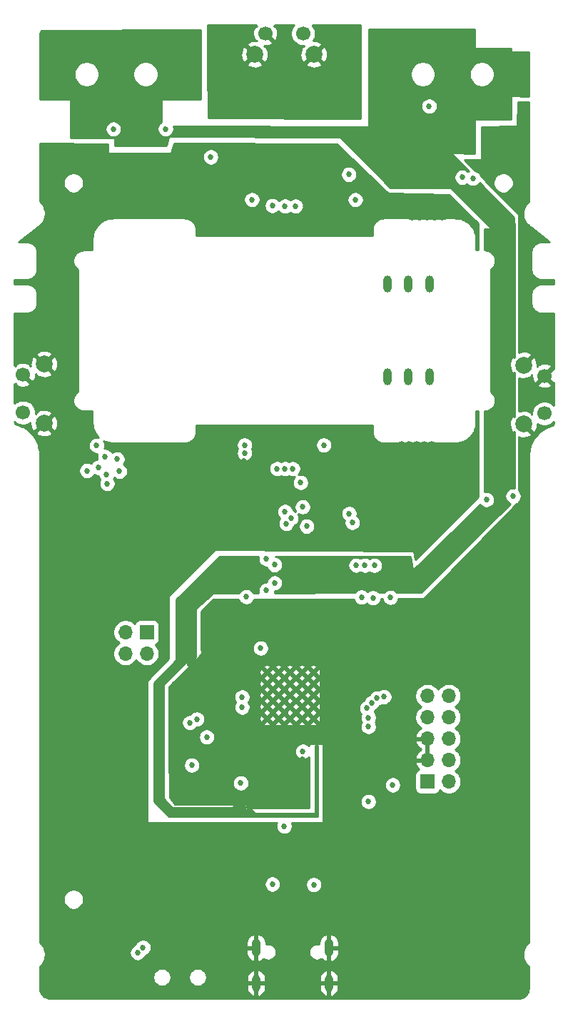
<source format=gbr>
%TF.GenerationSoftware,KiCad,Pcbnew,(5.1.9-0-10_14)*%
%TF.CreationDate,2022-05-11T18:09:49-07:00*%
%TF.ProjectId,integrator,696e7465-6772-4617-946f-722e6b696361,rev?*%
%TF.SameCoordinates,Original*%
%TF.FileFunction,Copper,L2,Inr*%
%TF.FilePolarity,Positive*%
%FSLAX46Y46*%
G04 Gerber Fmt 4.6, Leading zero omitted, Abs format (unit mm)*
G04 Created by KiCad (PCBNEW (5.1.9-0-10_14)) date 2022-05-11 18:09:49*
%MOMM*%
%LPD*%
G01*
G04 APERTURE LIST*
%TA.AperFunction,ComponentPad*%
%ADD10O,1.700000X1.700000*%
%TD*%
%TA.AperFunction,ComponentPad*%
%ADD11R,1.700000X1.700000*%
%TD*%
%TA.AperFunction,ComponentPad*%
%ADD12C,0.500000*%
%TD*%
%TA.AperFunction,ComponentPad*%
%ADD13O,1.050000X2.100000*%
%TD*%
%TA.AperFunction,ComponentPad*%
%ADD14O,1.000000X2.000000*%
%TD*%
%TA.AperFunction,ComponentPad*%
%ADD15C,2.000000*%
%TD*%
%TA.AperFunction,ComponentPad*%
%ADD16C,1.700000*%
%TD*%
%TA.AperFunction,ComponentPad*%
%ADD17O,1.008000X2.016000*%
%TD*%
%TA.AperFunction,ViaPad*%
%ADD18C,0.685800*%
%TD*%
%TA.AperFunction,Conductor*%
%ADD19C,0.254000*%
%TD*%
%TA.AperFunction,Conductor*%
%ADD20C,0.100000*%
%TD*%
G04 APERTURE END LIST*
D10*
%TO.N,VReg*%
%TO.C,J7*%
X135209000Y-119340000D03*
X137749000Y-119340000D03*
%TO.N,/po_batt*%
X135209000Y-116800000D03*
D11*
X137749000Y-116800000D03*
%TD*%
D12*
%TO.N,Earth*%
%TO.C,U4*%
X157486500Y-121522500D03*
X156111500Y-121522500D03*
X154736500Y-121522500D03*
X153361500Y-121522500D03*
X151986500Y-121522500D03*
X157486500Y-122897500D03*
X156111500Y-122897500D03*
X154736500Y-122897500D03*
X153361500Y-122897500D03*
X151986500Y-122897500D03*
X157486500Y-124272500D03*
X156111500Y-124272500D03*
X154736500Y-124272500D03*
X153361500Y-124272500D03*
X151986500Y-124272500D03*
X157486500Y-125647500D03*
X156111500Y-125647500D03*
X154736500Y-125647500D03*
X153361500Y-125647500D03*
X151986500Y-125647500D03*
X157486500Y-127022500D03*
X156111500Y-127022500D03*
X154736500Y-127022500D03*
X153361500Y-127022500D03*
X151986500Y-127022500D03*
%TD*%
D13*
%TO.N,Earth*%
%TO.C,J5*%
X150719000Y-154260000D03*
X159359000Y-154260000D03*
D14*
X150719000Y-158440000D03*
X159359000Y-158440000D03*
%TD*%
D15*
%TO.N,Earth*%
%TO.C,SW3*%
X150539000Y-48250000D03*
X157559000Y-48250000D03*
D16*
X151809000Y-45760000D03*
%TO.N,/nonstop_sw*%
X156289000Y-45760000D03*
%TD*%
D10*
%TO.N,Net-(J6-Pad10)*%
%TO.C,J6*%
X173579000Y-124370000D03*
%TO.N,Net-(J6-Pad9)*%
X171039000Y-124370000D03*
%TO.N,Net-(J6-Pad8)*%
X173579000Y-126910000D03*
%TO.N,Net-(J6-Pad7)*%
X171039000Y-126910000D03*
%TO.N,Net-(J6-Pad6)*%
X173579000Y-129450000D03*
%TO.N,Earth*%
X171039000Y-129450000D03*
%TO.N,Net-(J6-Pad4)*%
X173579000Y-131990000D03*
%TO.N,Earth*%
X171039000Y-131990000D03*
%TO.N,Net-(J6-Pad2)*%
X173579000Y-134530000D03*
D11*
%TO.N,VReg*%
X171039000Y-134530000D03*
%TD*%
D17*
%TO.N,Net-(J3-Pad1)*%
%TO.C,J4*%
X171299000Y-75500000D03*
%TO.N,Net-(J3-Pad2)*%
X168799000Y-75500000D03*
%TO.N,Net-(J3-Pad3)*%
X166299000Y-75500000D03*
%TD*%
%TO.N,Net-(J3-Pad1)*%
%TO.C,J3*%
X171299000Y-86500000D03*
%TO.N,Net-(J3-Pad2)*%
X168799000Y-86500000D03*
%TO.N,Net-(J3-Pad3)*%
X166299000Y-86500000D03*
%TD*%
D16*
%TO.N,Net-(SW2-Pad2)*%
%TO.C,SW2*%
X184929000Y-90858094D03*
%TO.N,Earth*%
X184929000Y-86378094D03*
D15*
X182439000Y-92128094D03*
X182439000Y-85108094D03*
%TD*%
%TO.N,Earth*%
%TO.C,SW1*%
X125559000Y-92010000D03*
X125559000Y-84990000D03*
D16*
%TO.N,Net-(SW1-Pad1)*%
X123069000Y-90740000D03*
%TO.N,Earth*%
X123069000Y-86260000D03*
%TD*%
D18*
%TO.N,Earth*%
X156599116Y-66231906D03*
X184899116Y-88631906D03*
X149319116Y-96531906D03*
X157869116Y-59497216D03*
X156319116Y-50561906D03*
X157869000Y-55620000D03*
X156249000Y-131850000D03*
X151799000Y-135500000D03*
X141579000Y-128490000D03*
X141569183Y-132596872D03*
X150749000Y-113800000D03*
X146099000Y-132700000D03*
X147599000Y-136950000D03*
X158749000Y-96502909D03*
X144549000Y-119550000D03*
X144549000Y-121600000D03*
X144549000Y-123650000D03*
X144549000Y-125700000D03*
X141059000Y-123460000D03*
X146029000Y-159730000D03*
X138329000Y-156890000D03*
X144799000Y-156860002D03*
X142349000Y-137009690D03*
X162599000Y-152700000D03*
X145649000Y-46600000D03*
X162249000Y-46600000D03*
X169049000Y-121500000D03*
X160449000Y-136400000D03*
X139589000Y-64730000D03*
X147999000Y-53370000D03*
X136409000Y-148670000D03*
%TO.N,/po_batt*%
X161716806Y-62491906D03*
X145329000Y-60420000D03*
%TO.N,/po_wake*%
X149549000Y-112600000D03*
%TO.N,/po_reset*%
X150219116Y-65481906D03*
X162489116Y-65491906D03*
X163877521Y-125816779D03*
%TO.N,/led1*%
X133039000Y-99180000D03*
%TO.N,/spi_cs*%
X155049000Y-97399992D03*
%TO.N,/spi_miso*%
X155999000Y-99050000D03*
%TO.N,/spi_clock*%
X154149000Y-102500000D03*
X154123111Y-97407388D03*
%TO.N,/imu_int1*%
X149339116Y-95551906D03*
%TO.N,/spi_mosi*%
X153199000Y-97400000D03*
%TO.N,VReg*%
X149349116Y-94601906D03*
X137299000Y-154200000D03*
X136664000Y-154835000D03*
X154049000Y-139800000D03*
X143079000Y-132590000D03*
X151249000Y-118700000D03*
X149048998Y-125700000D03*
X158749001Y-94600000D03*
X166919000Y-134930000D03*
%TO.N,/tip1_io*%
X148899000Y-134700000D03*
X152919000Y-110960000D03*
X152899000Y-108800978D03*
%TO.N,Earth*%
X176639116Y-54321906D03*
X129539116Y-49091906D03*
%TO.N,/po_wake*%
X166646033Y-112690000D03*
%TO.N,/po_reset*%
X164589000Y-112720000D03*
%TO.N,/led1*%
X130649000Y-97640000D03*
%TO.N,/spi_cs*%
X154863135Y-103279669D03*
%TO.N,/spi_miso*%
X156229000Y-101940000D03*
%TO.N,/imu_int1*%
X156719000Y-104230000D03*
%TO.N,/spi_mosi*%
X154301384Y-103901655D03*
%TO.N,/tip1_io*%
X139969000Y-57084690D03*
%TO.N,Net-(J6-Pad10)*%
X157549000Y-146750000D03*
X152649000Y-146700000D03*
%TO.N,Net-(POGO1-Pad12)*%
X163223134Y-112631318D03*
X161749000Y-102730000D03*
%TO.N,/po_swo*%
X134509116Y-97717074D03*
X155383105Y-66245895D03*
X134220655Y-96251594D03*
X165878667Y-124465598D03*
X164764004Y-108883854D03*
%TO.N,/po_swdio*%
X154139116Y-66251906D03*
X131799147Y-94642210D03*
X165057138Y-124631495D03*
X163629593Y-108856288D03*
X131992528Y-97253589D03*
%TO.N,/po_swclk*%
X132969116Y-98061906D03*
X152639116Y-66185170D03*
X164426411Y-125183415D03*
X162568317Y-108856288D03*
X132779000Y-95970000D03*
%TO.N,/ring1_io*%
X143686180Y-127116011D03*
X133779000Y-57110000D03*
%TO.N,/ring2_io*%
X181199000Y-100650000D03*
X142849000Y-127530000D03*
X178059000Y-101079999D03*
X176429001Y-62950001D03*
%TO.N,/tip2*%
X171249116Y-54391906D03*
%TO.N,/tip2_io*%
X151948508Y-111849714D03*
X156249000Y-130950000D03*
X151939000Y-108110000D03*
X175173999Y-62834999D03*
%TO.N,/led4*%
X164049000Y-128000000D03*
X164048998Y-136900000D03*
%TO.N,/led3*%
X164049000Y-126950000D03*
X162131210Y-103786526D03*
%TO.N,/vddout*%
X149049000Y-124500000D03*
X144848996Y-129250000D03*
%TD*%
D19*
%TO.N,Earth*%
X150664496Y-44795104D02*
X150780601Y-44911209D01*
X150531528Y-44988843D01*
X150405629Y-45252883D01*
X150333661Y-45536411D01*
X150318389Y-45828531D01*
X150360401Y-46118019D01*
X150458081Y-46393747D01*
X150531528Y-46531157D01*
X150780601Y-46608791D01*
X150763825Y-46625567D01*
X150476405Y-46608282D01*
X150157325Y-46652039D01*
X149852912Y-46757205D01*
X149678956Y-46850186D01*
X149583192Y-47114587D01*
X150539000Y-48070395D01*
X150553143Y-48056253D01*
X150732748Y-48235858D01*
X150718605Y-48250000D01*
X151674413Y-49205808D01*
X151938814Y-49110044D01*
X152079704Y-48820429D01*
X152161384Y-48508892D01*
X152180718Y-48187405D01*
X152136961Y-47868325D01*
X152031795Y-47563912D01*
X151938814Y-47389956D01*
X151674415Y-47294193D01*
X151725923Y-47242685D01*
X151877531Y-47250611D01*
X152167019Y-47208599D01*
X152442747Y-47110919D01*
X152580157Y-47037472D01*
X152657792Y-46788397D01*
X151809000Y-45939605D01*
X151794858Y-45953748D01*
X151615253Y-45774143D01*
X151629395Y-45760000D01*
X151615253Y-45745858D01*
X151794858Y-45566253D01*
X151809000Y-45580395D01*
X151823143Y-45566253D01*
X152002748Y-45745858D01*
X151988605Y-45760000D01*
X152837397Y-46608792D01*
X153086472Y-46531157D01*
X153212371Y-46267117D01*
X153284339Y-45983589D01*
X153299611Y-45691469D01*
X153257599Y-45401981D01*
X153159919Y-45126253D01*
X153086472Y-44988843D01*
X152837399Y-44911209D01*
X152953504Y-44795104D01*
X152920400Y-44762000D01*
X155186893Y-44762000D01*
X155135525Y-44813368D01*
X154973010Y-45056589D01*
X154861068Y-45326842D01*
X154804000Y-45613740D01*
X154804000Y-45906260D01*
X154861068Y-46193158D01*
X154973010Y-46463411D01*
X155135525Y-46706632D01*
X155342368Y-46913475D01*
X155585589Y-47075990D01*
X155855842Y-47187932D01*
X156142740Y-47245000D01*
X156374392Y-47245000D01*
X156423585Y-47294193D01*
X156159186Y-47389956D01*
X156018296Y-47679571D01*
X155936616Y-47991108D01*
X155917282Y-48312595D01*
X155961039Y-48631675D01*
X156066205Y-48936088D01*
X156159186Y-49110044D01*
X156423587Y-49205808D01*
X157379395Y-48250000D01*
X157738605Y-48250000D01*
X158694413Y-49205808D01*
X158958814Y-49110044D01*
X159099704Y-48820429D01*
X159181384Y-48508892D01*
X159200718Y-48187405D01*
X159156961Y-47868325D01*
X159051795Y-47563912D01*
X158958814Y-47389956D01*
X158694413Y-47294192D01*
X157738605Y-48250000D01*
X157379395Y-48250000D01*
X157365253Y-48235858D01*
X157544858Y-48056253D01*
X157559000Y-48070395D01*
X158514808Y-47114587D01*
X158419044Y-46850186D01*
X158129429Y-46709296D01*
X157817892Y-46627616D01*
X157507735Y-46608963D01*
X157604990Y-46463411D01*
X157716932Y-46193158D01*
X157774000Y-45906260D01*
X157774000Y-45613740D01*
X157716932Y-45326842D01*
X157604990Y-45056589D01*
X157442475Y-44813368D01*
X157391107Y-44762000D01*
X163045214Y-44762000D01*
X163101355Y-55887406D01*
X145025363Y-55803584D01*
X144992976Y-49385413D01*
X149583192Y-49385413D01*
X149678956Y-49649814D01*
X149968571Y-49790704D01*
X150280108Y-49872384D01*
X150601595Y-49891718D01*
X150920675Y-49847961D01*
X151225088Y-49742795D01*
X151399044Y-49649814D01*
X151494808Y-49385413D01*
X156603192Y-49385413D01*
X156698956Y-49649814D01*
X156988571Y-49790704D01*
X157300108Y-49872384D01*
X157621595Y-49891718D01*
X157940675Y-49847961D01*
X158245088Y-49742795D01*
X158419044Y-49649814D01*
X158514808Y-49385413D01*
X157559000Y-48429605D01*
X156603192Y-49385413D01*
X151494808Y-49385413D01*
X150539000Y-48429605D01*
X149583192Y-49385413D01*
X144992976Y-49385413D01*
X144987562Y-48312595D01*
X148897282Y-48312595D01*
X148941039Y-48631675D01*
X149046205Y-48936088D01*
X149139186Y-49110044D01*
X149403587Y-49205808D01*
X150359395Y-48250000D01*
X149403587Y-47294192D01*
X149139186Y-47389956D01*
X148998296Y-47679571D01*
X148916616Y-47991108D01*
X148897282Y-48312595D01*
X144987562Y-48312595D01*
X144969645Y-44762000D01*
X150697600Y-44762000D01*
X150664496Y-44795104D01*
%TA.AperFunction,Conductor*%
D20*
G36*
X150664496Y-44795104D02*
G01*
X150780601Y-44911209D01*
X150531528Y-44988843D01*
X150405629Y-45252883D01*
X150333661Y-45536411D01*
X150318389Y-45828531D01*
X150360401Y-46118019D01*
X150458081Y-46393747D01*
X150531528Y-46531157D01*
X150780601Y-46608791D01*
X150763825Y-46625567D01*
X150476405Y-46608282D01*
X150157325Y-46652039D01*
X149852912Y-46757205D01*
X149678956Y-46850186D01*
X149583192Y-47114587D01*
X150539000Y-48070395D01*
X150553143Y-48056253D01*
X150732748Y-48235858D01*
X150718605Y-48250000D01*
X151674413Y-49205808D01*
X151938814Y-49110044D01*
X152079704Y-48820429D01*
X152161384Y-48508892D01*
X152180718Y-48187405D01*
X152136961Y-47868325D01*
X152031795Y-47563912D01*
X151938814Y-47389956D01*
X151674415Y-47294193D01*
X151725923Y-47242685D01*
X151877531Y-47250611D01*
X152167019Y-47208599D01*
X152442747Y-47110919D01*
X152580157Y-47037472D01*
X152657792Y-46788397D01*
X151809000Y-45939605D01*
X151794858Y-45953748D01*
X151615253Y-45774143D01*
X151629395Y-45760000D01*
X151615253Y-45745858D01*
X151794858Y-45566253D01*
X151809000Y-45580395D01*
X151823143Y-45566253D01*
X152002748Y-45745858D01*
X151988605Y-45760000D01*
X152837397Y-46608792D01*
X153086472Y-46531157D01*
X153212371Y-46267117D01*
X153284339Y-45983589D01*
X153299611Y-45691469D01*
X153257599Y-45401981D01*
X153159919Y-45126253D01*
X153086472Y-44988843D01*
X152837399Y-44911209D01*
X152953504Y-44795104D01*
X152920400Y-44762000D01*
X155186893Y-44762000D01*
X155135525Y-44813368D01*
X154973010Y-45056589D01*
X154861068Y-45326842D01*
X154804000Y-45613740D01*
X154804000Y-45906260D01*
X154861068Y-46193158D01*
X154973010Y-46463411D01*
X155135525Y-46706632D01*
X155342368Y-46913475D01*
X155585589Y-47075990D01*
X155855842Y-47187932D01*
X156142740Y-47245000D01*
X156374392Y-47245000D01*
X156423585Y-47294193D01*
X156159186Y-47389956D01*
X156018296Y-47679571D01*
X155936616Y-47991108D01*
X155917282Y-48312595D01*
X155961039Y-48631675D01*
X156066205Y-48936088D01*
X156159186Y-49110044D01*
X156423587Y-49205808D01*
X157379395Y-48250000D01*
X157738605Y-48250000D01*
X158694413Y-49205808D01*
X158958814Y-49110044D01*
X159099704Y-48820429D01*
X159181384Y-48508892D01*
X159200718Y-48187405D01*
X159156961Y-47868325D01*
X159051795Y-47563912D01*
X158958814Y-47389956D01*
X158694413Y-47294192D01*
X157738605Y-48250000D01*
X157379395Y-48250000D01*
X157365253Y-48235858D01*
X157544858Y-48056253D01*
X157559000Y-48070395D01*
X158514808Y-47114587D01*
X158419044Y-46850186D01*
X158129429Y-46709296D01*
X157817892Y-46627616D01*
X157507735Y-46608963D01*
X157604990Y-46463411D01*
X157716932Y-46193158D01*
X157774000Y-45906260D01*
X157774000Y-45613740D01*
X157716932Y-45326842D01*
X157604990Y-45056589D01*
X157442475Y-44813368D01*
X157391107Y-44762000D01*
X163045214Y-44762000D01*
X163101355Y-55887406D01*
X145025363Y-55803584D01*
X144992976Y-49385413D01*
X149583192Y-49385413D01*
X149678956Y-49649814D01*
X149968571Y-49790704D01*
X150280108Y-49872384D01*
X150601595Y-49891718D01*
X150920675Y-49847961D01*
X151225088Y-49742795D01*
X151399044Y-49649814D01*
X151494808Y-49385413D01*
X156603192Y-49385413D01*
X156698956Y-49649814D01*
X156988571Y-49790704D01*
X157300108Y-49872384D01*
X157621595Y-49891718D01*
X157940675Y-49847961D01*
X158245088Y-49742795D01*
X158419044Y-49649814D01*
X158514808Y-49385413D01*
X157559000Y-48429605D01*
X156603192Y-49385413D01*
X151494808Y-49385413D01*
X150539000Y-48429605D01*
X149583192Y-49385413D01*
X144992976Y-49385413D01*
X144987562Y-48312595D01*
X148897282Y-48312595D01*
X148941039Y-48631675D01*
X149046205Y-48936088D01*
X149139186Y-49110044D01*
X149403587Y-49205808D01*
X150359395Y-48250000D01*
X149403587Y-47294192D01*
X149139186Y-47389956D01*
X148998296Y-47679571D01*
X148916616Y-47991108D01*
X148897282Y-48312595D01*
X144987562Y-48312595D01*
X144969645Y-44762000D01*
X150697600Y-44762000D01*
X150664496Y-44795104D01*
G37*
%TD.AperFunction*%
%TD*%
D19*
%TO.N,Earth*%
X133124138Y-58924630D02*
X133124138Y-59840000D01*
X133126578Y-59864776D01*
X133133805Y-59888601D01*
X133145541Y-59910557D01*
X133161335Y-59929803D01*
X133180581Y-59945597D01*
X133202537Y-59957333D01*
X133226362Y-59964560D01*
X133251138Y-59967000D01*
X140521138Y-59967000D01*
X140545914Y-59964560D01*
X140569739Y-59957333D01*
X140591695Y-59945597D01*
X140610941Y-59929803D01*
X140626735Y-59910557D01*
X140638471Y-59888601D01*
X140643291Y-59874750D01*
X140946928Y-58807419D01*
X160297135Y-58891777D01*
X166345465Y-64726403D01*
X166364991Y-64741848D01*
X166387155Y-64753188D01*
X166411105Y-64759985D01*
X166430733Y-64761967D01*
X173593131Y-64925821D01*
X177024154Y-68283427D01*
X177025131Y-71458000D01*
X176811000Y-71458000D01*
X176811000Y-70082574D01*
X176807750Y-70049571D01*
X176807823Y-70039069D01*
X176806785Y-70028481D01*
X176772104Y-69698516D01*
X176758206Y-69630810D01*
X176745275Y-69563023D01*
X176742200Y-69552838D01*
X176644089Y-69235894D01*
X176617316Y-69172203D01*
X176591455Y-69108193D01*
X176586460Y-69098800D01*
X176586459Y-69098797D01*
X176586456Y-69098792D01*
X176428657Y-68806948D01*
X176390043Y-68749699D01*
X176352219Y-68691899D01*
X176345495Y-68683654D01*
X176134008Y-68428012D01*
X176084980Y-68379325D01*
X176036683Y-68330005D01*
X176028485Y-68323223D01*
X175771373Y-68113527D01*
X175713826Y-68075293D01*
X175656862Y-68036288D01*
X175647508Y-68031231D01*
X175647504Y-68031228D01*
X175647500Y-68031226D01*
X175354557Y-67875466D01*
X175290694Y-67849143D01*
X175227227Y-67821941D01*
X175217069Y-67818797D01*
X175217062Y-67818794D01*
X175217055Y-67818793D01*
X174899441Y-67722899D01*
X174831687Y-67709483D01*
X174764136Y-67695124D01*
X174753568Y-67694014D01*
X174753556Y-67694012D01*
X174753545Y-67694012D01*
X174423358Y-67661637D01*
X174423354Y-67661637D01*
X174386426Y-67658000D01*
X173211574Y-67658000D01*
X173179401Y-67661169D01*
X173176448Y-67661148D01*
X173165860Y-67662186D01*
X173139086Y-67665000D01*
X173131835Y-67665000D01*
X173123711Y-67666616D01*
X173118036Y-67667212D01*
X173099622Y-67669026D01*
X173099008Y-67669212D01*
X173068812Y-67672386D01*
X173001156Y-67686273D01*
X172933317Y-67699214D01*
X172923142Y-67702287D01*
X172923132Y-67702289D01*
X172923123Y-67702293D01*
X172829913Y-67731146D01*
X172766239Y-67757912D01*
X172741484Y-67767914D01*
X172738205Y-67765723D01*
X172577145Y-67699010D01*
X172406165Y-67665000D01*
X172231835Y-67665000D01*
X172060855Y-67699010D01*
X171899795Y-67765723D01*
X171869000Y-67786300D01*
X171838205Y-67765723D01*
X171677145Y-67699010D01*
X171506165Y-67665000D01*
X171331835Y-67665000D01*
X171160855Y-67699010D01*
X170999795Y-67765723D01*
X170969000Y-67786300D01*
X170938205Y-67765723D01*
X170777145Y-67699010D01*
X170606165Y-67665000D01*
X170431835Y-67665000D01*
X170260855Y-67699010D01*
X170099795Y-67765723D01*
X170069000Y-67786300D01*
X170038205Y-67765723D01*
X169877145Y-67699010D01*
X169706165Y-67665000D01*
X169531835Y-67665000D01*
X169360855Y-67699010D01*
X169199795Y-67765723D01*
X169194134Y-67769505D01*
X169143427Y-67748605D01*
X169079944Y-67721396D01*
X169069780Y-67718250D01*
X168976362Y-67690045D01*
X168908607Y-67676629D01*
X168841053Y-67662270D01*
X168830472Y-67661158D01*
X168806844Y-67658841D01*
X168805704Y-67658500D01*
X168693714Y-67647872D01*
X165846396Y-67658005D01*
X165846271Y-67658005D01*
X165842082Y-67658020D01*
X165842074Y-67658021D01*
X165808863Y-67658139D01*
X165779126Y-67661175D01*
X165775750Y-67661151D01*
X165765161Y-67662189D01*
X165648704Y-67674429D01*
X165581048Y-67688316D01*
X165513209Y-67701257D01*
X165503034Y-67704330D01*
X165503024Y-67704332D01*
X165503015Y-67704336D01*
X165391162Y-67738960D01*
X165327494Y-67765723D01*
X165263463Y-67791593D01*
X165254069Y-67796588D01*
X165151062Y-67852283D01*
X165093790Y-67890912D01*
X165036009Y-67928723D01*
X165027781Y-67935435D01*
X165027769Y-67935443D01*
X165027760Y-67935452D01*
X164937539Y-68010090D01*
X164888853Y-68059117D01*
X164839533Y-68107414D01*
X164832751Y-68115611D01*
X164758740Y-68206357D01*
X164720483Y-68263937D01*
X164681501Y-68320869D01*
X164676447Y-68330217D01*
X164676441Y-68330226D01*
X164676437Y-68330235D01*
X164621466Y-68433621D01*
X164595141Y-68497489D01*
X164567940Y-68560954D01*
X164564794Y-68571117D01*
X164530949Y-68683218D01*
X164517530Y-68750987D01*
X164503176Y-68818519D01*
X164502064Y-68829096D01*
X164502063Y-68829103D01*
X164502063Y-68829110D01*
X164490637Y-68945641D01*
X164490637Y-68945656D01*
X164487001Y-68982574D01*
X164487001Y-69758000D01*
X143611000Y-69758000D01*
X143611000Y-68982574D01*
X143607824Y-68950327D01*
X143607849Y-68946750D01*
X143606811Y-68936161D01*
X143600739Y-68878386D01*
X143599974Y-68870622D01*
X143599895Y-68870363D01*
X143594571Y-68819704D01*
X143580684Y-68752048D01*
X143567743Y-68684209D01*
X143564670Y-68674034D01*
X143564668Y-68674024D01*
X143564664Y-68674015D01*
X143530040Y-68562162D01*
X143503277Y-68498494D01*
X143477407Y-68434463D01*
X143472412Y-68425069D01*
X143416717Y-68322062D01*
X143378088Y-68264790D01*
X143340277Y-68207009D01*
X143333565Y-68198781D01*
X143333557Y-68198769D01*
X143333548Y-68198760D01*
X143258910Y-68108539D01*
X143209883Y-68059853D01*
X143161586Y-68010533D01*
X143153389Y-68003751D01*
X143062643Y-67929740D01*
X143005063Y-67891483D01*
X142948131Y-67852501D01*
X142938783Y-67847447D01*
X142938774Y-67847441D01*
X142938765Y-67847437D01*
X142835379Y-67792466D01*
X142771511Y-67766141D01*
X142708046Y-67738940D01*
X142697887Y-67735795D01*
X142697881Y-67735793D01*
X142585782Y-67701949D01*
X142518013Y-67688530D01*
X142450481Y-67674176D01*
X142439904Y-67673064D01*
X142439897Y-67673063D01*
X142439890Y-67673063D01*
X142323359Y-67661637D01*
X142323354Y-67661637D01*
X142286426Y-67658000D01*
X133711574Y-67658000D01*
X133678571Y-67661250D01*
X133668069Y-67661177D01*
X133657481Y-67662215D01*
X133327516Y-67696896D01*
X133259810Y-67710794D01*
X133192023Y-67723725D01*
X133181840Y-67726799D01*
X133181834Y-67726801D01*
X132864894Y-67824911D01*
X132801203Y-67851684D01*
X132737193Y-67877545D01*
X132727802Y-67882539D01*
X132727797Y-67882541D01*
X132727796Y-67882542D01*
X132435948Y-68040343D01*
X132378699Y-68078957D01*
X132320899Y-68116781D01*
X132312654Y-68123505D01*
X132057012Y-68334992D01*
X132008325Y-68384020D01*
X131959005Y-68432317D01*
X131952223Y-68440515D01*
X131742527Y-68697627D01*
X131704293Y-68755174D01*
X131665288Y-68812138D01*
X131660231Y-68821492D01*
X131660228Y-68821496D01*
X131660228Y-68821497D01*
X131504466Y-69114443D01*
X131478143Y-69178306D01*
X131450941Y-69241773D01*
X131447797Y-69251931D01*
X131447794Y-69251938D01*
X131447793Y-69251945D01*
X131351899Y-69569559D01*
X131338483Y-69637313D01*
X131324124Y-69704864D01*
X131323014Y-69715432D01*
X131323012Y-69715444D01*
X131323012Y-69715455D01*
X131290637Y-70045642D01*
X131290637Y-70045656D01*
X131287001Y-70082574D01*
X131287000Y-71458000D01*
X130297045Y-71458000D01*
X130288606Y-71457189D01*
X130277967Y-71457284D01*
X130179911Y-71458843D01*
X130111259Y-71466678D01*
X130042575Y-71473546D01*
X130032162Y-71475705D01*
X130032153Y-71475706D01*
X130032145Y-71475709D01*
X129936269Y-71496281D01*
X129870487Y-71517288D01*
X129804408Y-71537377D01*
X129794608Y-71541519D01*
X129704543Y-71580326D01*
X129644060Y-71613728D01*
X129583157Y-71646262D01*
X129574369Y-71652216D01*
X129574359Y-71652221D01*
X129574352Y-71652227D01*
X129574349Y-71652229D01*
X129493537Y-71707792D01*
X129440715Y-71752289D01*
X129387291Y-71796032D01*
X129379809Y-71803596D01*
X129311328Y-71873796D01*
X129268131Y-71927735D01*
X129224228Y-71981013D01*
X129218357Y-71989886D01*
X129164818Y-72072051D01*
X129132935Y-72133325D01*
X129100212Y-72194126D01*
X129096177Y-72203970D01*
X129096173Y-72203978D01*
X129096171Y-72203985D01*
X129059615Y-72294969D01*
X129040240Y-72361270D01*
X129019948Y-72427272D01*
X129017902Y-72437712D01*
X128999711Y-72534080D01*
X128993584Y-72602868D01*
X128986496Y-72671576D01*
X128986517Y-72682215D01*
X128987391Y-72780280D01*
X128994745Y-72848975D01*
X129001135Y-72917717D01*
X129003222Y-72928150D01*
X129023126Y-73024178D01*
X129043679Y-73090123D01*
X129063304Y-73156333D01*
X129067378Y-73166161D01*
X129105556Y-73256494D01*
X129138521Y-73317182D01*
X129170638Y-73378328D01*
X129176543Y-73387178D01*
X129231540Y-73468374D01*
X129275674Y-73521513D01*
X129319040Y-73575238D01*
X129326551Y-73582773D01*
X129396271Y-73651742D01*
X129449885Y-73695297D01*
X129502872Y-73739584D01*
X129511704Y-73745517D01*
X129537000Y-73762253D01*
X129537001Y-88277908D01*
X129493537Y-88307792D01*
X129440715Y-88352289D01*
X129387291Y-88396032D01*
X129379809Y-88403596D01*
X129311328Y-88473796D01*
X129268131Y-88527735D01*
X129224228Y-88581013D01*
X129218357Y-88589886D01*
X129164818Y-88672051D01*
X129132935Y-88733325D01*
X129100212Y-88794126D01*
X129096177Y-88803970D01*
X129096173Y-88803978D01*
X129096171Y-88803985D01*
X129059615Y-88894969D01*
X129040240Y-88961270D01*
X129019948Y-89027272D01*
X129017902Y-89037712D01*
X128999711Y-89134080D01*
X128993584Y-89202868D01*
X128986496Y-89271576D01*
X128986517Y-89282215D01*
X128987391Y-89380280D01*
X128994745Y-89448975D01*
X129001135Y-89517717D01*
X129003222Y-89528150D01*
X129023126Y-89624178D01*
X129043679Y-89690123D01*
X129063304Y-89756333D01*
X129067378Y-89766161D01*
X129105556Y-89856494D01*
X129138521Y-89917182D01*
X129170638Y-89978328D01*
X129176543Y-89987178D01*
X129231540Y-90068374D01*
X129275674Y-90121513D01*
X129319040Y-90175238D01*
X129326551Y-90182773D01*
X129396271Y-90251742D01*
X129449885Y-90295297D01*
X129502872Y-90339584D01*
X129511704Y-90345517D01*
X129593493Y-90399630D01*
X129654547Y-90431942D01*
X129715115Y-90465088D01*
X129724931Y-90469192D01*
X129815673Y-90506389D01*
X129881862Y-90526234D01*
X129947709Y-90546982D01*
X129958114Y-90549096D01*
X129958125Y-90549099D01*
X129958135Y-90549100D01*
X130054374Y-90567962D01*
X130123120Y-90574568D01*
X130191760Y-90582134D01*
X130202400Y-90582188D01*
X130202409Y-90582188D01*
X130299949Y-90582000D01*
X131287000Y-90582000D01*
X131287001Y-91957426D01*
X131290250Y-91990419D01*
X131290177Y-92000931D01*
X131291215Y-92011520D01*
X131325896Y-92341484D01*
X131339794Y-92409190D01*
X131352725Y-92476977D01*
X131355800Y-92487162D01*
X131453911Y-92804107D01*
X131480695Y-92867824D01*
X131506545Y-92931806D01*
X131511539Y-92941198D01*
X131511541Y-92941203D01*
X131511544Y-92941208D01*
X131669343Y-93233052D01*
X131707957Y-93290301D01*
X131745781Y-93348101D01*
X131752506Y-93356346D01*
X131963992Y-93611988D01*
X132012984Y-93660640D01*
X132045877Y-93694229D01*
X131895462Y-93664310D01*
X131702832Y-93664310D01*
X131513904Y-93701890D01*
X131335937Y-93775606D01*
X131175772Y-93882625D01*
X131039562Y-94018835D01*
X130932543Y-94179000D01*
X130858827Y-94356967D01*
X130821247Y-94545895D01*
X130821247Y-94738525D01*
X130858827Y-94927453D01*
X130932543Y-95105420D01*
X131039562Y-95265585D01*
X131175772Y-95401795D01*
X131335937Y-95508814D01*
X131513904Y-95582530D01*
X131702832Y-95620110D01*
X131865458Y-95620110D01*
X131838680Y-95684757D01*
X131801100Y-95873685D01*
X131801100Y-96066315D01*
X131838680Y-96255243D01*
X131850884Y-96284706D01*
X131707285Y-96313269D01*
X131529318Y-96386985D01*
X131369153Y-96494004D01*
X131232943Y-96630214D01*
X131129536Y-96784973D01*
X131112210Y-96773396D01*
X130934243Y-96699680D01*
X130745315Y-96662100D01*
X130552685Y-96662100D01*
X130363757Y-96699680D01*
X130185790Y-96773396D01*
X130025625Y-96880415D01*
X129889415Y-97016625D01*
X129782396Y-97176790D01*
X129708680Y-97354757D01*
X129671100Y-97543685D01*
X129671100Y-97736315D01*
X129708680Y-97925243D01*
X129782396Y-98103210D01*
X129889415Y-98263375D01*
X130025625Y-98399585D01*
X130185790Y-98506604D01*
X130363757Y-98580320D01*
X130552685Y-98617900D01*
X130745315Y-98617900D01*
X130934243Y-98580320D01*
X131112210Y-98506604D01*
X131272375Y-98399585D01*
X131408585Y-98263375D01*
X131511992Y-98108616D01*
X131529318Y-98120193D01*
X131707285Y-98193909D01*
X131896213Y-98231489D01*
X132005790Y-98231489D01*
X132028796Y-98347149D01*
X132102512Y-98525116D01*
X132201490Y-98673247D01*
X132172396Y-98716790D01*
X132098680Y-98894757D01*
X132061100Y-99083685D01*
X132061100Y-99276315D01*
X132098680Y-99465243D01*
X132172396Y-99643210D01*
X132279415Y-99803375D01*
X132415625Y-99939585D01*
X132575790Y-100046604D01*
X132753757Y-100120320D01*
X132942685Y-100157900D01*
X133135315Y-100157900D01*
X133324243Y-100120320D01*
X133502210Y-100046604D01*
X133662375Y-99939585D01*
X133798585Y-99803375D01*
X133905604Y-99643210D01*
X133979320Y-99465243D01*
X134016900Y-99276315D01*
X134016900Y-99083685D01*
X133979320Y-98894757D01*
X133905604Y-98716790D01*
X133806626Y-98568659D01*
X133835720Y-98525116D01*
X133864563Y-98455481D01*
X133885741Y-98476659D01*
X134045906Y-98583678D01*
X134223873Y-98657394D01*
X134412801Y-98694974D01*
X134605431Y-98694974D01*
X134794359Y-98657394D01*
X134972326Y-98583678D01*
X135132491Y-98476659D01*
X135268701Y-98340449D01*
X135375720Y-98180284D01*
X135449436Y-98002317D01*
X135487016Y-97813389D01*
X135487016Y-97620759D01*
X135449436Y-97431831D01*
X135396357Y-97303685D01*
X152221100Y-97303685D01*
X152221100Y-97496315D01*
X152258680Y-97685243D01*
X152332396Y-97863210D01*
X152439415Y-98023375D01*
X152575625Y-98159585D01*
X152735790Y-98266604D01*
X152913757Y-98340320D01*
X153102685Y-98377900D01*
X153295315Y-98377900D01*
X153484243Y-98340320D01*
X153653959Y-98270022D01*
X153659901Y-98273992D01*
X153837868Y-98347708D01*
X154026796Y-98385288D01*
X154219426Y-98385288D01*
X154408354Y-98347708D01*
X154586321Y-98273992D01*
X154592951Y-98269562D01*
X154763757Y-98340312D01*
X154952685Y-98377892D01*
X155145315Y-98377892D01*
X155323614Y-98342426D01*
X155239415Y-98426625D01*
X155132396Y-98586790D01*
X155058680Y-98764757D01*
X155021100Y-98953685D01*
X155021100Y-99146315D01*
X155058680Y-99335243D01*
X155132396Y-99513210D01*
X155239415Y-99673375D01*
X155375625Y-99809585D01*
X155535790Y-99916604D01*
X155713757Y-99990320D01*
X155902685Y-100027900D01*
X156095315Y-100027900D01*
X156284243Y-99990320D01*
X156462210Y-99916604D01*
X156622375Y-99809585D01*
X156758585Y-99673375D01*
X156865604Y-99513210D01*
X156939320Y-99335243D01*
X156976900Y-99146315D01*
X156976900Y-98953685D01*
X156939320Y-98764757D01*
X156865604Y-98586790D01*
X156758585Y-98426625D01*
X156622375Y-98290415D01*
X156462210Y-98183396D01*
X156284243Y-98109680D01*
X156095315Y-98072100D01*
X155902685Y-98072100D01*
X155724386Y-98107566D01*
X155808585Y-98023367D01*
X155915604Y-97863202D01*
X155989320Y-97685235D01*
X156026900Y-97496307D01*
X156026900Y-97303677D01*
X155989320Y-97114749D01*
X155915604Y-96936782D01*
X155808585Y-96776617D01*
X155672375Y-96640407D01*
X155512210Y-96533388D01*
X155334243Y-96459672D01*
X155145315Y-96422092D01*
X154952685Y-96422092D01*
X154763757Y-96459672D01*
X154585790Y-96533388D01*
X154579160Y-96537818D01*
X154408354Y-96467068D01*
X154219426Y-96429488D01*
X154026796Y-96429488D01*
X153837868Y-96467068D01*
X153668152Y-96537366D01*
X153662210Y-96533396D01*
X153484243Y-96459680D01*
X153295315Y-96422100D01*
X153102685Y-96422100D01*
X152913757Y-96459680D01*
X152735790Y-96533396D01*
X152575625Y-96640415D01*
X152439415Y-96776625D01*
X152332396Y-96936790D01*
X152258680Y-97114757D01*
X152221100Y-97303685D01*
X135396357Y-97303685D01*
X135375720Y-97253864D01*
X135268701Y-97093699D01*
X135132491Y-96957489D01*
X134989114Y-96861688D01*
X135087259Y-96714804D01*
X135160975Y-96536837D01*
X135198555Y-96347909D01*
X135198555Y-96155279D01*
X135160975Y-95966351D01*
X135087259Y-95788384D01*
X134980240Y-95628219D01*
X134844030Y-95492009D01*
X134789527Y-95455591D01*
X148361216Y-95455591D01*
X148361216Y-95648221D01*
X148398796Y-95837149D01*
X148472512Y-96015116D01*
X148579531Y-96175281D01*
X148715741Y-96311491D01*
X148875906Y-96418510D01*
X149053873Y-96492226D01*
X149242801Y-96529806D01*
X149435431Y-96529806D01*
X149624359Y-96492226D01*
X149802326Y-96418510D01*
X149962491Y-96311491D01*
X150098701Y-96175281D01*
X150205720Y-96015116D01*
X150279436Y-95837149D01*
X150317016Y-95648221D01*
X150317016Y-95455591D01*
X150279436Y-95266663D01*
X150205720Y-95088696D01*
X150202842Y-95084389D01*
X150215720Y-95065116D01*
X150289436Y-94887149D01*
X150327016Y-94698221D01*
X150327016Y-94505591D01*
X150326637Y-94503685D01*
X157771101Y-94503685D01*
X157771101Y-94696315D01*
X157808681Y-94885243D01*
X157882397Y-95063210D01*
X157989416Y-95223375D01*
X158125626Y-95359585D01*
X158285791Y-95466604D01*
X158463758Y-95540320D01*
X158652686Y-95577900D01*
X158845316Y-95577900D01*
X159034244Y-95540320D01*
X159212211Y-95466604D01*
X159372376Y-95359585D01*
X159508586Y-95223375D01*
X159615605Y-95063210D01*
X159689321Y-94885243D01*
X159726901Y-94696315D01*
X159726901Y-94503685D01*
X159689321Y-94314757D01*
X159615605Y-94136790D01*
X159508586Y-93976625D01*
X159372376Y-93840415D01*
X159212211Y-93733396D01*
X159034244Y-93659680D01*
X158845316Y-93622100D01*
X158652686Y-93622100D01*
X158463758Y-93659680D01*
X158285791Y-93733396D01*
X158125626Y-93840415D01*
X157989416Y-93976625D01*
X157882397Y-94136790D01*
X157808681Y-94314757D01*
X157771101Y-94503685D01*
X150326637Y-94503685D01*
X150289436Y-94316663D01*
X150215720Y-94138696D01*
X150108701Y-93978531D01*
X149972491Y-93842321D01*
X149812326Y-93735302D01*
X149634359Y-93661586D01*
X149445431Y-93624006D01*
X149252801Y-93624006D01*
X149063873Y-93661586D01*
X148885906Y-93735302D01*
X148725741Y-93842321D01*
X148589531Y-93978531D01*
X148482512Y-94138696D01*
X148408796Y-94316663D01*
X148371216Y-94505591D01*
X148371216Y-94698221D01*
X148408796Y-94887149D01*
X148482512Y-95065116D01*
X148485390Y-95069423D01*
X148472512Y-95088696D01*
X148398796Y-95266663D01*
X148361216Y-95455591D01*
X134789527Y-95455591D01*
X134683865Y-95384990D01*
X134505898Y-95311274D01*
X134316970Y-95273694D01*
X134124340Y-95273694D01*
X133935412Y-95311274D01*
X133757445Y-95384990D01*
X133623860Y-95474248D01*
X133538585Y-95346625D01*
X133402375Y-95210415D01*
X133242210Y-95103396D01*
X133064243Y-95029680D01*
X132875315Y-94992100D01*
X132712689Y-94992100D01*
X132739467Y-94927453D01*
X132777047Y-94738525D01*
X132777047Y-94545895D01*
X132739467Y-94356967D01*
X132665751Y-94179000D01*
X132607946Y-94092489D01*
X132743443Y-94164534D01*
X132807308Y-94190857D01*
X132870774Y-94218059D01*
X132880935Y-94221204D01*
X132880939Y-94221206D01*
X132880943Y-94221207D01*
X133198559Y-94317101D01*
X133266335Y-94330522D01*
X133333863Y-94344875D01*
X133344433Y-94345986D01*
X133344444Y-94345988D01*
X133344454Y-94345988D01*
X133674642Y-94378363D01*
X133674646Y-94378363D01*
X133711574Y-94382000D01*
X142286426Y-94382000D01*
X142318673Y-94378824D01*
X142322250Y-94378849D01*
X142332838Y-94377811D01*
X142390606Y-94371739D01*
X142398378Y-94370974D01*
X142398637Y-94370895D01*
X142449296Y-94365571D01*
X142516945Y-94351685D01*
X142584791Y-94338743D01*
X142594968Y-94335669D01*
X142594975Y-94335668D01*
X142594981Y-94335665D01*
X142706838Y-94301040D01*
X142770506Y-94274277D01*
X142834537Y-94248407D01*
X142843931Y-94243412D01*
X142946938Y-94187717D01*
X143004172Y-94149113D01*
X143061991Y-94111277D01*
X143070226Y-94104560D01*
X143070231Y-94104556D01*
X143070235Y-94104552D01*
X143160461Y-94029910D01*
X143209111Y-93980919D01*
X143258467Y-93932587D01*
X143265249Y-93924389D01*
X143339259Y-93833643D01*
X143377483Y-93776112D01*
X143416499Y-93719131D01*
X143421559Y-93709772D01*
X143476534Y-93606379D01*
X143502859Y-93542511D01*
X143530060Y-93479046D01*
X143533206Y-93468883D01*
X143567051Y-93356781D01*
X143580469Y-93289013D01*
X143594824Y-93221481D01*
X143595936Y-93210900D01*
X143595937Y-93210897D01*
X143595937Y-93210890D01*
X143607363Y-93094358D01*
X143607363Y-93094354D01*
X143611000Y-93057426D01*
X143611000Y-92282000D01*
X164487001Y-92282000D01*
X164487001Y-93057426D01*
X164490176Y-93089664D01*
X164490151Y-93093250D01*
X164491189Y-93103838D01*
X164497268Y-93161676D01*
X164498027Y-93169378D01*
X164498104Y-93169632D01*
X164503429Y-93220296D01*
X164517315Y-93287945D01*
X164530257Y-93355791D01*
X164533331Y-93365968D01*
X164533332Y-93365975D01*
X164533335Y-93365981D01*
X164567960Y-93477838D01*
X164594723Y-93541506D01*
X164620593Y-93605537D01*
X164625588Y-93614931D01*
X164681283Y-93717938D01*
X164719887Y-93775172D01*
X164757723Y-93832991D01*
X164764440Y-93841226D01*
X164764444Y-93841231D01*
X164764448Y-93841235D01*
X164839090Y-93931461D01*
X164888071Y-93980101D01*
X164936413Y-94029467D01*
X164944611Y-94036249D01*
X165035357Y-94110259D01*
X165092888Y-94148483D01*
X165149869Y-94187499D01*
X165159228Y-94192559D01*
X165262621Y-94247534D01*
X165326489Y-94273859D01*
X165389954Y-94301060D01*
X165400113Y-94304205D01*
X165400119Y-94304207D01*
X165512219Y-94338051D01*
X165579987Y-94351469D01*
X165647519Y-94365824D01*
X165658096Y-94366936D01*
X165658103Y-94366937D01*
X165658110Y-94366937D01*
X165774642Y-94378363D01*
X165774646Y-94378363D01*
X165811574Y-94382000D01*
X167286426Y-94382000D01*
X167318599Y-94378831D01*
X167321552Y-94378852D01*
X167332140Y-94377814D01*
X167379972Y-94372787D01*
X167398378Y-94370974D01*
X167398992Y-94370788D01*
X167429189Y-94367614D01*
X167441924Y-94365000D01*
X167566165Y-94365000D01*
X167737145Y-94330990D01*
X167898205Y-94264277D01*
X167929000Y-94243700D01*
X167959795Y-94264277D01*
X168120855Y-94330990D01*
X168291835Y-94365000D01*
X168466165Y-94365000D01*
X168637145Y-94330990D01*
X168798205Y-94264277D01*
X168829000Y-94243700D01*
X168859795Y-94264277D01*
X169020855Y-94330990D01*
X169191835Y-94365000D01*
X169366165Y-94365000D01*
X169537145Y-94330990D01*
X169698205Y-94264277D01*
X169729000Y-94243700D01*
X169759795Y-94264277D01*
X169920855Y-94330990D01*
X170091835Y-94365000D01*
X170266165Y-94365000D01*
X170437145Y-94330990D01*
X170598205Y-94264277D01*
X170629000Y-94243700D01*
X170659795Y-94264277D01*
X170820855Y-94330990D01*
X170991835Y-94365000D01*
X171166165Y-94365000D01*
X171337145Y-94330990D01*
X171498205Y-94264277D01*
X171529000Y-94243700D01*
X171559795Y-94264277D01*
X171720855Y-94330990D01*
X171891835Y-94365000D01*
X172066165Y-94365000D01*
X172070843Y-94364069D01*
X172113056Y-94368208D01*
X172148047Y-94371818D01*
X174382897Y-94382165D01*
X174419309Y-94378749D01*
X174429931Y-94378823D01*
X174440520Y-94377785D01*
X174770484Y-94343104D01*
X174838190Y-94329206D01*
X174905977Y-94316275D01*
X174916160Y-94313201D01*
X174916166Y-94313199D01*
X175233107Y-94215089D01*
X175296824Y-94188305D01*
X175360806Y-94162455D01*
X175370198Y-94157461D01*
X175370203Y-94157459D01*
X175370208Y-94157456D01*
X175662052Y-93999657D01*
X175719301Y-93961043D01*
X175777101Y-93923219D01*
X175785346Y-93916494D01*
X176040988Y-93705008D01*
X176089640Y-93656016D01*
X176138996Y-93607683D01*
X176145777Y-93599485D01*
X176355473Y-93342373D01*
X176393692Y-93284849D01*
X176432712Y-93227862D01*
X176437769Y-93218508D01*
X176437772Y-93218504D01*
X176437774Y-93218500D01*
X176593534Y-92925557D01*
X176619857Y-92861692D01*
X176647059Y-92798226D01*
X176650205Y-92788063D01*
X176746101Y-92470441D01*
X176759522Y-92402665D01*
X176773875Y-92335137D01*
X176774986Y-92324567D01*
X176774988Y-92324556D01*
X176774988Y-92324546D01*
X176807363Y-91994358D01*
X176807363Y-91994354D01*
X176811000Y-91957426D01*
X176811000Y-90582000D01*
X177031014Y-90582000D01*
X177034122Y-100682678D01*
X169615464Y-108154883D01*
X169425219Y-107282928D01*
X169417553Y-107259241D01*
X169405414Y-107237505D01*
X169389267Y-107218555D01*
X169369734Y-107203119D01*
X169347564Y-107191790D01*
X169323610Y-107185004D01*
X169302224Y-107183005D01*
X145912224Y-106983005D01*
X145887427Y-106985233D01*
X145863542Y-106992256D01*
X145841486Y-107003804D01*
X145821571Y-107019962D01*
X140321571Y-112491166D01*
X140305727Y-112510370D01*
X140293933Y-112532295D01*
X140286644Y-112556101D01*
X140284138Y-112581204D01*
X140284138Y-119938428D01*
X137840095Y-122451456D01*
X137824570Y-122470919D01*
X137813140Y-122493037D01*
X137806246Y-122516959D01*
X137804138Y-122540000D01*
X137804138Y-139280000D01*
X137806578Y-139304776D01*
X137813805Y-139328601D01*
X137825541Y-139350557D01*
X137841335Y-139369803D01*
X137860581Y-139385597D01*
X137882537Y-139397333D01*
X137906362Y-139404560D01*
X137931138Y-139407000D01*
X153153314Y-139407000D01*
X153108680Y-139514757D01*
X153071100Y-139703685D01*
X153071100Y-139896315D01*
X153108680Y-140085243D01*
X153182396Y-140263210D01*
X153289415Y-140423375D01*
X153425625Y-140559585D01*
X153585790Y-140666604D01*
X153763757Y-140740320D01*
X153952685Y-140777900D01*
X154145315Y-140777900D01*
X154334243Y-140740320D01*
X154512210Y-140666604D01*
X154672375Y-140559585D01*
X154808585Y-140423375D01*
X154915604Y-140263210D01*
X154989320Y-140085243D01*
X155026900Y-139896315D01*
X155026900Y-139703685D01*
X154989320Y-139514757D01*
X154944686Y-139407000D01*
X158561138Y-139407000D01*
X158585914Y-139404560D01*
X158609739Y-139397333D01*
X158631695Y-139385597D01*
X158650941Y-139369803D01*
X158666735Y-139350557D01*
X158678471Y-139328601D01*
X158685698Y-139304776D01*
X158688138Y-139280000D01*
X158688138Y-136803685D01*
X163071098Y-136803685D01*
X163071098Y-136996315D01*
X163108678Y-137185243D01*
X163182394Y-137363210D01*
X163289413Y-137523375D01*
X163425623Y-137659585D01*
X163585788Y-137766604D01*
X163763755Y-137840320D01*
X163952683Y-137877900D01*
X164145313Y-137877900D01*
X164334241Y-137840320D01*
X164512208Y-137766604D01*
X164672373Y-137659585D01*
X164808583Y-137523375D01*
X164915602Y-137363210D01*
X164989318Y-137185243D01*
X165026898Y-136996315D01*
X165026898Y-136803685D01*
X164989318Y-136614757D01*
X164915602Y-136436790D01*
X164808583Y-136276625D01*
X164672373Y-136140415D01*
X164512208Y-136033396D01*
X164334241Y-135959680D01*
X164145313Y-135922100D01*
X163952683Y-135922100D01*
X163763755Y-135959680D01*
X163585788Y-136033396D01*
X163425623Y-136140415D01*
X163289413Y-136276625D01*
X163182394Y-136436790D01*
X163108678Y-136614757D01*
X163071098Y-136803685D01*
X158688138Y-136803685D01*
X158688138Y-134833685D01*
X165941100Y-134833685D01*
X165941100Y-135026315D01*
X165978680Y-135215243D01*
X166052396Y-135393210D01*
X166159415Y-135553375D01*
X166295625Y-135689585D01*
X166455790Y-135796604D01*
X166633757Y-135870320D01*
X166822685Y-135907900D01*
X167015315Y-135907900D01*
X167204243Y-135870320D01*
X167382210Y-135796604D01*
X167542375Y-135689585D01*
X167678585Y-135553375D01*
X167785604Y-135393210D01*
X167859320Y-135215243D01*
X167896900Y-135026315D01*
X167896900Y-134833685D01*
X167859320Y-134644757D01*
X167785604Y-134466790D01*
X167678585Y-134306625D01*
X167542375Y-134170415D01*
X167382210Y-134063396D01*
X167204243Y-133989680D01*
X167015315Y-133952100D01*
X166822685Y-133952100D01*
X166633757Y-133989680D01*
X166455790Y-134063396D01*
X166295625Y-134170415D01*
X166159415Y-134306625D01*
X166052396Y-134466790D01*
X165978680Y-134644757D01*
X165941100Y-134833685D01*
X158688138Y-134833685D01*
X158688138Y-133680000D01*
X169550928Y-133680000D01*
X169550928Y-135380000D01*
X169563188Y-135504482D01*
X169599498Y-135624180D01*
X169658463Y-135734494D01*
X169737815Y-135831185D01*
X169834506Y-135910537D01*
X169944820Y-135969502D01*
X170064518Y-136005812D01*
X170189000Y-136018072D01*
X171889000Y-136018072D01*
X172013482Y-136005812D01*
X172133180Y-135969502D01*
X172243494Y-135910537D01*
X172340185Y-135831185D01*
X172419537Y-135734494D01*
X172478502Y-135624180D01*
X172500513Y-135551620D01*
X172632368Y-135683475D01*
X172875589Y-135845990D01*
X173145842Y-135957932D01*
X173432740Y-136015000D01*
X173725260Y-136015000D01*
X174012158Y-135957932D01*
X174282411Y-135845990D01*
X174525632Y-135683475D01*
X174732475Y-135476632D01*
X174894990Y-135233411D01*
X175006932Y-134963158D01*
X175064000Y-134676260D01*
X175064000Y-134383740D01*
X175006932Y-134096842D01*
X174894990Y-133826589D01*
X174732475Y-133583368D01*
X174525632Y-133376525D01*
X174351240Y-133260000D01*
X174525632Y-133143475D01*
X174732475Y-132936632D01*
X174894990Y-132693411D01*
X175006932Y-132423158D01*
X175064000Y-132136260D01*
X175064000Y-131843740D01*
X175006932Y-131556842D01*
X174894990Y-131286589D01*
X174732475Y-131043368D01*
X174525632Y-130836525D01*
X174351240Y-130720000D01*
X174525632Y-130603475D01*
X174732475Y-130396632D01*
X174894990Y-130153411D01*
X175006932Y-129883158D01*
X175064000Y-129596260D01*
X175064000Y-129303740D01*
X175006932Y-129016842D01*
X174894990Y-128746589D01*
X174732475Y-128503368D01*
X174525632Y-128296525D01*
X174351240Y-128180000D01*
X174525632Y-128063475D01*
X174732475Y-127856632D01*
X174894990Y-127613411D01*
X175006932Y-127343158D01*
X175064000Y-127056260D01*
X175064000Y-126763740D01*
X175006932Y-126476842D01*
X174894990Y-126206589D01*
X174732475Y-125963368D01*
X174525632Y-125756525D01*
X174351240Y-125640000D01*
X174525632Y-125523475D01*
X174732475Y-125316632D01*
X174894990Y-125073411D01*
X175006932Y-124803158D01*
X175064000Y-124516260D01*
X175064000Y-124223740D01*
X175006932Y-123936842D01*
X174894990Y-123666589D01*
X174732475Y-123423368D01*
X174525632Y-123216525D01*
X174282411Y-123054010D01*
X174012158Y-122942068D01*
X173725260Y-122885000D01*
X173432740Y-122885000D01*
X173145842Y-122942068D01*
X172875589Y-123054010D01*
X172632368Y-123216525D01*
X172425525Y-123423368D01*
X172309000Y-123597760D01*
X172192475Y-123423368D01*
X171985632Y-123216525D01*
X171742411Y-123054010D01*
X171472158Y-122942068D01*
X171185260Y-122885000D01*
X170892740Y-122885000D01*
X170605842Y-122942068D01*
X170335589Y-123054010D01*
X170092368Y-123216525D01*
X169885525Y-123423368D01*
X169723010Y-123666589D01*
X169611068Y-123936842D01*
X169554000Y-124223740D01*
X169554000Y-124516260D01*
X169611068Y-124803158D01*
X169723010Y-125073411D01*
X169885525Y-125316632D01*
X170092368Y-125523475D01*
X170266760Y-125640000D01*
X170092368Y-125756525D01*
X169885525Y-125963368D01*
X169723010Y-126206589D01*
X169611068Y-126476842D01*
X169554000Y-126763740D01*
X169554000Y-127056260D01*
X169611068Y-127343158D01*
X169723010Y-127613411D01*
X169885525Y-127856632D01*
X170092368Y-128063475D01*
X170274534Y-128185195D01*
X170157645Y-128254822D01*
X169941412Y-128449731D01*
X169767359Y-128683080D01*
X169642175Y-128945901D01*
X169597524Y-129093110D01*
X169718845Y-129323000D01*
X170912000Y-129323000D01*
X170912000Y-129303000D01*
X171166000Y-129303000D01*
X171166000Y-129323000D01*
X171186000Y-129323000D01*
X171186000Y-129577000D01*
X171166000Y-129577000D01*
X171166000Y-131863000D01*
X171186000Y-131863000D01*
X171186000Y-132117000D01*
X171166000Y-132117000D01*
X171166000Y-132137000D01*
X170912000Y-132137000D01*
X170912000Y-132117000D01*
X169718845Y-132117000D01*
X169597524Y-132346890D01*
X169642175Y-132494099D01*
X169767359Y-132756920D01*
X169941412Y-132990269D01*
X170025466Y-133066034D01*
X169944820Y-133090498D01*
X169834506Y-133149463D01*
X169737815Y-133228815D01*
X169658463Y-133325506D01*
X169599498Y-133435820D01*
X169563188Y-133555518D01*
X169550928Y-133680000D01*
X158688138Y-133680000D01*
X158688138Y-130150000D01*
X158685698Y-130125224D01*
X158678471Y-130101399D01*
X158666735Y-130079443D01*
X158650941Y-130060197D01*
X158631695Y-130044403D01*
X158609739Y-130032667D01*
X158585914Y-130025440D01*
X158564224Y-130023037D01*
X157124224Y-129988037D01*
X157099395Y-129989875D01*
X157075403Y-129996521D01*
X157053167Y-130007720D01*
X157033544Y-130023042D01*
X157017287Y-130041898D01*
X157005021Y-130063563D01*
X156997217Y-130087204D01*
X156994140Y-130114334D01*
X156993108Y-130311148D01*
X156872375Y-130190415D01*
X156712210Y-130083396D01*
X156534243Y-130009680D01*
X156345315Y-129972100D01*
X156152685Y-129972100D01*
X155963757Y-130009680D01*
X155785790Y-130083396D01*
X155625625Y-130190415D01*
X155489415Y-130326625D01*
X155382396Y-130486790D01*
X155308680Y-130664757D01*
X155271100Y-130853685D01*
X155271100Y-131046315D01*
X155308680Y-131235243D01*
X155382396Y-131413210D01*
X155489415Y-131573375D01*
X155625625Y-131709585D01*
X155785790Y-131816604D01*
X155963757Y-131890320D01*
X156152685Y-131927900D01*
X156345315Y-131927900D01*
X156534243Y-131890320D01*
X156712210Y-131816604D01*
X156872375Y-131709585D01*
X156986375Y-131595585D01*
X156954799Y-137618579D01*
X149598138Y-137652414D01*
X149598138Y-137320000D01*
X149595698Y-137295224D01*
X149588471Y-137271399D01*
X149576735Y-137249443D01*
X149560941Y-137230197D01*
X149541695Y-137214403D01*
X149519739Y-137202667D01*
X149495914Y-137195440D01*
X149471138Y-137193000D01*
X141057347Y-137193000D01*
X140457850Y-136334628D01*
X140445329Y-134603685D01*
X147921100Y-134603685D01*
X147921100Y-134796315D01*
X147958680Y-134985243D01*
X148032396Y-135163210D01*
X148139415Y-135323375D01*
X148275625Y-135459585D01*
X148435790Y-135566604D01*
X148613757Y-135640320D01*
X148802685Y-135677900D01*
X148995315Y-135677900D01*
X149184243Y-135640320D01*
X149362210Y-135566604D01*
X149522375Y-135459585D01*
X149658585Y-135323375D01*
X149765604Y-135163210D01*
X149839320Y-134985243D01*
X149876900Y-134796315D01*
X149876900Y-134603685D01*
X149839320Y-134414757D01*
X149765604Y-134236790D01*
X149658585Y-134076625D01*
X149522375Y-133940415D01*
X149362210Y-133833396D01*
X149184243Y-133759680D01*
X148995315Y-133722100D01*
X148802685Y-133722100D01*
X148613757Y-133759680D01*
X148435790Y-133833396D01*
X148275625Y-133940415D01*
X148139415Y-134076625D01*
X148032396Y-134236790D01*
X147958680Y-134414757D01*
X147921100Y-134603685D01*
X140445329Y-134603685D01*
X140430065Y-132493685D01*
X142101100Y-132493685D01*
X142101100Y-132686315D01*
X142138680Y-132875243D01*
X142212396Y-133053210D01*
X142319415Y-133213375D01*
X142455625Y-133349585D01*
X142615790Y-133456604D01*
X142793757Y-133530320D01*
X142982685Y-133567900D01*
X143175315Y-133567900D01*
X143364243Y-133530320D01*
X143542210Y-133456604D01*
X143702375Y-133349585D01*
X143838585Y-133213375D01*
X143945604Y-133053210D01*
X144019320Y-132875243D01*
X144056900Y-132686315D01*
X144056900Y-132493685D01*
X144019320Y-132304757D01*
X143945604Y-132126790D01*
X143838585Y-131966625D01*
X143702375Y-131830415D01*
X143542210Y-131723396D01*
X143364243Y-131649680D01*
X143175315Y-131612100D01*
X142982685Y-131612100D01*
X142793757Y-131649680D01*
X142615790Y-131723396D01*
X142455625Y-131830415D01*
X142319415Y-131966625D01*
X142212396Y-132126790D01*
X142138680Y-132304757D01*
X142101100Y-132493685D01*
X140430065Y-132493685D01*
X140405904Y-129153685D01*
X143871096Y-129153685D01*
X143871096Y-129346315D01*
X143908676Y-129535243D01*
X143982392Y-129713210D01*
X144089411Y-129873375D01*
X144225621Y-130009585D01*
X144385786Y-130116604D01*
X144563753Y-130190320D01*
X144752681Y-130227900D01*
X144945311Y-130227900D01*
X145134239Y-130190320D01*
X145312206Y-130116604D01*
X145472371Y-130009585D01*
X145608581Y-129873375D01*
X145653004Y-129806890D01*
X169597524Y-129806890D01*
X169642175Y-129954099D01*
X169767359Y-130216920D01*
X169941412Y-130450269D01*
X170157645Y-130645178D01*
X170283255Y-130720000D01*
X170157645Y-130794822D01*
X169941412Y-130989731D01*
X169767359Y-131223080D01*
X169642175Y-131485901D01*
X169597524Y-131633110D01*
X169718845Y-131863000D01*
X170912000Y-131863000D01*
X170912000Y-129577000D01*
X169718845Y-129577000D01*
X169597524Y-129806890D01*
X145653004Y-129806890D01*
X145715600Y-129713210D01*
X145789316Y-129535243D01*
X145826896Y-129346315D01*
X145826896Y-129153685D01*
X145789316Y-128964757D01*
X145715600Y-128786790D01*
X145608581Y-128626625D01*
X145472371Y-128490415D01*
X145312206Y-128383396D01*
X145134239Y-128309680D01*
X144945311Y-128272100D01*
X144752681Y-128272100D01*
X144563753Y-128309680D01*
X144385786Y-128383396D01*
X144225621Y-128490415D01*
X144089411Y-128626625D01*
X143982392Y-128786790D01*
X143908676Y-128964757D01*
X143871096Y-129153685D01*
X140405904Y-129153685D01*
X140393461Y-127433685D01*
X141871100Y-127433685D01*
X141871100Y-127626315D01*
X141908680Y-127815243D01*
X141982396Y-127993210D01*
X142089415Y-128153375D01*
X142225625Y-128289585D01*
X142385790Y-128396604D01*
X142563757Y-128470320D01*
X142752685Y-128507900D01*
X142945315Y-128507900D01*
X143134243Y-128470320D01*
X143312210Y-128396604D01*
X143472375Y-128289585D01*
X143608585Y-128153375D01*
X143648318Y-128093911D01*
X143782495Y-128093911D01*
X143971423Y-128056331D01*
X144149390Y-127982615D01*
X144309555Y-127875596D01*
X144445765Y-127739386D01*
X144526428Y-127618664D01*
X151564284Y-127618664D01*
X151568326Y-127807327D01*
X151729474Y-127873828D01*
X151900498Y-127907613D01*
X152074828Y-127907384D01*
X152245764Y-127873149D01*
X152404674Y-127807327D01*
X152408716Y-127618664D01*
X152939284Y-127618664D01*
X152943326Y-127807327D01*
X153104474Y-127873828D01*
X153275498Y-127907613D01*
X153449828Y-127907384D01*
X153620764Y-127873149D01*
X153779674Y-127807327D01*
X153783716Y-127618664D01*
X154314284Y-127618664D01*
X154318326Y-127807327D01*
X154479474Y-127873828D01*
X154650498Y-127907613D01*
X154824828Y-127907384D01*
X154995764Y-127873149D01*
X155154674Y-127807327D01*
X155158716Y-127618664D01*
X155689284Y-127618664D01*
X155693326Y-127807327D01*
X155854474Y-127873828D01*
X156025498Y-127907613D01*
X156199828Y-127907384D01*
X156370764Y-127873149D01*
X156529674Y-127807327D01*
X156533716Y-127618664D01*
X157064284Y-127618664D01*
X157068326Y-127807327D01*
X157229474Y-127873828D01*
X157400498Y-127907613D01*
X157574828Y-127907384D01*
X157745764Y-127873149D01*
X157904674Y-127807327D01*
X157908716Y-127618664D01*
X157486500Y-127196448D01*
X157064284Y-127618664D01*
X156533716Y-127618664D01*
X156111500Y-127196448D01*
X155689284Y-127618664D01*
X155158716Y-127618664D01*
X154736500Y-127196448D01*
X154314284Y-127618664D01*
X153783716Y-127618664D01*
X153361500Y-127196448D01*
X152939284Y-127618664D01*
X152408716Y-127618664D01*
X151986500Y-127196448D01*
X151564284Y-127618664D01*
X144526428Y-127618664D01*
X144552784Y-127579221D01*
X144626500Y-127401254D01*
X144664080Y-127212326D01*
X144664080Y-127019696D01*
X144647531Y-126936498D01*
X151101387Y-126936498D01*
X151101616Y-127110828D01*
X151135851Y-127281764D01*
X151201673Y-127440674D01*
X151390336Y-127444716D01*
X151812552Y-127022500D01*
X152160448Y-127022500D01*
X152575295Y-127437347D01*
X152576673Y-127440674D01*
X152578665Y-127440717D01*
X152582664Y-127444716D01*
X152674000Y-127442759D01*
X152765336Y-127444716D01*
X152769335Y-127440717D01*
X152771327Y-127440674D01*
X152772696Y-127437356D01*
X153187552Y-127022500D01*
X153535448Y-127022500D01*
X153950295Y-127437347D01*
X153951673Y-127440674D01*
X153953665Y-127440717D01*
X153957664Y-127444716D01*
X154049000Y-127442759D01*
X154140336Y-127444716D01*
X154144335Y-127440717D01*
X154146327Y-127440674D01*
X154147696Y-127437356D01*
X154562552Y-127022500D01*
X154910448Y-127022500D01*
X155325295Y-127437347D01*
X155326673Y-127440674D01*
X155328665Y-127440717D01*
X155332664Y-127444716D01*
X155424000Y-127442759D01*
X155515336Y-127444716D01*
X155519335Y-127440717D01*
X155521327Y-127440674D01*
X155522696Y-127437356D01*
X155937552Y-127022500D01*
X156285448Y-127022500D01*
X156700295Y-127437347D01*
X156701673Y-127440674D01*
X156703665Y-127440717D01*
X156707664Y-127444716D01*
X156799000Y-127442759D01*
X156890336Y-127444716D01*
X156894335Y-127440717D01*
X156896327Y-127440674D01*
X156897696Y-127437356D01*
X157312552Y-127022500D01*
X157660448Y-127022500D01*
X158082664Y-127444716D01*
X158271327Y-127440674D01*
X158337828Y-127279526D01*
X158371613Y-127108502D01*
X158371384Y-126934172D01*
X158337149Y-126763236D01*
X158271327Y-126604326D01*
X158082664Y-126600284D01*
X157660448Y-127022500D01*
X157312552Y-127022500D01*
X156897705Y-126607653D01*
X156896327Y-126604326D01*
X156894335Y-126604283D01*
X156890336Y-126600284D01*
X156799000Y-126602241D01*
X156707664Y-126600284D01*
X156703665Y-126604283D01*
X156701673Y-126604326D01*
X156700304Y-126607644D01*
X156285448Y-127022500D01*
X155937552Y-127022500D01*
X155522705Y-126607653D01*
X155521327Y-126604326D01*
X155519335Y-126604283D01*
X155515336Y-126600284D01*
X155424000Y-126602241D01*
X155332664Y-126600284D01*
X155328665Y-126604283D01*
X155326673Y-126604326D01*
X155325304Y-126607644D01*
X154910448Y-127022500D01*
X154562552Y-127022500D01*
X154147705Y-126607653D01*
X154146327Y-126604326D01*
X154144335Y-126604283D01*
X154140336Y-126600284D01*
X154049000Y-126602241D01*
X153957664Y-126600284D01*
X153953665Y-126604283D01*
X153951673Y-126604326D01*
X153950304Y-126607644D01*
X153535448Y-127022500D01*
X153187552Y-127022500D01*
X152772705Y-126607653D01*
X152771327Y-126604326D01*
X152769335Y-126604283D01*
X152765336Y-126600284D01*
X152674000Y-126602241D01*
X152582664Y-126600284D01*
X152578665Y-126604283D01*
X152576673Y-126604326D01*
X152575304Y-126607644D01*
X152160448Y-127022500D01*
X151812552Y-127022500D01*
X151390336Y-126600284D01*
X151201673Y-126604326D01*
X151135172Y-126765474D01*
X151101387Y-126936498D01*
X144647531Y-126936498D01*
X144626500Y-126830768D01*
X144552784Y-126652801D01*
X144445765Y-126492636D01*
X144309555Y-126356426D01*
X144149390Y-126249407D01*
X143971423Y-126175691D01*
X143782495Y-126138111D01*
X143589865Y-126138111D01*
X143400937Y-126175691D01*
X143222970Y-126249407D01*
X143062805Y-126356426D01*
X142926595Y-126492636D01*
X142886862Y-126552100D01*
X142752685Y-126552100D01*
X142563757Y-126589680D01*
X142385790Y-126663396D01*
X142225625Y-126770415D01*
X142089415Y-126906625D01*
X141982396Y-127066790D01*
X141908680Y-127244757D01*
X141871100Y-127433685D01*
X140393461Y-127433685D01*
X140380223Y-125603685D01*
X148071098Y-125603685D01*
X148071098Y-125796315D01*
X148108678Y-125985243D01*
X148182394Y-126163210D01*
X148289413Y-126323375D01*
X148425623Y-126459585D01*
X148585788Y-126566604D01*
X148763755Y-126640320D01*
X148952683Y-126677900D01*
X149145313Y-126677900D01*
X149334241Y-126640320D01*
X149512208Y-126566604D01*
X149672373Y-126459585D01*
X149808583Y-126323375D01*
X149861844Y-126243664D01*
X151564284Y-126243664D01*
X151566241Y-126335000D01*
X151564284Y-126426336D01*
X151568283Y-126430335D01*
X151568326Y-126432327D01*
X151571644Y-126433696D01*
X151986500Y-126848552D01*
X152401347Y-126433705D01*
X152404674Y-126432327D01*
X152404717Y-126430335D01*
X152408716Y-126426336D01*
X152406759Y-126335000D01*
X152408716Y-126243664D01*
X152939284Y-126243664D01*
X152941241Y-126335000D01*
X152939284Y-126426336D01*
X152943283Y-126430335D01*
X152943326Y-126432327D01*
X152946644Y-126433696D01*
X153361500Y-126848552D01*
X153776347Y-126433705D01*
X153779674Y-126432327D01*
X153779717Y-126430335D01*
X153783716Y-126426336D01*
X153781759Y-126335000D01*
X153783716Y-126243664D01*
X154314284Y-126243664D01*
X154316241Y-126335000D01*
X154314284Y-126426336D01*
X154318283Y-126430335D01*
X154318326Y-126432327D01*
X154321644Y-126433696D01*
X154736500Y-126848552D01*
X155151347Y-126433705D01*
X155154674Y-126432327D01*
X155154717Y-126430335D01*
X155158716Y-126426336D01*
X155156759Y-126335000D01*
X155158716Y-126243664D01*
X155689284Y-126243664D01*
X155691241Y-126335000D01*
X155689284Y-126426336D01*
X155693283Y-126430335D01*
X155693326Y-126432327D01*
X155696644Y-126433696D01*
X156111500Y-126848552D01*
X156526347Y-126433705D01*
X156529674Y-126432327D01*
X156529717Y-126430335D01*
X156533716Y-126426336D01*
X156531759Y-126335000D01*
X156533716Y-126243664D01*
X157064284Y-126243664D01*
X157066241Y-126335000D01*
X157064284Y-126426336D01*
X157068283Y-126430335D01*
X157068326Y-126432327D01*
X157071644Y-126433696D01*
X157486500Y-126848552D01*
X157901347Y-126433705D01*
X157904674Y-126432327D01*
X157904717Y-126430335D01*
X157908716Y-126426336D01*
X157906759Y-126335000D01*
X157908716Y-126243664D01*
X157904717Y-126239665D01*
X157904674Y-126237673D01*
X157901356Y-126236304D01*
X157486500Y-125821448D01*
X157071653Y-126236295D01*
X157068326Y-126237673D01*
X157068283Y-126239665D01*
X157064284Y-126243664D01*
X156533716Y-126243664D01*
X156529717Y-126239665D01*
X156529674Y-126237673D01*
X156526356Y-126236304D01*
X156111500Y-125821448D01*
X155696653Y-126236295D01*
X155693326Y-126237673D01*
X155693283Y-126239665D01*
X155689284Y-126243664D01*
X155158716Y-126243664D01*
X155154717Y-126239665D01*
X155154674Y-126237673D01*
X155151356Y-126236304D01*
X154736500Y-125821448D01*
X154321653Y-126236295D01*
X154318326Y-126237673D01*
X154318283Y-126239665D01*
X154314284Y-126243664D01*
X153783716Y-126243664D01*
X153779717Y-126239665D01*
X153779674Y-126237673D01*
X153776356Y-126236304D01*
X153361500Y-125821448D01*
X152946653Y-126236295D01*
X152943326Y-126237673D01*
X152943283Y-126239665D01*
X152939284Y-126243664D01*
X152408716Y-126243664D01*
X152404717Y-126239665D01*
X152404674Y-126237673D01*
X152401356Y-126236304D01*
X151986500Y-125821448D01*
X151571653Y-126236295D01*
X151568326Y-126237673D01*
X151568283Y-126239665D01*
X151564284Y-126243664D01*
X149861844Y-126243664D01*
X149915602Y-126163210D01*
X149989318Y-125985243D01*
X150026898Y-125796315D01*
X150026898Y-125603685D01*
X150018507Y-125561498D01*
X151101387Y-125561498D01*
X151101616Y-125735828D01*
X151135851Y-125906764D01*
X151201673Y-126065674D01*
X151390336Y-126069716D01*
X151812552Y-125647500D01*
X152160448Y-125647500D01*
X152575295Y-126062347D01*
X152576673Y-126065674D01*
X152578665Y-126065717D01*
X152582664Y-126069716D01*
X152674000Y-126067759D01*
X152765336Y-126069716D01*
X152769335Y-126065717D01*
X152771327Y-126065674D01*
X152772696Y-126062356D01*
X153187552Y-125647500D01*
X153535448Y-125647500D01*
X153950295Y-126062347D01*
X153951673Y-126065674D01*
X153953665Y-126065717D01*
X153957664Y-126069716D01*
X154049000Y-126067759D01*
X154140336Y-126069716D01*
X154144335Y-126065717D01*
X154146327Y-126065674D01*
X154147696Y-126062356D01*
X154562552Y-125647500D01*
X154910448Y-125647500D01*
X155325295Y-126062347D01*
X155326673Y-126065674D01*
X155328665Y-126065717D01*
X155332664Y-126069716D01*
X155424000Y-126067759D01*
X155515336Y-126069716D01*
X155519335Y-126065717D01*
X155521327Y-126065674D01*
X155522696Y-126062356D01*
X155937552Y-125647500D01*
X156285448Y-125647500D01*
X156700295Y-126062347D01*
X156701673Y-126065674D01*
X156703665Y-126065717D01*
X156707664Y-126069716D01*
X156799000Y-126067759D01*
X156890336Y-126069716D01*
X156894335Y-126065717D01*
X156896327Y-126065674D01*
X156897696Y-126062356D01*
X157312552Y-125647500D01*
X157660448Y-125647500D01*
X158082664Y-126069716D01*
X158271327Y-126065674D01*
X158337828Y-125904526D01*
X158371613Y-125733502D01*
X158371596Y-125720464D01*
X162899621Y-125720464D01*
X162899621Y-125913094D01*
X162937201Y-126102022D01*
X163010917Y-126279989D01*
X163117936Y-126440154D01*
X163177175Y-126499393D01*
X163108680Y-126664757D01*
X163071100Y-126853685D01*
X163071100Y-127046315D01*
X163108680Y-127235243D01*
X163182396Y-127413210D01*
X163223683Y-127475000D01*
X163182396Y-127536790D01*
X163108680Y-127714757D01*
X163071100Y-127903685D01*
X163071100Y-128096315D01*
X163108680Y-128285243D01*
X163182396Y-128463210D01*
X163289415Y-128623375D01*
X163425625Y-128759585D01*
X163585790Y-128866604D01*
X163763757Y-128940320D01*
X163952685Y-128977900D01*
X164145315Y-128977900D01*
X164334243Y-128940320D01*
X164512210Y-128866604D01*
X164672375Y-128759585D01*
X164808585Y-128623375D01*
X164915604Y-128463210D01*
X164989320Y-128285243D01*
X165026900Y-128096315D01*
X165026900Y-127903685D01*
X164989320Y-127714757D01*
X164915604Y-127536790D01*
X164874317Y-127475000D01*
X164915604Y-127413210D01*
X164989320Y-127235243D01*
X165026900Y-127046315D01*
X165026900Y-126853685D01*
X164989320Y-126664757D01*
X164915604Y-126486790D01*
X164808585Y-126326625D01*
X164749346Y-126267386D01*
X164817841Y-126102022D01*
X164822669Y-126077751D01*
X164889621Y-126050019D01*
X165049786Y-125943000D01*
X165185996Y-125806790D01*
X165293015Y-125646625D01*
X165322352Y-125575799D01*
X165342381Y-125571815D01*
X165520348Y-125498099D01*
X165643422Y-125415863D01*
X165782352Y-125443498D01*
X165974982Y-125443498D01*
X166163910Y-125405918D01*
X166341877Y-125332202D01*
X166502042Y-125225183D01*
X166638252Y-125088973D01*
X166745271Y-124928808D01*
X166818987Y-124750841D01*
X166856567Y-124561913D01*
X166856567Y-124369283D01*
X166818987Y-124180355D01*
X166745271Y-124002388D01*
X166638252Y-123842223D01*
X166502042Y-123706013D01*
X166341877Y-123598994D01*
X166163910Y-123525278D01*
X165974982Y-123487698D01*
X165782352Y-123487698D01*
X165593424Y-123525278D01*
X165415457Y-123598994D01*
X165292383Y-123681230D01*
X165153453Y-123653595D01*
X164960823Y-123653595D01*
X164771895Y-123691175D01*
X164593928Y-123764891D01*
X164433763Y-123871910D01*
X164297553Y-124008120D01*
X164190534Y-124168285D01*
X164161197Y-124239111D01*
X164141168Y-124243095D01*
X163963201Y-124316811D01*
X163803036Y-124423830D01*
X163666826Y-124560040D01*
X163559807Y-124720205D01*
X163486091Y-124898172D01*
X163481263Y-124922443D01*
X163414311Y-124950175D01*
X163254146Y-125057194D01*
X163117936Y-125193404D01*
X163010917Y-125353569D01*
X162937201Y-125531536D01*
X162899621Y-125720464D01*
X158371596Y-125720464D01*
X158371384Y-125559172D01*
X158337149Y-125388236D01*
X158271327Y-125229326D01*
X158082664Y-125225284D01*
X157660448Y-125647500D01*
X157312552Y-125647500D01*
X156897705Y-125232653D01*
X156896327Y-125229326D01*
X156894335Y-125229283D01*
X156890336Y-125225284D01*
X156799000Y-125227241D01*
X156707664Y-125225284D01*
X156703665Y-125229283D01*
X156701673Y-125229326D01*
X156700304Y-125232644D01*
X156285448Y-125647500D01*
X155937552Y-125647500D01*
X155522705Y-125232653D01*
X155521327Y-125229326D01*
X155519335Y-125229283D01*
X155515336Y-125225284D01*
X155424000Y-125227241D01*
X155332664Y-125225284D01*
X155328665Y-125229283D01*
X155326673Y-125229326D01*
X155325304Y-125232644D01*
X154910448Y-125647500D01*
X154562552Y-125647500D01*
X154147705Y-125232653D01*
X154146327Y-125229326D01*
X154144335Y-125229283D01*
X154140336Y-125225284D01*
X154049000Y-125227241D01*
X153957664Y-125225284D01*
X153953665Y-125229283D01*
X153951673Y-125229326D01*
X153950304Y-125232644D01*
X153535448Y-125647500D01*
X153187552Y-125647500D01*
X152772705Y-125232653D01*
X152771327Y-125229326D01*
X152769335Y-125229283D01*
X152765336Y-125225284D01*
X152674000Y-125227241D01*
X152582664Y-125225284D01*
X152578665Y-125229283D01*
X152576673Y-125229326D01*
X152575304Y-125232644D01*
X152160448Y-125647500D01*
X151812552Y-125647500D01*
X151390336Y-125225284D01*
X151201673Y-125229326D01*
X151135172Y-125390474D01*
X151101387Y-125561498D01*
X150018507Y-125561498D01*
X149989318Y-125414757D01*
X149915602Y-125236790D01*
X149824203Y-125100001D01*
X149915604Y-124963210D01*
X149954766Y-124868664D01*
X151564284Y-124868664D01*
X151566241Y-124960000D01*
X151564284Y-125051336D01*
X151568283Y-125055335D01*
X151568326Y-125057327D01*
X151571644Y-125058696D01*
X151986500Y-125473552D01*
X152401347Y-125058705D01*
X152404674Y-125057327D01*
X152404717Y-125055335D01*
X152408716Y-125051336D01*
X152406759Y-124960000D01*
X152408716Y-124868664D01*
X152939284Y-124868664D01*
X152941241Y-124960000D01*
X152939284Y-125051336D01*
X152943283Y-125055335D01*
X152943326Y-125057327D01*
X152946644Y-125058696D01*
X153361500Y-125473552D01*
X153776347Y-125058705D01*
X153779674Y-125057327D01*
X153779717Y-125055335D01*
X153783716Y-125051336D01*
X153781759Y-124960000D01*
X153783716Y-124868664D01*
X154314284Y-124868664D01*
X154316241Y-124960000D01*
X154314284Y-125051336D01*
X154318283Y-125055335D01*
X154318326Y-125057327D01*
X154321644Y-125058696D01*
X154736500Y-125473552D01*
X155151347Y-125058705D01*
X155154674Y-125057327D01*
X155154717Y-125055335D01*
X155158716Y-125051336D01*
X155156759Y-124960000D01*
X155158716Y-124868664D01*
X155689284Y-124868664D01*
X155691241Y-124960000D01*
X155689284Y-125051336D01*
X155693283Y-125055335D01*
X155693326Y-125057327D01*
X155696644Y-125058696D01*
X156111500Y-125473552D01*
X156526347Y-125058705D01*
X156529674Y-125057327D01*
X156529717Y-125055335D01*
X156533716Y-125051336D01*
X156531759Y-124960000D01*
X156533716Y-124868664D01*
X157064284Y-124868664D01*
X157066241Y-124960000D01*
X157064284Y-125051336D01*
X157068283Y-125055335D01*
X157068326Y-125057327D01*
X157071644Y-125058696D01*
X157486500Y-125473552D01*
X157901347Y-125058705D01*
X157904674Y-125057327D01*
X157904717Y-125055335D01*
X157908716Y-125051336D01*
X157906759Y-124960000D01*
X157908716Y-124868664D01*
X157904717Y-124864665D01*
X157904674Y-124862673D01*
X157901356Y-124861304D01*
X157486500Y-124446448D01*
X157071653Y-124861295D01*
X157068326Y-124862673D01*
X157068283Y-124864665D01*
X157064284Y-124868664D01*
X156533716Y-124868664D01*
X156529717Y-124864665D01*
X156529674Y-124862673D01*
X156526356Y-124861304D01*
X156111500Y-124446448D01*
X155696653Y-124861295D01*
X155693326Y-124862673D01*
X155693283Y-124864665D01*
X155689284Y-124868664D01*
X155158716Y-124868664D01*
X155154717Y-124864665D01*
X155154674Y-124862673D01*
X155151356Y-124861304D01*
X154736500Y-124446448D01*
X154321653Y-124861295D01*
X154318326Y-124862673D01*
X154318283Y-124864665D01*
X154314284Y-124868664D01*
X153783716Y-124868664D01*
X153779717Y-124864665D01*
X153779674Y-124862673D01*
X153776356Y-124861304D01*
X153361500Y-124446448D01*
X152946653Y-124861295D01*
X152943326Y-124862673D01*
X152943283Y-124864665D01*
X152939284Y-124868664D01*
X152408716Y-124868664D01*
X152404717Y-124864665D01*
X152404674Y-124862673D01*
X152401356Y-124861304D01*
X151986500Y-124446448D01*
X151571653Y-124861295D01*
X151568326Y-124862673D01*
X151568283Y-124864665D01*
X151564284Y-124868664D01*
X149954766Y-124868664D01*
X149989320Y-124785243D01*
X150026900Y-124596315D01*
X150026900Y-124403685D01*
X149989320Y-124214757D01*
X149977615Y-124186498D01*
X151101387Y-124186498D01*
X151101616Y-124360828D01*
X151135851Y-124531764D01*
X151201673Y-124690674D01*
X151390336Y-124694716D01*
X151812552Y-124272500D01*
X152160448Y-124272500D01*
X152575295Y-124687347D01*
X152576673Y-124690674D01*
X152578665Y-124690717D01*
X152582664Y-124694716D01*
X152674000Y-124692759D01*
X152765336Y-124694716D01*
X152769335Y-124690717D01*
X152771327Y-124690674D01*
X152772696Y-124687356D01*
X153187552Y-124272500D01*
X153535448Y-124272500D01*
X153950295Y-124687347D01*
X153951673Y-124690674D01*
X153953665Y-124690717D01*
X153957664Y-124694716D01*
X154049000Y-124692759D01*
X154140336Y-124694716D01*
X154144335Y-124690717D01*
X154146327Y-124690674D01*
X154147696Y-124687356D01*
X154562552Y-124272500D01*
X154910448Y-124272500D01*
X155325295Y-124687347D01*
X155326673Y-124690674D01*
X155328665Y-124690717D01*
X155332664Y-124694716D01*
X155424000Y-124692759D01*
X155515336Y-124694716D01*
X155519335Y-124690717D01*
X155521327Y-124690674D01*
X155522696Y-124687356D01*
X155937552Y-124272500D01*
X156285448Y-124272500D01*
X156700295Y-124687347D01*
X156701673Y-124690674D01*
X156703665Y-124690717D01*
X156707664Y-124694716D01*
X156799000Y-124692759D01*
X156890336Y-124694716D01*
X156894335Y-124690717D01*
X156896327Y-124690674D01*
X156897696Y-124687356D01*
X157312552Y-124272500D01*
X157660448Y-124272500D01*
X158082664Y-124694716D01*
X158271327Y-124690674D01*
X158337828Y-124529526D01*
X158371613Y-124358502D01*
X158371384Y-124184172D01*
X158337149Y-124013236D01*
X158271327Y-123854326D01*
X158082664Y-123850284D01*
X157660448Y-124272500D01*
X157312552Y-124272500D01*
X156897705Y-123857653D01*
X156896327Y-123854326D01*
X156894335Y-123854283D01*
X156890336Y-123850284D01*
X156799000Y-123852241D01*
X156707664Y-123850284D01*
X156703665Y-123854283D01*
X156701673Y-123854326D01*
X156700304Y-123857644D01*
X156285448Y-124272500D01*
X155937552Y-124272500D01*
X155522705Y-123857653D01*
X155521327Y-123854326D01*
X155519335Y-123854283D01*
X155515336Y-123850284D01*
X155424000Y-123852241D01*
X155332664Y-123850284D01*
X155328665Y-123854283D01*
X155326673Y-123854326D01*
X155325304Y-123857644D01*
X154910448Y-124272500D01*
X154562552Y-124272500D01*
X154147705Y-123857653D01*
X154146327Y-123854326D01*
X154144335Y-123854283D01*
X154140336Y-123850284D01*
X154049000Y-123852241D01*
X153957664Y-123850284D01*
X153953665Y-123854283D01*
X153951673Y-123854326D01*
X153950304Y-123857644D01*
X153535448Y-124272500D01*
X153187552Y-124272500D01*
X152772705Y-123857653D01*
X152771327Y-123854326D01*
X152769335Y-123854283D01*
X152765336Y-123850284D01*
X152674000Y-123852241D01*
X152582664Y-123850284D01*
X152578665Y-123854283D01*
X152576673Y-123854326D01*
X152575304Y-123857644D01*
X152160448Y-124272500D01*
X151812552Y-124272500D01*
X151390336Y-123850284D01*
X151201673Y-123854326D01*
X151135172Y-124015474D01*
X151101387Y-124186498D01*
X149977615Y-124186498D01*
X149915604Y-124036790D01*
X149808585Y-123876625D01*
X149672375Y-123740415D01*
X149512210Y-123633396D01*
X149334243Y-123559680D01*
X149145315Y-123522100D01*
X148952685Y-123522100D01*
X148763757Y-123559680D01*
X148585790Y-123633396D01*
X148425625Y-123740415D01*
X148289415Y-123876625D01*
X148182396Y-124036790D01*
X148108680Y-124214757D01*
X148071100Y-124403685D01*
X148071100Y-124596315D01*
X148108680Y-124785243D01*
X148182396Y-124963210D01*
X148273795Y-125099999D01*
X148182394Y-125236790D01*
X148108678Y-125414757D01*
X148071098Y-125603685D01*
X140380223Y-125603685D01*
X140364959Y-123493664D01*
X151564284Y-123493664D01*
X151566241Y-123585000D01*
X151564284Y-123676336D01*
X151568283Y-123680335D01*
X151568326Y-123682327D01*
X151571644Y-123683696D01*
X151986500Y-124098552D01*
X152401347Y-123683705D01*
X152404674Y-123682327D01*
X152404717Y-123680335D01*
X152408716Y-123676336D01*
X152406759Y-123585000D01*
X152408716Y-123493664D01*
X152939284Y-123493664D01*
X152941241Y-123585000D01*
X152939284Y-123676336D01*
X152943283Y-123680335D01*
X152943326Y-123682327D01*
X152946644Y-123683696D01*
X153361500Y-124098552D01*
X153776347Y-123683705D01*
X153779674Y-123682327D01*
X153779717Y-123680335D01*
X153783716Y-123676336D01*
X153781759Y-123585000D01*
X153783716Y-123493664D01*
X154314284Y-123493664D01*
X154316241Y-123585000D01*
X154314284Y-123676336D01*
X154318283Y-123680335D01*
X154318326Y-123682327D01*
X154321644Y-123683696D01*
X154736500Y-124098552D01*
X155151347Y-123683705D01*
X155154674Y-123682327D01*
X155154717Y-123680335D01*
X155158716Y-123676336D01*
X155156759Y-123585000D01*
X155158716Y-123493664D01*
X155689284Y-123493664D01*
X155691241Y-123585000D01*
X155689284Y-123676336D01*
X155693283Y-123680335D01*
X155693326Y-123682327D01*
X155696644Y-123683696D01*
X156111500Y-124098552D01*
X156526347Y-123683705D01*
X156529674Y-123682327D01*
X156529717Y-123680335D01*
X156533716Y-123676336D01*
X156531759Y-123585000D01*
X156533716Y-123493664D01*
X157064284Y-123493664D01*
X157066241Y-123585000D01*
X157064284Y-123676336D01*
X157068283Y-123680335D01*
X157068326Y-123682327D01*
X157071644Y-123683696D01*
X157486500Y-124098552D01*
X157901347Y-123683705D01*
X157904674Y-123682327D01*
X157904717Y-123680335D01*
X157908716Y-123676336D01*
X157906759Y-123585000D01*
X157908716Y-123493664D01*
X157904717Y-123489665D01*
X157904674Y-123487673D01*
X157901356Y-123486304D01*
X157486500Y-123071448D01*
X157071653Y-123486295D01*
X157068326Y-123487673D01*
X157068283Y-123489665D01*
X157064284Y-123493664D01*
X156533716Y-123493664D01*
X156529717Y-123489665D01*
X156529674Y-123487673D01*
X156526356Y-123486304D01*
X156111500Y-123071448D01*
X155696653Y-123486295D01*
X155693326Y-123487673D01*
X155693283Y-123489665D01*
X155689284Y-123493664D01*
X155158716Y-123493664D01*
X155154717Y-123489665D01*
X155154674Y-123487673D01*
X155151356Y-123486304D01*
X154736500Y-123071448D01*
X154321653Y-123486295D01*
X154318326Y-123487673D01*
X154318283Y-123489665D01*
X154314284Y-123493664D01*
X153783716Y-123493664D01*
X153779717Y-123489665D01*
X153779674Y-123487673D01*
X153776356Y-123486304D01*
X153361500Y-123071448D01*
X152946653Y-123486295D01*
X152943326Y-123487673D01*
X152943283Y-123489665D01*
X152939284Y-123493664D01*
X152408716Y-123493664D01*
X152404717Y-123489665D01*
X152404674Y-123487673D01*
X152401356Y-123486304D01*
X151986500Y-123071448D01*
X151571653Y-123486295D01*
X151568326Y-123487673D01*
X151568283Y-123489665D01*
X151564284Y-123493664D01*
X140364959Y-123493664D01*
X140363521Y-123294940D01*
X140849779Y-122811498D01*
X151101387Y-122811498D01*
X151101616Y-122985828D01*
X151135851Y-123156764D01*
X151201673Y-123315674D01*
X151390336Y-123319716D01*
X151812552Y-122897500D01*
X152160448Y-122897500D01*
X152575295Y-123312347D01*
X152576673Y-123315674D01*
X152578665Y-123315717D01*
X152582664Y-123319716D01*
X152674000Y-123317759D01*
X152765336Y-123319716D01*
X152769335Y-123315717D01*
X152771327Y-123315674D01*
X152772696Y-123312356D01*
X153187552Y-122897500D01*
X153535448Y-122897500D01*
X153950295Y-123312347D01*
X153951673Y-123315674D01*
X153953665Y-123315717D01*
X153957664Y-123319716D01*
X154049000Y-123317759D01*
X154140336Y-123319716D01*
X154144335Y-123315717D01*
X154146327Y-123315674D01*
X154147696Y-123312356D01*
X154562552Y-122897500D01*
X154910448Y-122897500D01*
X155325295Y-123312347D01*
X155326673Y-123315674D01*
X155328665Y-123315717D01*
X155332664Y-123319716D01*
X155424000Y-123317759D01*
X155515336Y-123319716D01*
X155519335Y-123315717D01*
X155521327Y-123315674D01*
X155522696Y-123312356D01*
X155937552Y-122897500D01*
X156285448Y-122897500D01*
X156700295Y-123312347D01*
X156701673Y-123315674D01*
X156703665Y-123315717D01*
X156707664Y-123319716D01*
X156799000Y-123317759D01*
X156890336Y-123319716D01*
X156894335Y-123315717D01*
X156896327Y-123315674D01*
X156897696Y-123312356D01*
X157312552Y-122897500D01*
X157660448Y-122897500D01*
X158082664Y-123319716D01*
X158271327Y-123315674D01*
X158337828Y-123154526D01*
X158371613Y-122983502D01*
X158371384Y-122809172D01*
X158337149Y-122638236D01*
X158271327Y-122479326D01*
X158082664Y-122475284D01*
X157660448Y-122897500D01*
X157312552Y-122897500D01*
X156897705Y-122482653D01*
X156896327Y-122479326D01*
X156894335Y-122479283D01*
X156890336Y-122475284D01*
X156799000Y-122477241D01*
X156707664Y-122475284D01*
X156703665Y-122479283D01*
X156701673Y-122479326D01*
X156700304Y-122482644D01*
X156285448Y-122897500D01*
X155937552Y-122897500D01*
X155522705Y-122482653D01*
X155521327Y-122479326D01*
X155519335Y-122479283D01*
X155515336Y-122475284D01*
X155424000Y-122477241D01*
X155332664Y-122475284D01*
X155328665Y-122479283D01*
X155326673Y-122479326D01*
X155325304Y-122482644D01*
X154910448Y-122897500D01*
X154562552Y-122897500D01*
X154147705Y-122482653D01*
X154146327Y-122479326D01*
X154144335Y-122479283D01*
X154140336Y-122475284D01*
X154049000Y-122477241D01*
X153957664Y-122475284D01*
X153953665Y-122479283D01*
X153951673Y-122479326D01*
X153950304Y-122482644D01*
X153535448Y-122897500D01*
X153187552Y-122897500D01*
X152772705Y-122482653D01*
X152771327Y-122479326D01*
X152769335Y-122479283D01*
X152765336Y-122475284D01*
X152674000Y-122477241D01*
X152582664Y-122475284D01*
X152578665Y-122479283D01*
X152576673Y-122479326D01*
X152575304Y-122482644D01*
X152160448Y-122897500D01*
X151812552Y-122897500D01*
X151390336Y-122475284D01*
X151201673Y-122479326D01*
X151135172Y-122640474D01*
X151101387Y-122811498D01*
X140849779Y-122811498D01*
X141546648Y-122118664D01*
X151564284Y-122118664D01*
X151566241Y-122210000D01*
X151564284Y-122301336D01*
X151568283Y-122305335D01*
X151568326Y-122307327D01*
X151571644Y-122308696D01*
X151986500Y-122723552D01*
X152401347Y-122308705D01*
X152404674Y-122307327D01*
X152404717Y-122305335D01*
X152408716Y-122301336D01*
X152406759Y-122210000D01*
X152408716Y-122118664D01*
X152939284Y-122118664D01*
X152941241Y-122210000D01*
X152939284Y-122301336D01*
X152943283Y-122305335D01*
X152943326Y-122307327D01*
X152946644Y-122308696D01*
X153361500Y-122723552D01*
X153776347Y-122308705D01*
X153779674Y-122307327D01*
X153779717Y-122305335D01*
X153783716Y-122301336D01*
X153781759Y-122210000D01*
X153783716Y-122118664D01*
X154314284Y-122118664D01*
X154316241Y-122210000D01*
X154314284Y-122301336D01*
X154318283Y-122305335D01*
X154318326Y-122307327D01*
X154321644Y-122308696D01*
X154736500Y-122723552D01*
X155151347Y-122308705D01*
X155154674Y-122307327D01*
X155154717Y-122305335D01*
X155158716Y-122301336D01*
X155156759Y-122210000D01*
X155158716Y-122118664D01*
X155689284Y-122118664D01*
X155691241Y-122210000D01*
X155689284Y-122301336D01*
X155693283Y-122305335D01*
X155693326Y-122307327D01*
X155696644Y-122308696D01*
X156111500Y-122723552D01*
X156526347Y-122308705D01*
X156529674Y-122307327D01*
X156529717Y-122305335D01*
X156533716Y-122301336D01*
X156531759Y-122210000D01*
X156533716Y-122118664D01*
X157064284Y-122118664D01*
X157066241Y-122210000D01*
X157064284Y-122301336D01*
X157068283Y-122305335D01*
X157068326Y-122307327D01*
X157071644Y-122308696D01*
X157486500Y-122723552D01*
X157901347Y-122308705D01*
X157904674Y-122307327D01*
X157904717Y-122305335D01*
X157908716Y-122301336D01*
X157906759Y-122210000D01*
X157908716Y-122118664D01*
X157904717Y-122114665D01*
X157904674Y-122112673D01*
X157901356Y-122111304D01*
X157486500Y-121696448D01*
X157071653Y-122111295D01*
X157068326Y-122112673D01*
X157068283Y-122114665D01*
X157064284Y-122118664D01*
X156533716Y-122118664D01*
X156529717Y-122114665D01*
X156529674Y-122112673D01*
X156526356Y-122111304D01*
X156111500Y-121696448D01*
X155696653Y-122111295D01*
X155693326Y-122112673D01*
X155693283Y-122114665D01*
X155689284Y-122118664D01*
X155158716Y-122118664D01*
X155154717Y-122114665D01*
X155154674Y-122112673D01*
X155151356Y-122111304D01*
X154736500Y-121696448D01*
X154321653Y-122111295D01*
X154318326Y-122112673D01*
X154318283Y-122114665D01*
X154314284Y-122118664D01*
X153783716Y-122118664D01*
X153779717Y-122114665D01*
X153779674Y-122112673D01*
X153776356Y-122111304D01*
X153361500Y-121696448D01*
X152946653Y-122111295D01*
X152943326Y-122112673D01*
X152943283Y-122114665D01*
X152939284Y-122118664D01*
X152408716Y-122118664D01*
X152404717Y-122114665D01*
X152404674Y-122112673D01*
X152401356Y-122111304D01*
X151986500Y-121696448D01*
X151571653Y-122111295D01*
X151568326Y-122112673D01*
X151568283Y-122114665D01*
X151564284Y-122118664D01*
X141546648Y-122118664D01*
X142232788Y-121436498D01*
X151101387Y-121436498D01*
X151101616Y-121610828D01*
X151135851Y-121781764D01*
X151201673Y-121940674D01*
X151390336Y-121944716D01*
X151812552Y-121522500D01*
X152160448Y-121522500D01*
X152575295Y-121937347D01*
X152576673Y-121940674D01*
X152578665Y-121940717D01*
X152582664Y-121944716D01*
X152674000Y-121942759D01*
X152765336Y-121944716D01*
X152769335Y-121940717D01*
X152771327Y-121940674D01*
X152772696Y-121937356D01*
X153187552Y-121522500D01*
X153535448Y-121522500D01*
X153950295Y-121937347D01*
X153951673Y-121940674D01*
X153953665Y-121940717D01*
X153957664Y-121944716D01*
X154049000Y-121942759D01*
X154140336Y-121944716D01*
X154144335Y-121940717D01*
X154146327Y-121940674D01*
X154147696Y-121937356D01*
X154562552Y-121522500D01*
X154910448Y-121522500D01*
X155325295Y-121937347D01*
X155326673Y-121940674D01*
X155328665Y-121940717D01*
X155332664Y-121944716D01*
X155424000Y-121942759D01*
X155515336Y-121944716D01*
X155519335Y-121940717D01*
X155521327Y-121940674D01*
X155522696Y-121937356D01*
X155937552Y-121522500D01*
X156285448Y-121522500D01*
X156700295Y-121937347D01*
X156701673Y-121940674D01*
X156703665Y-121940717D01*
X156707664Y-121944716D01*
X156799000Y-121942759D01*
X156890336Y-121944716D01*
X156894335Y-121940717D01*
X156896327Y-121940674D01*
X156897696Y-121937356D01*
X157312552Y-121522500D01*
X157660448Y-121522500D01*
X158082664Y-121944716D01*
X158271327Y-121940674D01*
X158337828Y-121779526D01*
X158371613Y-121608502D01*
X158371384Y-121434172D01*
X158337149Y-121263236D01*
X158271327Y-121104326D01*
X158082664Y-121100284D01*
X157660448Y-121522500D01*
X157312552Y-121522500D01*
X156897705Y-121107653D01*
X156896327Y-121104326D01*
X156894335Y-121104283D01*
X156890336Y-121100284D01*
X156799000Y-121102241D01*
X156707664Y-121100284D01*
X156703665Y-121104283D01*
X156701673Y-121104326D01*
X156700304Y-121107644D01*
X156285448Y-121522500D01*
X155937552Y-121522500D01*
X155522705Y-121107653D01*
X155521327Y-121104326D01*
X155519335Y-121104283D01*
X155515336Y-121100284D01*
X155424000Y-121102241D01*
X155332664Y-121100284D01*
X155328665Y-121104283D01*
X155326673Y-121104326D01*
X155325304Y-121107644D01*
X154910448Y-121522500D01*
X154562552Y-121522500D01*
X154147705Y-121107653D01*
X154146327Y-121104326D01*
X154144335Y-121104283D01*
X154140336Y-121100284D01*
X154049000Y-121102241D01*
X153957664Y-121100284D01*
X153953665Y-121104283D01*
X153951673Y-121104326D01*
X153950304Y-121107644D01*
X153535448Y-121522500D01*
X153187552Y-121522500D01*
X152772705Y-121107653D01*
X152771327Y-121104326D01*
X152769335Y-121104283D01*
X152765336Y-121100284D01*
X152674000Y-121102241D01*
X152582664Y-121100284D01*
X152578665Y-121104283D01*
X152576673Y-121104326D01*
X152575304Y-121107644D01*
X152160448Y-121522500D01*
X151812552Y-121522500D01*
X151390336Y-121100284D01*
X151201673Y-121104326D01*
X151135172Y-121265474D01*
X151101387Y-121436498D01*
X142232788Y-121436498D01*
X142745922Y-120926336D01*
X151564284Y-120926336D01*
X151986500Y-121348552D01*
X152408716Y-120926336D01*
X152939284Y-120926336D01*
X153361500Y-121348552D01*
X153783716Y-120926336D01*
X154314284Y-120926336D01*
X154736500Y-121348552D01*
X155158716Y-120926336D01*
X155689284Y-120926336D01*
X156111500Y-121348552D01*
X156533716Y-120926336D01*
X157064284Y-120926336D01*
X157486500Y-121348552D01*
X157908716Y-120926336D01*
X157904674Y-120737673D01*
X157743526Y-120671172D01*
X157572502Y-120637387D01*
X157398172Y-120637616D01*
X157227236Y-120671851D01*
X157068326Y-120737673D01*
X157064284Y-120926336D01*
X156533716Y-120926336D01*
X156529674Y-120737673D01*
X156368526Y-120671172D01*
X156197502Y-120637387D01*
X156023172Y-120637616D01*
X155852236Y-120671851D01*
X155693326Y-120737673D01*
X155689284Y-120926336D01*
X155158716Y-120926336D01*
X155154674Y-120737673D01*
X154993526Y-120671172D01*
X154822502Y-120637387D01*
X154648172Y-120637616D01*
X154477236Y-120671851D01*
X154318326Y-120737673D01*
X154314284Y-120926336D01*
X153783716Y-120926336D01*
X153779674Y-120737673D01*
X153618526Y-120671172D01*
X153447502Y-120637387D01*
X153273172Y-120637616D01*
X153102236Y-120671851D01*
X152943326Y-120737673D01*
X152939284Y-120926336D01*
X152408716Y-120926336D01*
X152404674Y-120737673D01*
X152243526Y-120671172D01*
X152072502Y-120637387D01*
X151898172Y-120637616D01*
X151727236Y-120671851D01*
X151568326Y-120737673D01*
X151564284Y-120926336D01*
X142745922Y-120926336D01*
X144210679Y-119470063D01*
X144226529Y-119450864D01*
X144238329Y-119428941D01*
X144245625Y-119405138D01*
X144248134Y-119378992D01*
X144241981Y-118603685D01*
X150271100Y-118603685D01*
X150271100Y-118796315D01*
X150308680Y-118985243D01*
X150382396Y-119163210D01*
X150489415Y-119323375D01*
X150625625Y-119459585D01*
X150785790Y-119566604D01*
X150963757Y-119640320D01*
X151152685Y-119677900D01*
X151345315Y-119677900D01*
X151534243Y-119640320D01*
X151712210Y-119566604D01*
X151872375Y-119459585D01*
X152008585Y-119323375D01*
X152115604Y-119163210D01*
X152189320Y-118985243D01*
X152226900Y-118796315D01*
X152226900Y-118603685D01*
X152189320Y-118414757D01*
X152115604Y-118236790D01*
X152008585Y-118076625D01*
X151872375Y-117940415D01*
X151712210Y-117833396D01*
X151534243Y-117759680D01*
X151345315Y-117722100D01*
X151152685Y-117722100D01*
X150963757Y-117759680D01*
X150785790Y-117833396D01*
X150625625Y-117940415D01*
X150489415Y-118076625D01*
X150382396Y-118236790D01*
X150308680Y-118414757D01*
X150271100Y-118603685D01*
X144241981Y-118603685D01*
X144208554Y-114391943D01*
X145654178Y-112936809D01*
X148625589Y-112926065D01*
X148682396Y-113063210D01*
X148789415Y-113223375D01*
X148925625Y-113359585D01*
X149085790Y-113466604D01*
X149263757Y-113540320D01*
X149452685Y-113577900D01*
X149645315Y-113577900D01*
X149834243Y-113540320D01*
X150012210Y-113466604D01*
X150172375Y-113359585D01*
X150308585Y-113223375D01*
X150415604Y-113063210D01*
X150475181Y-112919377D01*
X162274887Y-112876710D01*
X162282814Y-112916561D01*
X162356530Y-113094528D01*
X162463549Y-113254693D01*
X162599759Y-113390903D01*
X162759924Y-113497922D01*
X162937891Y-113571638D01*
X163126819Y-113609218D01*
X163319449Y-113609218D01*
X163508377Y-113571638D01*
X163686344Y-113497922D01*
X163846509Y-113390903D01*
X163861726Y-113375686D01*
X163965625Y-113479585D01*
X164125790Y-113586604D01*
X164303757Y-113660320D01*
X164492685Y-113697900D01*
X164685315Y-113697900D01*
X164874243Y-113660320D01*
X165052210Y-113586604D01*
X165212375Y-113479585D01*
X165348585Y-113343375D01*
X165455604Y-113183210D01*
X165529320Y-113005243D01*
X165557248Y-112864841D01*
X165683662Y-112864384D01*
X165705713Y-112975243D01*
X165779429Y-113153210D01*
X165886448Y-113313375D01*
X166022658Y-113449585D01*
X166182823Y-113556604D01*
X166360790Y-113630320D01*
X166549718Y-113667900D01*
X166742348Y-113667900D01*
X166931276Y-113630320D01*
X167109243Y-113556604D01*
X167269408Y-113449585D01*
X167405618Y-113313375D01*
X167512637Y-113153210D01*
X167586353Y-112975243D01*
X167609790Y-112857419D01*
X170491597Y-112846999D01*
X170516365Y-112844469D01*
X170540163Y-112837156D01*
X170562077Y-112825341D01*
X170581421Y-112809319D01*
X181664142Y-101607000D01*
X181711138Y-101607000D01*
X181735914Y-101604560D01*
X181759739Y-101597333D01*
X181781695Y-101585597D01*
X181800941Y-101569803D01*
X181816735Y-101550557D01*
X181828471Y-101528601D01*
X181835698Y-101504776D01*
X181838138Y-101480000D01*
X181838138Y-101393822D01*
X181958585Y-101273375D01*
X182065604Y-101113210D01*
X182139320Y-100935243D01*
X182176900Y-100746315D01*
X182176900Y-100553685D01*
X182139320Y-100364757D01*
X182065604Y-100186790D01*
X181958585Y-100026625D01*
X181838138Y-99906178D01*
X181838138Y-93653993D01*
X181868571Y-93668798D01*
X182180108Y-93750478D01*
X182501595Y-93769812D01*
X182820675Y-93726055D01*
X183125088Y-93620889D01*
X183299044Y-93527908D01*
X183394808Y-93263507D01*
X182439000Y-92307699D01*
X182424858Y-92321842D01*
X182245253Y-92142237D01*
X182259395Y-92128094D01*
X182245253Y-92113952D01*
X182424858Y-91934347D01*
X182439000Y-91948489D01*
X182453143Y-91934347D01*
X182632748Y-92113952D01*
X182618605Y-92128094D01*
X183574413Y-93083902D01*
X183838814Y-92988138D01*
X183979704Y-92698523D01*
X184061384Y-92386986D01*
X184080037Y-92076829D01*
X184225589Y-92174084D01*
X184495842Y-92286026D01*
X184782740Y-92343094D01*
X185075260Y-92343094D01*
X185362158Y-92286026D01*
X185632411Y-92174084D01*
X185875632Y-92011569D01*
X186037117Y-91850084D01*
X186037117Y-91964631D01*
X186028047Y-92057135D01*
X186012008Y-92110259D01*
X185985953Y-92159262D01*
X185950878Y-92202267D01*
X185908123Y-92237637D01*
X185852896Y-92267498D01*
X185759986Y-92298200D01*
X185758186Y-92298997D01*
X185471039Y-92394365D01*
X185424269Y-92415161D01*
X185376319Y-92433062D01*
X185366795Y-92437805D01*
X184844749Y-92702331D01*
X184786465Y-92739422D01*
X184727705Y-92775672D01*
X184719289Y-92782170D01*
X184719283Y-92782174D01*
X184719278Y-92782178D01*
X184258560Y-93143061D01*
X184208573Y-93190782D01*
X184157990Y-93237740D01*
X184150997Y-93245748D01*
X184150992Y-93245753D01*
X184150988Y-93245758D01*
X183769140Y-93689257D01*
X183729404Y-93745736D01*
X183688875Y-93801666D01*
X183683568Y-93810887D01*
X183395131Y-94320113D01*
X183367111Y-94383259D01*
X183338229Y-94445971D01*
X183334815Y-94456042D01*
X183334812Y-94456048D01*
X183334811Y-94456054D01*
X183150778Y-95011598D01*
X183135557Y-95078984D01*
X183119405Y-95146114D01*
X183118011Y-95156661D01*
X183053452Y-95672906D01*
X183050533Y-95682526D01*
X183039502Y-95794477D01*
X183037133Y-153624959D01*
X182997760Y-153656383D01*
X182948244Y-153704525D01*
X182898054Y-153751977D01*
X182891135Y-153760049D01*
X182891132Y-153760052D01*
X182891130Y-153760055D01*
X182750899Y-153925961D01*
X182711673Y-153982811D01*
X182671664Y-154039095D01*
X182666441Y-154048364D01*
X182561105Y-154238348D01*
X182533676Y-154301713D01*
X182505351Y-154364722D01*
X182502027Y-154374829D01*
X182435599Y-154581655D01*
X182420995Y-154649168D01*
X182405454Y-154716450D01*
X182404157Y-154727010D01*
X182379167Y-154942800D01*
X182377954Y-155011860D01*
X182375778Y-155080880D01*
X182376556Y-155091491D01*
X182393955Y-155308025D01*
X182406182Y-155376020D01*
X182417451Y-155444136D01*
X182420275Y-155454393D01*
X182479401Y-155663424D01*
X182504593Y-155727726D01*
X182528888Y-155792384D01*
X182533645Y-155801884D01*
X182533649Y-155801893D01*
X182533652Y-155801897D01*
X182632254Y-155995462D01*
X182669470Y-156053669D01*
X182705843Y-156112346D01*
X182712363Y-156120754D01*
X182846683Y-156291481D01*
X182894491Y-156341346D01*
X182941577Y-156391850D01*
X182949600Y-156398825D01*
X182949605Y-156398830D01*
X182949610Y-156398834D01*
X183037761Y-156474404D01*
X183037997Y-158994670D01*
X183010821Y-159271826D01*
X182941141Y-159502619D01*
X182827966Y-159715471D01*
X182675599Y-159902291D01*
X182489847Y-160055959D01*
X182277787Y-160170619D01*
X182047497Y-160241906D01*
X181772759Y-160270782D01*
X147416541Y-160259919D01*
X147416301Y-160259895D01*
X147379081Y-160259907D01*
X147341931Y-160259895D01*
X147341691Y-160259919D01*
X126417031Y-160266522D01*
X126120259Y-160252332D01*
X125886614Y-160194348D01*
X125668685Y-160092088D01*
X125474768Y-159949446D01*
X125312251Y-159771857D01*
X125187320Y-159566076D01*
X125104741Y-159339959D01*
X125063560Y-159075850D01*
X125061994Y-159020847D01*
X125061302Y-157643137D01*
X138449000Y-157643137D01*
X138449000Y-157856863D01*
X138490696Y-158066483D01*
X138572485Y-158263940D01*
X138691225Y-158441647D01*
X138842353Y-158592775D01*
X139020060Y-158711515D01*
X139217517Y-158793304D01*
X139427137Y-158835000D01*
X139640863Y-158835000D01*
X139850483Y-158793304D01*
X140047940Y-158711515D01*
X140225647Y-158592775D01*
X140376775Y-158441647D01*
X140495515Y-158263940D01*
X140577304Y-158066483D01*
X140619000Y-157856863D01*
X140619000Y-157643137D01*
X142699000Y-157643137D01*
X142699000Y-157856863D01*
X142740696Y-158066483D01*
X142822485Y-158263940D01*
X142941225Y-158441647D01*
X143092353Y-158592775D01*
X143270060Y-158711515D01*
X143467517Y-158793304D01*
X143677137Y-158835000D01*
X143890863Y-158835000D01*
X144100483Y-158793304D01*
X144297940Y-158711515D01*
X144475647Y-158592775D01*
X144501422Y-158567000D01*
X149584000Y-158567000D01*
X149584000Y-159067000D01*
X149630585Y-159285987D01*
X149718997Y-159491678D01*
X149845839Y-159676169D01*
X150006236Y-159832369D01*
X150194024Y-159954276D01*
X150417126Y-160034119D01*
X150592000Y-159907954D01*
X150592000Y-158567000D01*
X150846000Y-158567000D01*
X150846000Y-159907954D01*
X151020874Y-160034119D01*
X151243976Y-159954276D01*
X151431764Y-159832369D01*
X151592161Y-159676169D01*
X151719003Y-159491678D01*
X151807415Y-159285987D01*
X151854000Y-159067000D01*
X151854000Y-158567000D01*
X158224000Y-158567000D01*
X158224000Y-159067000D01*
X158270585Y-159285987D01*
X158358997Y-159491678D01*
X158485839Y-159676169D01*
X158646236Y-159832369D01*
X158834024Y-159954276D01*
X159057126Y-160034119D01*
X159232000Y-159907954D01*
X159232000Y-158567000D01*
X159486000Y-158567000D01*
X159486000Y-159907954D01*
X159660874Y-160034119D01*
X159883976Y-159954276D01*
X160071764Y-159832369D01*
X160232161Y-159676169D01*
X160359003Y-159491678D01*
X160447415Y-159285987D01*
X160494000Y-159067000D01*
X160494000Y-158567000D01*
X159486000Y-158567000D01*
X159232000Y-158567000D01*
X158224000Y-158567000D01*
X151854000Y-158567000D01*
X150846000Y-158567000D01*
X150592000Y-158567000D01*
X149584000Y-158567000D01*
X144501422Y-158567000D01*
X144626775Y-158441647D01*
X144745515Y-158263940D01*
X144827304Y-158066483D01*
X144869000Y-157856863D01*
X144869000Y-157813000D01*
X149584000Y-157813000D01*
X149584000Y-158313000D01*
X150592000Y-158313000D01*
X150592000Y-156972046D01*
X150846000Y-156972046D01*
X150846000Y-158313000D01*
X151854000Y-158313000D01*
X151854000Y-157813000D01*
X158224000Y-157813000D01*
X158224000Y-158313000D01*
X159232000Y-158313000D01*
X159232000Y-156972046D01*
X159486000Y-156972046D01*
X159486000Y-158313000D01*
X160494000Y-158313000D01*
X160494000Y-157813000D01*
X160447415Y-157594013D01*
X160359003Y-157388322D01*
X160232161Y-157203831D01*
X160071764Y-157047631D01*
X159883976Y-156925724D01*
X159660874Y-156845881D01*
X159486000Y-156972046D01*
X159232000Y-156972046D01*
X159057126Y-156845881D01*
X158834024Y-156925724D01*
X158646236Y-157047631D01*
X158485839Y-157203831D01*
X158358997Y-157388322D01*
X158270585Y-157594013D01*
X158224000Y-157813000D01*
X151854000Y-157813000D01*
X151807415Y-157594013D01*
X151719003Y-157388322D01*
X151592161Y-157203831D01*
X151431764Y-157047631D01*
X151243976Y-156925724D01*
X151020874Y-156845881D01*
X150846000Y-156972046D01*
X150592000Y-156972046D01*
X150417126Y-156845881D01*
X150194024Y-156925724D01*
X150006236Y-157047631D01*
X149845839Y-157203831D01*
X149718997Y-157388322D01*
X149630585Y-157594013D01*
X149584000Y-157813000D01*
X144869000Y-157813000D01*
X144869000Y-157643137D01*
X144827304Y-157433517D01*
X144745515Y-157236060D01*
X144626775Y-157058353D01*
X144475647Y-156907225D01*
X144297940Y-156788485D01*
X144100483Y-156706696D01*
X143890863Y-156665000D01*
X143677137Y-156665000D01*
X143467517Y-156706696D01*
X143270060Y-156788485D01*
X143092353Y-156907225D01*
X142941225Y-157058353D01*
X142822485Y-157236060D01*
X142740696Y-157433517D01*
X142699000Y-157643137D01*
X140619000Y-157643137D01*
X140577304Y-157433517D01*
X140495515Y-157236060D01*
X140376775Y-157058353D01*
X140225647Y-156907225D01*
X140047940Y-156788485D01*
X139850483Y-156706696D01*
X139640863Y-156665000D01*
X139427137Y-156665000D01*
X139217517Y-156706696D01*
X139020060Y-156788485D01*
X138842353Y-156907225D01*
X138691225Y-157058353D01*
X138572485Y-157236060D01*
X138490696Y-157433517D01*
X138449000Y-157643137D01*
X125061302Y-157643137D01*
X125060714Y-156475393D01*
X125099643Y-156444361D01*
X125149185Y-156396250D01*
X125199403Y-156348829D01*
X125206332Y-156340755D01*
X125346662Y-156174932D01*
X125385908Y-156118127D01*
X125425966Y-156061843D01*
X125431195Y-156052577D01*
X125536644Y-155862656D01*
X125564130Y-155799261D01*
X125592472Y-155736316D01*
X125595802Y-155726211D01*
X125662353Y-155519426D01*
X125676999Y-155451912D01*
X125692578Y-155384650D01*
X125693882Y-155374091D01*
X125719001Y-155158316D01*
X125720255Y-155089238D01*
X125722472Y-155020236D01*
X125721700Y-155009625D01*
X125704430Y-154793081D01*
X125694683Y-154738685D01*
X135686100Y-154738685D01*
X135686100Y-154931315D01*
X135723680Y-155120243D01*
X135797396Y-155298210D01*
X135904415Y-155458375D01*
X136040625Y-155594585D01*
X136200790Y-155701604D01*
X136378757Y-155775320D01*
X136567685Y-155812900D01*
X136760315Y-155812900D01*
X136949243Y-155775320D01*
X137127210Y-155701604D01*
X137287375Y-155594585D01*
X137423585Y-155458375D01*
X137530604Y-155298210D01*
X137598440Y-155134440D01*
X137762210Y-155066604D01*
X137922375Y-154959585D01*
X138058585Y-154823375D01*
X138165604Y-154663210D01*
X138239320Y-154485243D01*
X138258861Y-154387000D01*
X149559000Y-154387000D01*
X149559000Y-154912000D01*
X149606066Y-155135865D01*
X149695901Y-155346246D01*
X149825053Y-155535059D01*
X149988559Y-155695047D01*
X150180136Y-155820063D01*
X150413190Y-155903964D01*
X150592000Y-155778163D01*
X150592000Y-154387000D01*
X149559000Y-154387000D01*
X138258861Y-154387000D01*
X138276900Y-154296315D01*
X138276900Y-154103685D01*
X138239320Y-153914757D01*
X138165604Y-153736790D01*
X138079550Y-153608000D01*
X149559000Y-153608000D01*
X149559000Y-154133000D01*
X150592000Y-154133000D01*
X150592000Y-152741837D01*
X150846000Y-152741837D01*
X150846000Y-154133000D01*
X150866000Y-154133000D01*
X150866000Y-154387000D01*
X150846000Y-154387000D01*
X150846000Y-155778163D01*
X151024810Y-155903964D01*
X151257864Y-155820063D01*
X151449441Y-155695047D01*
X151599985Y-155547742D01*
X151694269Y-155610741D01*
X151868978Y-155683108D01*
X152054448Y-155720000D01*
X152243552Y-155720000D01*
X152429022Y-155683108D01*
X152603731Y-155610741D01*
X152760964Y-155505681D01*
X152894681Y-155371964D01*
X152999741Y-155214731D01*
X153072108Y-155040022D01*
X153109000Y-154854552D01*
X153109000Y-154665448D01*
X156969000Y-154665448D01*
X156969000Y-154854552D01*
X157005892Y-155040022D01*
X157078259Y-155214731D01*
X157183319Y-155371964D01*
X157317036Y-155505681D01*
X157474269Y-155610741D01*
X157648978Y-155683108D01*
X157834448Y-155720000D01*
X158023552Y-155720000D01*
X158209022Y-155683108D01*
X158383731Y-155610741D01*
X158478015Y-155547742D01*
X158628559Y-155695047D01*
X158820136Y-155820063D01*
X159053190Y-155903964D01*
X159232000Y-155778163D01*
X159232000Y-154387000D01*
X159486000Y-154387000D01*
X159486000Y-155778163D01*
X159664810Y-155903964D01*
X159897864Y-155820063D01*
X160089441Y-155695047D01*
X160252947Y-155535059D01*
X160382099Y-155346246D01*
X160471934Y-155135865D01*
X160519000Y-154912000D01*
X160519000Y-154387000D01*
X159486000Y-154387000D01*
X159232000Y-154387000D01*
X159212000Y-154387000D01*
X159212000Y-154133000D01*
X159232000Y-154133000D01*
X159232000Y-152741837D01*
X159486000Y-152741837D01*
X159486000Y-154133000D01*
X160519000Y-154133000D01*
X160519000Y-153608000D01*
X160471934Y-153384135D01*
X160382099Y-153173754D01*
X160252947Y-152984941D01*
X160089441Y-152824953D01*
X159897864Y-152699937D01*
X159664810Y-152616036D01*
X159486000Y-152741837D01*
X159232000Y-152741837D01*
X159053190Y-152616036D01*
X158820136Y-152699937D01*
X158628559Y-152824953D01*
X158465053Y-152984941D01*
X158335901Y-153173754D01*
X158246066Y-153384135D01*
X158199000Y-153608000D01*
X158199000Y-153834899D01*
X158023552Y-153800000D01*
X157834448Y-153800000D01*
X157648978Y-153836892D01*
X157474269Y-153909259D01*
X157317036Y-154014319D01*
X157183319Y-154148036D01*
X157078259Y-154305269D01*
X157005892Y-154479978D01*
X156969000Y-154665448D01*
X153109000Y-154665448D01*
X153072108Y-154479978D01*
X152999741Y-154305269D01*
X152894681Y-154148036D01*
X152760964Y-154014319D01*
X152603731Y-153909259D01*
X152429022Y-153836892D01*
X152243552Y-153800000D01*
X152054448Y-153800000D01*
X151879000Y-153834899D01*
X151879000Y-153608000D01*
X151831934Y-153384135D01*
X151742099Y-153173754D01*
X151612947Y-152984941D01*
X151449441Y-152824953D01*
X151257864Y-152699937D01*
X151024810Y-152616036D01*
X150846000Y-152741837D01*
X150592000Y-152741837D01*
X150413190Y-152616036D01*
X150180136Y-152699937D01*
X149988559Y-152824953D01*
X149825053Y-152984941D01*
X149695901Y-153173754D01*
X149606066Y-153384135D01*
X149559000Y-153608000D01*
X138079550Y-153608000D01*
X138058585Y-153576625D01*
X137922375Y-153440415D01*
X137762210Y-153333396D01*
X137584243Y-153259680D01*
X137395315Y-153222100D01*
X137202685Y-153222100D01*
X137013757Y-153259680D01*
X136835790Y-153333396D01*
X136675625Y-153440415D01*
X136539415Y-153576625D01*
X136432396Y-153736790D01*
X136364560Y-153900560D01*
X136200790Y-153968396D01*
X136040625Y-154075415D01*
X135904415Y-154211625D01*
X135797396Y-154371790D01*
X135723680Y-154549757D01*
X135686100Y-154738685D01*
X125694683Y-154738685D01*
X125692245Y-154725084D01*
X125681015Y-154656954D01*
X125678197Y-154646695D01*
X125619195Y-154437629D01*
X125594042Y-154373312D01*
X125569788Y-154308647D01*
X125565033Y-154299136D01*
X125565029Y-154299127D01*
X125565024Y-154299119D01*
X125466545Y-154105507D01*
X125429368Y-154047285D01*
X125393022Y-153988572D01*
X125386507Y-153980161D01*
X125252288Y-153809354D01*
X125204513Y-153759465D01*
X125157457Y-153708932D01*
X125149432Y-153701946D01*
X125061122Y-153626148D01*
X125061201Y-148380727D01*
X127828000Y-148380727D01*
X127828000Y-148619273D01*
X127874538Y-148853236D01*
X127965825Y-149073624D01*
X128098354Y-149271968D01*
X128267032Y-149440646D01*
X128465376Y-149573175D01*
X128685764Y-149664462D01*
X128919727Y-149711000D01*
X129158273Y-149711000D01*
X129392236Y-149664462D01*
X129612624Y-149573175D01*
X129810968Y-149440646D01*
X129979646Y-149271968D01*
X130112175Y-149073624D01*
X130203462Y-148853236D01*
X130250000Y-148619273D01*
X130250000Y-148380727D01*
X130203462Y-148146764D01*
X130112175Y-147926376D01*
X129979646Y-147728032D01*
X129810968Y-147559354D01*
X129612624Y-147426825D01*
X129392236Y-147335538D01*
X129158273Y-147289000D01*
X128919727Y-147289000D01*
X128685764Y-147335538D01*
X128465376Y-147426825D01*
X128267032Y-147559354D01*
X128098354Y-147728032D01*
X127965825Y-147926376D01*
X127874538Y-148146764D01*
X127828000Y-148380727D01*
X125061201Y-148380727D01*
X125061227Y-146603685D01*
X151671100Y-146603685D01*
X151671100Y-146796315D01*
X151708680Y-146985243D01*
X151782396Y-147163210D01*
X151889415Y-147323375D01*
X152025625Y-147459585D01*
X152185790Y-147566604D01*
X152363757Y-147640320D01*
X152552685Y-147677900D01*
X152745315Y-147677900D01*
X152934243Y-147640320D01*
X153112210Y-147566604D01*
X153272375Y-147459585D01*
X153408585Y-147323375D01*
X153515604Y-147163210D01*
X153589320Y-146985243D01*
X153626900Y-146796315D01*
X153626900Y-146653685D01*
X156571100Y-146653685D01*
X156571100Y-146846315D01*
X156608680Y-147035243D01*
X156682396Y-147213210D01*
X156789415Y-147373375D01*
X156925625Y-147509585D01*
X157085790Y-147616604D01*
X157263757Y-147690320D01*
X157452685Y-147727900D01*
X157645315Y-147727900D01*
X157834243Y-147690320D01*
X158012210Y-147616604D01*
X158172375Y-147509585D01*
X158308585Y-147373375D01*
X158415604Y-147213210D01*
X158489320Y-147035243D01*
X158526900Y-146846315D01*
X158526900Y-146653685D01*
X158489320Y-146464757D01*
X158415604Y-146286790D01*
X158308585Y-146126625D01*
X158172375Y-145990415D01*
X158012210Y-145883396D01*
X157834243Y-145809680D01*
X157645315Y-145772100D01*
X157452685Y-145772100D01*
X157263757Y-145809680D01*
X157085790Y-145883396D01*
X156925625Y-145990415D01*
X156789415Y-146126625D01*
X156682396Y-146286790D01*
X156608680Y-146464757D01*
X156571100Y-146653685D01*
X153626900Y-146653685D01*
X153626900Y-146603685D01*
X153589320Y-146414757D01*
X153515604Y-146236790D01*
X153408585Y-146076625D01*
X153272375Y-145940415D01*
X153112210Y-145833396D01*
X152934243Y-145759680D01*
X152745315Y-145722100D01*
X152552685Y-145722100D01*
X152363757Y-145759680D01*
X152185790Y-145833396D01*
X152025625Y-145940415D01*
X151889415Y-146076625D01*
X151782396Y-146236790D01*
X151708680Y-146414757D01*
X151671100Y-146603685D01*
X125061227Y-146603685D01*
X125061683Y-116653740D01*
X133724000Y-116653740D01*
X133724000Y-116946260D01*
X133781068Y-117233158D01*
X133893010Y-117503411D01*
X134055525Y-117746632D01*
X134262368Y-117953475D01*
X134436760Y-118070000D01*
X134262368Y-118186525D01*
X134055525Y-118393368D01*
X133893010Y-118636589D01*
X133781068Y-118906842D01*
X133724000Y-119193740D01*
X133724000Y-119486260D01*
X133781068Y-119773158D01*
X133893010Y-120043411D01*
X134055525Y-120286632D01*
X134262368Y-120493475D01*
X134505589Y-120655990D01*
X134775842Y-120767932D01*
X135062740Y-120825000D01*
X135355260Y-120825000D01*
X135642158Y-120767932D01*
X135912411Y-120655990D01*
X136155632Y-120493475D01*
X136362475Y-120286632D01*
X136479000Y-120112240D01*
X136595525Y-120286632D01*
X136802368Y-120493475D01*
X137045589Y-120655990D01*
X137315842Y-120767932D01*
X137602740Y-120825000D01*
X137895260Y-120825000D01*
X138182158Y-120767932D01*
X138452411Y-120655990D01*
X138695632Y-120493475D01*
X138902475Y-120286632D01*
X139064990Y-120043411D01*
X139176932Y-119773158D01*
X139234000Y-119486260D01*
X139234000Y-119193740D01*
X139176932Y-118906842D01*
X139064990Y-118636589D01*
X138902475Y-118393368D01*
X138770620Y-118261513D01*
X138843180Y-118239502D01*
X138953494Y-118180537D01*
X139050185Y-118101185D01*
X139129537Y-118004494D01*
X139188502Y-117894180D01*
X139224812Y-117774482D01*
X139237072Y-117650000D01*
X139237072Y-115950000D01*
X139224812Y-115825518D01*
X139188502Y-115705820D01*
X139129537Y-115595506D01*
X139050185Y-115498815D01*
X138953494Y-115419463D01*
X138843180Y-115360498D01*
X138723482Y-115324188D01*
X138599000Y-115311928D01*
X136899000Y-115311928D01*
X136774518Y-115324188D01*
X136654820Y-115360498D01*
X136544506Y-115419463D01*
X136447815Y-115498815D01*
X136368463Y-115595506D01*
X136309498Y-115705820D01*
X136287487Y-115778380D01*
X136155632Y-115646525D01*
X135912411Y-115484010D01*
X135642158Y-115372068D01*
X135355260Y-115315000D01*
X135062740Y-115315000D01*
X134775842Y-115372068D01*
X134505589Y-115484010D01*
X134262368Y-115646525D01*
X134055525Y-115853368D01*
X133893010Y-116096589D01*
X133781068Y-116366842D01*
X133724000Y-116653740D01*
X125061683Y-116653740D01*
X125061899Y-102403685D01*
X153171100Y-102403685D01*
X153171100Y-102596315D01*
X153208680Y-102785243D01*
X153282396Y-102963210D01*
X153389415Y-103123375D01*
X153525625Y-103259585D01*
X153546527Y-103273552D01*
X153541799Y-103278280D01*
X153434780Y-103438445D01*
X153361064Y-103616412D01*
X153323484Y-103805340D01*
X153323484Y-103997970D01*
X153361064Y-104186898D01*
X153434780Y-104364865D01*
X153541799Y-104525030D01*
X153678009Y-104661240D01*
X153838174Y-104768259D01*
X154016141Y-104841975D01*
X154205069Y-104879555D01*
X154397699Y-104879555D01*
X154586627Y-104841975D01*
X154764594Y-104768259D01*
X154924759Y-104661240D01*
X155060969Y-104525030D01*
X155167988Y-104364865D01*
X155241704Y-104186898D01*
X155242910Y-104180833D01*
X155326345Y-104146273D01*
X155345184Y-104133685D01*
X155741100Y-104133685D01*
X155741100Y-104326315D01*
X155778680Y-104515243D01*
X155852396Y-104693210D01*
X155959415Y-104853375D01*
X156095625Y-104989585D01*
X156255790Y-105096604D01*
X156433757Y-105170320D01*
X156622685Y-105207900D01*
X156815315Y-105207900D01*
X157004243Y-105170320D01*
X157182210Y-105096604D01*
X157342375Y-104989585D01*
X157478585Y-104853375D01*
X157585604Y-104693210D01*
X157659320Y-104515243D01*
X157696900Y-104326315D01*
X157696900Y-104133685D01*
X157659320Y-103944757D01*
X157585604Y-103766790D01*
X157478585Y-103606625D01*
X157342375Y-103470415D01*
X157182210Y-103363396D01*
X157004243Y-103289680D01*
X156815315Y-103252100D01*
X156622685Y-103252100D01*
X156433757Y-103289680D01*
X156255790Y-103363396D01*
X156095625Y-103470415D01*
X155959415Y-103606625D01*
X155852396Y-103766790D01*
X155778680Y-103944757D01*
X155741100Y-104133685D01*
X155345184Y-104133685D01*
X155486510Y-104039254D01*
X155622720Y-103903044D01*
X155729739Y-103742879D01*
X155803455Y-103564912D01*
X155841035Y-103375984D01*
X155841035Y-103183354D01*
X155803455Y-102994426D01*
X155729739Y-102816459D01*
X155688765Y-102755138D01*
X155765790Y-102806604D01*
X155943757Y-102880320D01*
X156132685Y-102917900D01*
X156325315Y-102917900D01*
X156514243Y-102880320D01*
X156692210Y-102806604D01*
X156852375Y-102699585D01*
X156918275Y-102633685D01*
X160771100Y-102633685D01*
X160771100Y-102826315D01*
X160808680Y-103015243D01*
X160882396Y-103193210D01*
X160989415Y-103353375D01*
X161125625Y-103489585D01*
X161185287Y-103529450D01*
X161153310Y-103690211D01*
X161153310Y-103882841D01*
X161190890Y-104071769D01*
X161264606Y-104249736D01*
X161371625Y-104409901D01*
X161507835Y-104546111D01*
X161668000Y-104653130D01*
X161845967Y-104726846D01*
X162034895Y-104764426D01*
X162227525Y-104764426D01*
X162416453Y-104726846D01*
X162594420Y-104653130D01*
X162754585Y-104546111D01*
X162890795Y-104409901D01*
X162997814Y-104249736D01*
X163071530Y-104071769D01*
X163109110Y-103882841D01*
X163109110Y-103690211D01*
X163071530Y-103501283D01*
X162997814Y-103323316D01*
X162890795Y-103163151D01*
X162754585Y-103026941D01*
X162694923Y-102987076D01*
X162726900Y-102826315D01*
X162726900Y-102633685D01*
X162689320Y-102444757D01*
X162615604Y-102266790D01*
X162508585Y-102106625D01*
X162372375Y-101970415D01*
X162212210Y-101863396D01*
X162034243Y-101789680D01*
X161845315Y-101752100D01*
X161652685Y-101752100D01*
X161463757Y-101789680D01*
X161285790Y-101863396D01*
X161125625Y-101970415D01*
X160989415Y-102106625D01*
X160882396Y-102266790D01*
X160808680Y-102444757D01*
X160771100Y-102633685D01*
X156918275Y-102633685D01*
X156988585Y-102563375D01*
X157095604Y-102403210D01*
X157169320Y-102225243D01*
X157206900Y-102036315D01*
X157206900Y-101843685D01*
X157169320Y-101654757D01*
X157095604Y-101476790D01*
X156988585Y-101316625D01*
X156852375Y-101180415D01*
X156692210Y-101073396D01*
X156514243Y-100999680D01*
X156325315Y-100962100D01*
X156132685Y-100962100D01*
X155943757Y-100999680D01*
X155765790Y-101073396D01*
X155605625Y-101180415D01*
X155469415Y-101316625D01*
X155362396Y-101476790D01*
X155288680Y-101654757D01*
X155251100Y-101843685D01*
X155251100Y-102036315D01*
X155288680Y-102225243D01*
X155362396Y-102403210D01*
X155403370Y-102464531D01*
X155326345Y-102413065D01*
X155148378Y-102339349D01*
X155112691Y-102332250D01*
X155089320Y-102214757D01*
X155015604Y-102036790D01*
X154908585Y-101876625D01*
X154772375Y-101740415D01*
X154612210Y-101633396D01*
X154434243Y-101559680D01*
X154245315Y-101522100D01*
X154052685Y-101522100D01*
X153863757Y-101559680D01*
X153685790Y-101633396D01*
X153525625Y-101740415D01*
X153389415Y-101876625D01*
X153282396Y-102036790D01*
X153208680Y-102214757D01*
X153171100Y-102403685D01*
X125061899Y-102403685D01*
X125062000Y-95794492D01*
X125060302Y-95777251D01*
X125042498Y-95385443D01*
X125034216Y-95327979D01*
X125028409Y-95270203D01*
X125026244Y-95259786D01*
X124903045Y-94687057D01*
X124881986Y-94621228D01*
X124861879Y-94555211D01*
X124857735Y-94545419D01*
X124857732Y-94545411D01*
X124857728Y-94545404D01*
X124625637Y-94007521D01*
X124592215Y-93947076D01*
X124559645Y-93886179D01*
X124553674Y-93877374D01*
X124221521Y-93394808D01*
X124177001Y-93342013D01*
X124133219Y-93288597D01*
X124125651Y-93281119D01*
X123986395Y-93145413D01*
X124603192Y-93145413D01*
X124698956Y-93409814D01*
X124988571Y-93550704D01*
X125300108Y-93632384D01*
X125621595Y-93651718D01*
X125940675Y-93607961D01*
X126245088Y-93502795D01*
X126419044Y-93409814D01*
X126514808Y-93145413D01*
X125559000Y-92189605D01*
X124603192Y-93145413D01*
X123986395Y-93145413D01*
X123706093Y-92872258D01*
X123652162Y-92829113D01*
X123598841Y-92785220D01*
X123589965Y-92779354D01*
X123098983Y-92459773D01*
X123037678Y-92427914D01*
X122976869Y-92395226D01*
X122967027Y-92391198D01*
X122967022Y-92391195D01*
X122967017Y-92391193D01*
X122423318Y-92173066D01*
X122417332Y-92171320D01*
X122374063Y-92152524D01*
X122363915Y-92149328D01*
X122239423Y-92111077D01*
X122190532Y-92084774D01*
X122147679Y-92049474D01*
X122112497Y-92006520D01*
X122086330Y-91957555D01*
X122070172Y-91904439D01*
X122063141Y-91834248D01*
X122122368Y-91893475D01*
X122365589Y-92055990D01*
X122635842Y-92167932D01*
X122922740Y-92225000D01*
X123215260Y-92225000D01*
X123502158Y-92167932D01*
X123772411Y-92055990D01*
X123924388Y-91954443D01*
X123917282Y-92072595D01*
X123961039Y-92391675D01*
X124066205Y-92696088D01*
X124159186Y-92870044D01*
X124423587Y-92965808D01*
X125379395Y-92010000D01*
X125738605Y-92010000D01*
X126694413Y-92965808D01*
X126958814Y-92870044D01*
X127099704Y-92580429D01*
X127181384Y-92268892D01*
X127200718Y-91947405D01*
X127156961Y-91628325D01*
X127051795Y-91323912D01*
X126958814Y-91149956D01*
X126694413Y-91054192D01*
X125738605Y-92010000D01*
X125379395Y-92010000D01*
X125365253Y-91995858D01*
X125544858Y-91816253D01*
X125559000Y-91830395D01*
X126514808Y-90874587D01*
X126419044Y-90610186D01*
X126129429Y-90469296D01*
X125817892Y-90387616D01*
X125496405Y-90368282D01*
X125177325Y-90412039D01*
X124872912Y-90517205D01*
X124698956Y-90610186D01*
X124603193Y-90874585D01*
X124554000Y-90825392D01*
X124554000Y-90593740D01*
X124496932Y-90306842D01*
X124384990Y-90036589D01*
X124222475Y-89793368D01*
X124015632Y-89586525D01*
X123772411Y-89424010D01*
X123502158Y-89312068D01*
X123215260Y-89255000D01*
X122922740Y-89255000D01*
X122635842Y-89312068D01*
X122365589Y-89424010D01*
X122122368Y-89586525D01*
X122061116Y-89647777D01*
X122061116Y-87361516D01*
X122104104Y-87404504D01*
X122220209Y-87288399D01*
X122297843Y-87537472D01*
X122561883Y-87663371D01*
X122845411Y-87735339D01*
X123137531Y-87750611D01*
X123427019Y-87708599D01*
X123702747Y-87610919D01*
X123840157Y-87537472D01*
X123917792Y-87288397D01*
X123069000Y-86439605D01*
X123054858Y-86453748D01*
X122875253Y-86274143D01*
X122889395Y-86260000D01*
X122875253Y-86245858D01*
X123054858Y-86066253D01*
X123069000Y-86080395D01*
X123083143Y-86066253D01*
X123262748Y-86245858D01*
X123248605Y-86260000D01*
X124097397Y-87108792D01*
X124346472Y-87031157D01*
X124472371Y-86767117D01*
X124544339Y-86483589D01*
X124559611Y-86191469D01*
X124556763Y-86171845D01*
X124603193Y-86125415D01*
X124698956Y-86389814D01*
X124988571Y-86530704D01*
X125300108Y-86612384D01*
X125621595Y-86631718D01*
X125940675Y-86587961D01*
X126245088Y-86482795D01*
X126419044Y-86389814D01*
X126514808Y-86125413D01*
X125559000Y-85169605D01*
X125544858Y-85183748D01*
X125365253Y-85004143D01*
X125379395Y-84990000D01*
X125738605Y-84990000D01*
X126694413Y-85945808D01*
X126958814Y-85850044D01*
X127099704Y-85560429D01*
X127181384Y-85248892D01*
X127200718Y-84927405D01*
X127156961Y-84608325D01*
X127051795Y-84303912D01*
X126958814Y-84129956D01*
X126694413Y-84034192D01*
X125738605Y-84990000D01*
X125379395Y-84990000D01*
X124423587Y-84034192D01*
X124159186Y-84129956D01*
X124018296Y-84419571D01*
X123936616Y-84731108D01*
X123917282Y-85052595D01*
X123938931Y-85210461D01*
X123917791Y-85231601D01*
X123840157Y-84982528D01*
X123576117Y-84856629D01*
X123292589Y-84784661D01*
X123000469Y-84769389D01*
X122710981Y-84811401D01*
X122435253Y-84909081D01*
X122297843Y-84982528D01*
X122220209Y-85231601D01*
X122104104Y-85115496D01*
X122061116Y-85158484D01*
X122061116Y-83854587D01*
X124603192Y-83854587D01*
X125559000Y-84810395D01*
X126514808Y-83854587D01*
X126419044Y-83590186D01*
X126129429Y-83449296D01*
X125817892Y-83367616D01*
X125496405Y-83348282D01*
X125177325Y-83392039D01*
X124872912Y-83497205D01*
X124698956Y-83590186D01*
X124603192Y-83854587D01*
X122061116Y-83854587D01*
X122061116Y-78993906D01*
X123536542Y-78993906D01*
X123568715Y-78990737D01*
X123571668Y-78990758D01*
X123582256Y-78989720D01*
X123630088Y-78984693D01*
X123648494Y-78982880D01*
X123649108Y-78982694D01*
X123679305Y-78979520D01*
X123746967Y-78965631D01*
X123814799Y-78952692D01*
X123824974Y-78949619D01*
X123824984Y-78949617D01*
X123824993Y-78949613D01*
X123918203Y-78920760D01*
X123981902Y-78893984D01*
X124045909Y-78868123D01*
X124055291Y-78863134D01*
X124055299Y-78863131D01*
X124055305Y-78863127D01*
X124141141Y-78816716D01*
X124198420Y-78778080D01*
X124256186Y-78740280D01*
X124264428Y-78733557D01*
X124264432Y-78733554D01*
X124264436Y-78733550D01*
X124339619Y-78671353D01*
X124388284Y-78622347D01*
X124437623Y-78574032D01*
X124444405Y-78565834D01*
X124506081Y-78490213D01*
X124544319Y-78432661D01*
X124583325Y-78375695D01*
X124588376Y-78366352D01*
X124588381Y-78366345D01*
X124588385Y-78366336D01*
X124634197Y-78280175D01*
X124660511Y-78216333D01*
X124687720Y-78152850D01*
X124690866Y-78142686D01*
X124719070Y-78049268D01*
X124732479Y-77981550D01*
X124746846Y-77913959D01*
X124747958Y-77903378D01*
X124757480Y-77806261D01*
X124757480Y-77806250D01*
X124761116Y-77769332D01*
X124761116Y-76694480D01*
X124757947Y-76662307D01*
X124757968Y-76659354D01*
X124756930Y-76648766D01*
X124751904Y-76600942D01*
X124750090Y-76582528D01*
X124749904Y-76581914D01*
X124746730Y-76551718D01*
X124732843Y-76484062D01*
X124719902Y-76416223D01*
X124716829Y-76406048D01*
X124716827Y-76406038D01*
X124716823Y-76406029D01*
X124687970Y-76312819D01*
X124661204Y-76249145D01*
X124635333Y-76185112D01*
X124630344Y-76175731D01*
X124630341Y-76175723D01*
X124630337Y-76175717D01*
X124583925Y-76089881D01*
X124545308Y-76032628D01*
X124507490Y-75974836D01*
X124500771Y-75966599D01*
X124500764Y-75966589D01*
X124500756Y-75966581D01*
X124438563Y-75891403D01*
X124389557Y-75842738D01*
X124341242Y-75793399D01*
X124333044Y-75786617D01*
X124257423Y-75724941D01*
X124199853Y-75686691D01*
X124142904Y-75647697D01*
X124133562Y-75642646D01*
X124133555Y-75642641D01*
X124133548Y-75642638D01*
X124133546Y-75642637D01*
X124047385Y-75596825D01*
X123983543Y-75570511D01*
X123920060Y-75543302D01*
X123909896Y-75540156D01*
X123816478Y-75511951D01*
X123748723Y-75498535D01*
X123681169Y-75484176D01*
X123670588Y-75483064D01*
X123573471Y-75473542D01*
X123573460Y-75473542D01*
X123536542Y-75469906D01*
X122061116Y-75469906D01*
X122061116Y-74993906D01*
X123536542Y-74993906D01*
X123568715Y-74990737D01*
X123571668Y-74990758D01*
X123582256Y-74989720D01*
X123630088Y-74984693D01*
X123648494Y-74982880D01*
X123649108Y-74982694D01*
X123679305Y-74979520D01*
X123746967Y-74965631D01*
X123814799Y-74952692D01*
X123824974Y-74949619D01*
X123824984Y-74949617D01*
X123824993Y-74949613D01*
X123918203Y-74920760D01*
X123981902Y-74893984D01*
X124045909Y-74868123D01*
X124055291Y-74863134D01*
X124055299Y-74863131D01*
X124055305Y-74863127D01*
X124141141Y-74816716D01*
X124198420Y-74778080D01*
X124256186Y-74740280D01*
X124264428Y-74733557D01*
X124264432Y-74733554D01*
X124264436Y-74733550D01*
X124339619Y-74671353D01*
X124388284Y-74622347D01*
X124437623Y-74574032D01*
X124444405Y-74565834D01*
X124506081Y-74490213D01*
X124544319Y-74432661D01*
X124583325Y-74375695D01*
X124588376Y-74366352D01*
X124588381Y-74366345D01*
X124588385Y-74366336D01*
X124634197Y-74280175D01*
X124660511Y-74216333D01*
X124687720Y-74152850D01*
X124690866Y-74142686D01*
X124719070Y-74049268D01*
X124732479Y-73981550D01*
X124746846Y-73913959D01*
X124747958Y-73903378D01*
X124757480Y-73806261D01*
X124757480Y-73806250D01*
X124761116Y-73769332D01*
X124761116Y-71694480D01*
X124757947Y-71662307D01*
X124757968Y-71659354D01*
X124756930Y-71648766D01*
X124751904Y-71600942D01*
X124750090Y-71582528D01*
X124749904Y-71581914D01*
X124746730Y-71551718D01*
X124732843Y-71484062D01*
X124719902Y-71416223D01*
X124716829Y-71406048D01*
X124716827Y-71406038D01*
X124716823Y-71406029D01*
X124687970Y-71312819D01*
X124661204Y-71249145D01*
X124635333Y-71185112D01*
X124630344Y-71175731D01*
X124630341Y-71175723D01*
X124630337Y-71175717D01*
X124583925Y-71089881D01*
X124545308Y-71032628D01*
X124507490Y-70974836D01*
X124500771Y-70966599D01*
X124500764Y-70966589D01*
X124500756Y-70966581D01*
X124438563Y-70891403D01*
X124389557Y-70842738D01*
X124341242Y-70793399D01*
X124333044Y-70786617D01*
X124257423Y-70724941D01*
X124199853Y-70686691D01*
X124142904Y-70647697D01*
X124133562Y-70642646D01*
X124133555Y-70642641D01*
X124133548Y-70642638D01*
X124133546Y-70642637D01*
X124047385Y-70596825D01*
X123983543Y-70570511D01*
X123920060Y-70543302D01*
X123909896Y-70540156D01*
X123816478Y-70511951D01*
X123748723Y-70498535D01*
X123681169Y-70484176D01*
X123670588Y-70483064D01*
X123573471Y-70473542D01*
X123573460Y-70473542D01*
X123536542Y-70469906D01*
X122564437Y-70469906D01*
X124718237Y-68775787D01*
X124817021Y-68722413D01*
X124868673Y-68687596D01*
X124921412Y-68654436D01*
X124929777Y-68647863D01*
X125099643Y-68512455D01*
X125149185Y-68464344D01*
X125199403Y-68416923D01*
X125206332Y-68408849D01*
X125346662Y-68243026D01*
X125385908Y-68186221D01*
X125425966Y-68129937D01*
X125431195Y-68120671D01*
X125536644Y-67930750D01*
X125564130Y-67867355D01*
X125592472Y-67804410D01*
X125595802Y-67794305D01*
X125662353Y-67587520D01*
X125676999Y-67520006D01*
X125692578Y-67452744D01*
X125693882Y-67442185D01*
X125719001Y-67226410D01*
X125720255Y-67157332D01*
X125722472Y-67088330D01*
X125721700Y-67077719D01*
X125704430Y-66861175D01*
X125692245Y-66793178D01*
X125681015Y-66725048D01*
X125678197Y-66714789D01*
X125619195Y-66505723D01*
X125594042Y-66441406D01*
X125569788Y-66376741D01*
X125565033Y-66367230D01*
X125565029Y-66367221D01*
X125565024Y-66367213D01*
X125466545Y-66173601D01*
X125429368Y-66115379D01*
X125393022Y-66056666D01*
X125386507Y-66048255D01*
X125252288Y-65877448D01*
X125204513Y-65827559D01*
X125157457Y-65777026D01*
X125149432Y-65770040D01*
X125061151Y-65694267D01*
X125061177Y-65385591D01*
X149241216Y-65385591D01*
X149241216Y-65578221D01*
X149278796Y-65767149D01*
X149352512Y-65945116D01*
X149459531Y-66105281D01*
X149595741Y-66241491D01*
X149755906Y-66348510D01*
X149933873Y-66422226D01*
X150122801Y-66459806D01*
X150315431Y-66459806D01*
X150504359Y-66422226D01*
X150682326Y-66348510D01*
X150842491Y-66241491D01*
X150978701Y-66105281D01*
X150989676Y-66088855D01*
X151661216Y-66088855D01*
X151661216Y-66281485D01*
X151698796Y-66470413D01*
X151772512Y-66648380D01*
X151879531Y-66808545D01*
X152015741Y-66944755D01*
X152175906Y-67051774D01*
X152353873Y-67125490D01*
X152542801Y-67163070D01*
X152735431Y-67163070D01*
X152924359Y-67125490D01*
X153102326Y-67051774D01*
X153262491Y-66944755D01*
X153360479Y-66846767D01*
X153379531Y-66875281D01*
X153515741Y-67011491D01*
X153675906Y-67118510D01*
X153853873Y-67192226D01*
X154042801Y-67229806D01*
X154235431Y-67229806D01*
X154424359Y-67192226D01*
X154602326Y-67118510D01*
X154762491Y-67011491D01*
X154764988Y-67008994D01*
X154919895Y-67112499D01*
X155097862Y-67186215D01*
X155286790Y-67223795D01*
X155479420Y-67223795D01*
X155668348Y-67186215D01*
X155846315Y-67112499D01*
X156006480Y-67005480D01*
X156142690Y-66869270D01*
X156249709Y-66709105D01*
X156323425Y-66531138D01*
X156361005Y-66342210D01*
X156361005Y-66149580D01*
X156323425Y-65960652D01*
X156249709Y-65782685D01*
X156142690Y-65622520D01*
X156006480Y-65486310D01*
X155870710Y-65395591D01*
X161511216Y-65395591D01*
X161511216Y-65588221D01*
X161548796Y-65777149D01*
X161622512Y-65955116D01*
X161729531Y-66115281D01*
X161865741Y-66251491D01*
X162025906Y-66358510D01*
X162203873Y-66432226D01*
X162392801Y-66469806D01*
X162585431Y-66469806D01*
X162774359Y-66432226D01*
X162952326Y-66358510D01*
X163112491Y-66251491D01*
X163248701Y-66115281D01*
X163355720Y-65955116D01*
X163429436Y-65777149D01*
X163467016Y-65588221D01*
X163467016Y-65395591D01*
X163429436Y-65206663D01*
X163355720Y-65028696D01*
X163248701Y-64868531D01*
X163112491Y-64732321D01*
X162952326Y-64625302D01*
X162774359Y-64551586D01*
X162585431Y-64514006D01*
X162392801Y-64514006D01*
X162203873Y-64551586D01*
X162025906Y-64625302D01*
X161865741Y-64732321D01*
X161729531Y-64868531D01*
X161622512Y-65028696D01*
X161548796Y-65206663D01*
X161511216Y-65395591D01*
X155870710Y-65395591D01*
X155846315Y-65379291D01*
X155668348Y-65305575D01*
X155479420Y-65267995D01*
X155286790Y-65267995D01*
X155097862Y-65305575D01*
X154919895Y-65379291D01*
X154759730Y-65486310D01*
X154757233Y-65488807D01*
X154602326Y-65385302D01*
X154424359Y-65311586D01*
X154235431Y-65274006D01*
X154042801Y-65274006D01*
X153853873Y-65311586D01*
X153675906Y-65385302D01*
X153515741Y-65492321D01*
X153417753Y-65590309D01*
X153398701Y-65561795D01*
X153262491Y-65425585D01*
X153102326Y-65318566D01*
X152924359Y-65244850D01*
X152735431Y-65207270D01*
X152542801Y-65207270D01*
X152353873Y-65244850D01*
X152175906Y-65318566D01*
X152015741Y-65425585D01*
X151879531Y-65561795D01*
X151772512Y-65721960D01*
X151698796Y-65899927D01*
X151661216Y-66088855D01*
X150989676Y-66088855D01*
X151085720Y-65945116D01*
X151159436Y-65767149D01*
X151197016Y-65578221D01*
X151197016Y-65385591D01*
X151159436Y-65196663D01*
X151085720Y-65018696D01*
X150978701Y-64858531D01*
X150842491Y-64722321D01*
X150682326Y-64615302D01*
X150504359Y-64541586D01*
X150315431Y-64504006D01*
X150122801Y-64504006D01*
X149933873Y-64541586D01*
X149755906Y-64615302D01*
X149595741Y-64722321D01*
X149459531Y-64858531D01*
X149352512Y-65018696D01*
X149278796Y-65196663D01*
X149241216Y-65385591D01*
X125061177Y-65385591D01*
X125061353Y-63380727D01*
X127838000Y-63380727D01*
X127838000Y-63619273D01*
X127884538Y-63853236D01*
X127975825Y-64073624D01*
X128108354Y-64271968D01*
X128277032Y-64440646D01*
X128475376Y-64573175D01*
X128695764Y-64664462D01*
X128929727Y-64711000D01*
X129168273Y-64711000D01*
X129402236Y-64664462D01*
X129622624Y-64573175D01*
X129820968Y-64440646D01*
X129989646Y-64271968D01*
X130122175Y-64073624D01*
X130213462Y-63853236D01*
X130260000Y-63619273D01*
X130260000Y-63380727D01*
X130213462Y-63146764D01*
X130122175Y-62926376D01*
X129989646Y-62728032D01*
X129820968Y-62559354D01*
X129622624Y-62426825D01*
X129547218Y-62395591D01*
X160738906Y-62395591D01*
X160738906Y-62588221D01*
X160776486Y-62777149D01*
X160850202Y-62955116D01*
X160957221Y-63115281D01*
X161093431Y-63251491D01*
X161253596Y-63358510D01*
X161431563Y-63432226D01*
X161620491Y-63469806D01*
X161813121Y-63469806D01*
X162002049Y-63432226D01*
X162180016Y-63358510D01*
X162340181Y-63251491D01*
X162476391Y-63115281D01*
X162583410Y-62955116D01*
X162657126Y-62777149D01*
X162694706Y-62588221D01*
X162694706Y-62395591D01*
X162657126Y-62206663D01*
X162583410Y-62028696D01*
X162476391Y-61868531D01*
X162340181Y-61732321D01*
X162180016Y-61625302D01*
X162002049Y-61551586D01*
X161813121Y-61514006D01*
X161620491Y-61514006D01*
X161431563Y-61551586D01*
X161253596Y-61625302D01*
X161093431Y-61732321D01*
X160957221Y-61868531D01*
X160850202Y-62028696D01*
X160776486Y-62206663D01*
X160738906Y-62395591D01*
X129547218Y-62395591D01*
X129402236Y-62335538D01*
X129168273Y-62289000D01*
X128929727Y-62289000D01*
X128695764Y-62335538D01*
X128475376Y-62426825D01*
X128277032Y-62559354D01*
X128108354Y-62728032D01*
X127975825Y-62926376D01*
X127884538Y-63146764D01*
X127838000Y-63380727D01*
X125061353Y-63380727D01*
X125061621Y-60323685D01*
X144351100Y-60323685D01*
X144351100Y-60516315D01*
X144388680Y-60705243D01*
X144462396Y-60883210D01*
X144569415Y-61043375D01*
X144705625Y-61179585D01*
X144865790Y-61286604D01*
X145043757Y-61360320D01*
X145232685Y-61397900D01*
X145425315Y-61397900D01*
X145614243Y-61360320D01*
X145792210Y-61286604D01*
X145952375Y-61179585D01*
X146088585Y-61043375D01*
X146195604Y-60883210D01*
X146269320Y-60705243D01*
X146306900Y-60516315D01*
X146306900Y-60323685D01*
X146269320Y-60134757D01*
X146195604Y-59956790D01*
X146088585Y-59796625D01*
X145952375Y-59660415D01*
X145792210Y-59553396D01*
X145614243Y-59479680D01*
X145425315Y-59442100D01*
X145232685Y-59442100D01*
X145043757Y-59479680D01*
X144865790Y-59553396D01*
X144705625Y-59660415D01*
X144569415Y-59796625D01*
X144462396Y-59956790D01*
X144388680Y-60134757D01*
X144351100Y-60323685D01*
X125061621Y-60323685D01*
X125061757Y-58772755D01*
X133124138Y-58924630D01*
%TA.AperFunction,Conductor*%
D20*
G36*
X133124138Y-58924630D02*
G01*
X133124138Y-59840000D01*
X133126578Y-59864776D01*
X133133805Y-59888601D01*
X133145541Y-59910557D01*
X133161335Y-59929803D01*
X133180581Y-59945597D01*
X133202537Y-59957333D01*
X133226362Y-59964560D01*
X133251138Y-59967000D01*
X140521138Y-59967000D01*
X140545914Y-59964560D01*
X140569739Y-59957333D01*
X140591695Y-59945597D01*
X140610941Y-59929803D01*
X140626735Y-59910557D01*
X140638471Y-59888601D01*
X140643291Y-59874750D01*
X140946928Y-58807419D01*
X160297135Y-58891777D01*
X166345465Y-64726403D01*
X166364991Y-64741848D01*
X166387155Y-64753188D01*
X166411105Y-64759985D01*
X166430733Y-64761967D01*
X173593131Y-64925821D01*
X177024154Y-68283427D01*
X177025131Y-71458000D01*
X176811000Y-71458000D01*
X176811000Y-70082574D01*
X176807750Y-70049571D01*
X176807823Y-70039069D01*
X176806785Y-70028481D01*
X176772104Y-69698516D01*
X176758206Y-69630810D01*
X176745275Y-69563023D01*
X176742200Y-69552838D01*
X176644089Y-69235894D01*
X176617316Y-69172203D01*
X176591455Y-69108193D01*
X176586460Y-69098800D01*
X176586459Y-69098797D01*
X176586456Y-69098792D01*
X176428657Y-68806948D01*
X176390043Y-68749699D01*
X176352219Y-68691899D01*
X176345495Y-68683654D01*
X176134008Y-68428012D01*
X176084980Y-68379325D01*
X176036683Y-68330005D01*
X176028485Y-68323223D01*
X175771373Y-68113527D01*
X175713826Y-68075293D01*
X175656862Y-68036288D01*
X175647508Y-68031231D01*
X175647504Y-68031228D01*
X175647500Y-68031226D01*
X175354557Y-67875466D01*
X175290694Y-67849143D01*
X175227227Y-67821941D01*
X175217069Y-67818797D01*
X175217062Y-67818794D01*
X175217055Y-67818793D01*
X174899441Y-67722899D01*
X174831687Y-67709483D01*
X174764136Y-67695124D01*
X174753568Y-67694014D01*
X174753556Y-67694012D01*
X174753545Y-67694012D01*
X174423358Y-67661637D01*
X174423354Y-67661637D01*
X174386426Y-67658000D01*
X173211574Y-67658000D01*
X173179401Y-67661169D01*
X173176448Y-67661148D01*
X173165860Y-67662186D01*
X173139086Y-67665000D01*
X173131835Y-67665000D01*
X173123711Y-67666616D01*
X173118036Y-67667212D01*
X173099622Y-67669026D01*
X173099008Y-67669212D01*
X173068812Y-67672386D01*
X173001156Y-67686273D01*
X172933317Y-67699214D01*
X172923142Y-67702287D01*
X172923132Y-67702289D01*
X172923123Y-67702293D01*
X172829913Y-67731146D01*
X172766239Y-67757912D01*
X172741484Y-67767914D01*
X172738205Y-67765723D01*
X172577145Y-67699010D01*
X172406165Y-67665000D01*
X172231835Y-67665000D01*
X172060855Y-67699010D01*
X171899795Y-67765723D01*
X171869000Y-67786300D01*
X171838205Y-67765723D01*
X171677145Y-67699010D01*
X171506165Y-67665000D01*
X171331835Y-67665000D01*
X171160855Y-67699010D01*
X170999795Y-67765723D01*
X170969000Y-67786300D01*
X170938205Y-67765723D01*
X170777145Y-67699010D01*
X170606165Y-67665000D01*
X170431835Y-67665000D01*
X170260855Y-67699010D01*
X170099795Y-67765723D01*
X170069000Y-67786300D01*
X170038205Y-67765723D01*
X169877145Y-67699010D01*
X169706165Y-67665000D01*
X169531835Y-67665000D01*
X169360855Y-67699010D01*
X169199795Y-67765723D01*
X169194134Y-67769505D01*
X169143427Y-67748605D01*
X169079944Y-67721396D01*
X169069780Y-67718250D01*
X168976362Y-67690045D01*
X168908607Y-67676629D01*
X168841053Y-67662270D01*
X168830472Y-67661158D01*
X168806844Y-67658841D01*
X168805704Y-67658500D01*
X168693714Y-67647872D01*
X165846396Y-67658005D01*
X165846271Y-67658005D01*
X165842082Y-67658020D01*
X165842074Y-67658021D01*
X165808863Y-67658139D01*
X165779126Y-67661175D01*
X165775750Y-67661151D01*
X165765161Y-67662189D01*
X165648704Y-67674429D01*
X165581048Y-67688316D01*
X165513209Y-67701257D01*
X165503034Y-67704330D01*
X165503024Y-67704332D01*
X165503015Y-67704336D01*
X165391162Y-67738960D01*
X165327494Y-67765723D01*
X165263463Y-67791593D01*
X165254069Y-67796588D01*
X165151062Y-67852283D01*
X165093790Y-67890912D01*
X165036009Y-67928723D01*
X165027781Y-67935435D01*
X165027769Y-67935443D01*
X165027760Y-67935452D01*
X164937539Y-68010090D01*
X164888853Y-68059117D01*
X164839533Y-68107414D01*
X164832751Y-68115611D01*
X164758740Y-68206357D01*
X164720483Y-68263937D01*
X164681501Y-68320869D01*
X164676447Y-68330217D01*
X164676441Y-68330226D01*
X164676437Y-68330235D01*
X164621466Y-68433621D01*
X164595141Y-68497489D01*
X164567940Y-68560954D01*
X164564794Y-68571117D01*
X164530949Y-68683218D01*
X164517530Y-68750987D01*
X164503176Y-68818519D01*
X164502064Y-68829096D01*
X164502063Y-68829103D01*
X164502063Y-68829110D01*
X164490637Y-68945641D01*
X164490637Y-68945656D01*
X164487001Y-68982574D01*
X164487001Y-69758000D01*
X143611000Y-69758000D01*
X143611000Y-68982574D01*
X143607824Y-68950327D01*
X143607849Y-68946750D01*
X143606811Y-68936161D01*
X143600739Y-68878386D01*
X143599974Y-68870622D01*
X143599895Y-68870363D01*
X143594571Y-68819704D01*
X143580684Y-68752048D01*
X143567743Y-68684209D01*
X143564670Y-68674034D01*
X143564668Y-68674024D01*
X143564664Y-68674015D01*
X143530040Y-68562162D01*
X143503277Y-68498494D01*
X143477407Y-68434463D01*
X143472412Y-68425069D01*
X143416717Y-68322062D01*
X143378088Y-68264790D01*
X143340277Y-68207009D01*
X143333565Y-68198781D01*
X143333557Y-68198769D01*
X143333548Y-68198760D01*
X143258910Y-68108539D01*
X143209883Y-68059853D01*
X143161586Y-68010533D01*
X143153389Y-68003751D01*
X143062643Y-67929740D01*
X143005063Y-67891483D01*
X142948131Y-67852501D01*
X142938783Y-67847447D01*
X142938774Y-67847441D01*
X142938765Y-67847437D01*
X142835379Y-67792466D01*
X142771511Y-67766141D01*
X142708046Y-67738940D01*
X142697887Y-67735795D01*
X142697881Y-67735793D01*
X142585782Y-67701949D01*
X142518013Y-67688530D01*
X142450481Y-67674176D01*
X142439904Y-67673064D01*
X142439897Y-67673063D01*
X142439890Y-67673063D01*
X142323359Y-67661637D01*
X142323354Y-67661637D01*
X142286426Y-67658000D01*
X133711574Y-67658000D01*
X133678571Y-67661250D01*
X133668069Y-67661177D01*
X133657481Y-67662215D01*
X133327516Y-67696896D01*
X133259810Y-67710794D01*
X133192023Y-67723725D01*
X133181840Y-67726799D01*
X133181834Y-67726801D01*
X132864894Y-67824911D01*
X132801203Y-67851684D01*
X132737193Y-67877545D01*
X132727802Y-67882539D01*
X132727797Y-67882541D01*
X132727796Y-67882542D01*
X132435948Y-68040343D01*
X132378699Y-68078957D01*
X132320899Y-68116781D01*
X132312654Y-68123505D01*
X132057012Y-68334992D01*
X132008325Y-68384020D01*
X131959005Y-68432317D01*
X131952223Y-68440515D01*
X131742527Y-68697627D01*
X131704293Y-68755174D01*
X131665288Y-68812138D01*
X131660231Y-68821492D01*
X131660228Y-68821496D01*
X131660228Y-68821497D01*
X131504466Y-69114443D01*
X131478143Y-69178306D01*
X131450941Y-69241773D01*
X131447797Y-69251931D01*
X131447794Y-69251938D01*
X131447793Y-69251945D01*
X131351899Y-69569559D01*
X131338483Y-69637313D01*
X131324124Y-69704864D01*
X131323014Y-69715432D01*
X131323012Y-69715444D01*
X131323012Y-69715455D01*
X131290637Y-70045642D01*
X131290637Y-70045656D01*
X131287001Y-70082574D01*
X131287000Y-71458000D01*
X130297045Y-71458000D01*
X130288606Y-71457189D01*
X130277967Y-71457284D01*
X130179911Y-71458843D01*
X130111259Y-71466678D01*
X130042575Y-71473546D01*
X130032162Y-71475705D01*
X130032153Y-71475706D01*
X130032145Y-71475709D01*
X129936269Y-71496281D01*
X129870487Y-71517288D01*
X129804408Y-71537377D01*
X129794608Y-71541519D01*
X129704543Y-71580326D01*
X129644060Y-71613728D01*
X129583157Y-71646262D01*
X129574369Y-71652216D01*
X129574359Y-71652221D01*
X129574352Y-71652227D01*
X129574349Y-71652229D01*
X129493537Y-71707792D01*
X129440715Y-71752289D01*
X129387291Y-71796032D01*
X129379809Y-71803596D01*
X129311328Y-71873796D01*
X129268131Y-71927735D01*
X129224228Y-71981013D01*
X129218357Y-71989886D01*
X129164818Y-72072051D01*
X129132935Y-72133325D01*
X129100212Y-72194126D01*
X129096177Y-72203970D01*
X129096173Y-72203978D01*
X129096171Y-72203985D01*
X129059615Y-72294969D01*
X129040240Y-72361270D01*
X129019948Y-72427272D01*
X129017902Y-72437712D01*
X128999711Y-72534080D01*
X128993584Y-72602868D01*
X128986496Y-72671576D01*
X128986517Y-72682215D01*
X128987391Y-72780280D01*
X128994745Y-72848975D01*
X129001135Y-72917717D01*
X129003222Y-72928150D01*
X129023126Y-73024178D01*
X129043679Y-73090123D01*
X129063304Y-73156333D01*
X129067378Y-73166161D01*
X129105556Y-73256494D01*
X129138521Y-73317182D01*
X129170638Y-73378328D01*
X129176543Y-73387178D01*
X129231540Y-73468374D01*
X129275674Y-73521513D01*
X129319040Y-73575238D01*
X129326551Y-73582773D01*
X129396271Y-73651742D01*
X129449885Y-73695297D01*
X129502872Y-73739584D01*
X129511704Y-73745517D01*
X129537000Y-73762253D01*
X129537001Y-88277908D01*
X129493537Y-88307792D01*
X129440715Y-88352289D01*
X129387291Y-88396032D01*
X129379809Y-88403596D01*
X129311328Y-88473796D01*
X129268131Y-88527735D01*
X129224228Y-88581013D01*
X129218357Y-88589886D01*
X129164818Y-88672051D01*
X129132935Y-88733325D01*
X129100212Y-88794126D01*
X129096177Y-88803970D01*
X129096173Y-88803978D01*
X129096171Y-88803985D01*
X129059615Y-88894969D01*
X129040240Y-88961270D01*
X129019948Y-89027272D01*
X129017902Y-89037712D01*
X128999711Y-89134080D01*
X128993584Y-89202868D01*
X128986496Y-89271576D01*
X128986517Y-89282215D01*
X128987391Y-89380280D01*
X128994745Y-89448975D01*
X129001135Y-89517717D01*
X129003222Y-89528150D01*
X129023126Y-89624178D01*
X129043679Y-89690123D01*
X129063304Y-89756333D01*
X129067378Y-89766161D01*
X129105556Y-89856494D01*
X129138521Y-89917182D01*
X129170638Y-89978328D01*
X129176543Y-89987178D01*
X129231540Y-90068374D01*
X129275674Y-90121513D01*
X129319040Y-90175238D01*
X129326551Y-90182773D01*
X129396271Y-90251742D01*
X129449885Y-90295297D01*
X129502872Y-90339584D01*
X129511704Y-90345517D01*
X129593493Y-90399630D01*
X129654547Y-90431942D01*
X129715115Y-90465088D01*
X129724931Y-90469192D01*
X129815673Y-90506389D01*
X129881862Y-90526234D01*
X129947709Y-90546982D01*
X129958114Y-90549096D01*
X129958125Y-90549099D01*
X129958135Y-90549100D01*
X130054374Y-90567962D01*
X130123120Y-90574568D01*
X130191760Y-90582134D01*
X130202400Y-90582188D01*
X130202409Y-90582188D01*
X130299949Y-90582000D01*
X131287000Y-90582000D01*
X131287001Y-91957426D01*
X131290250Y-91990419D01*
X131290177Y-92000931D01*
X131291215Y-92011520D01*
X131325896Y-92341484D01*
X131339794Y-92409190D01*
X131352725Y-92476977D01*
X131355800Y-92487162D01*
X131453911Y-92804107D01*
X131480695Y-92867824D01*
X131506545Y-92931806D01*
X131511539Y-92941198D01*
X131511541Y-92941203D01*
X131511544Y-92941208D01*
X131669343Y-93233052D01*
X131707957Y-93290301D01*
X131745781Y-93348101D01*
X131752506Y-93356346D01*
X131963992Y-93611988D01*
X132012984Y-93660640D01*
X132045877Y-93694229D01*
X131895462Y-93664310D01*
X131702832Y-93664310D01*
X131513904Y-93701890D01*
X131335937Y-93775606D01*
X131175772Y-93882625D01*
X131039562Y-94018835D01*
X130932543Y-94179000D01*
X130858827Y-94356967D01*
X130821247Y-94545895D01*
X130821247Y-94738525D01*
X130858827Y-94927453D01*
X130932543Y-95105420D01*
X131039562Y-95265585D01*
X131175772Y-95401795D01*
X131335937Y-95508814D01*
X131513904Y-95582530D01*
X131702832Y-95620110D01*
X131865458Y-95620110D01*
X131838680Y-95684757D01*
X131801100Y-95873685D01*
X131801100Y-96066315D01*
X131838680Y-96255243D01*
X131850884Y-96284706D01*
X131707285Y-96313269D01*
X131529318Y-96386985D01*
X131369153Y-96494004D01*
X131232943Y-96630214D01*
X131129536Y-96784973D01*
X131112210Y-96773396D01*
X130934243Y-96699680D01*
X130745315Y-96662100D01*
X130552685Y-96662100D01*
X130363757Y-96699680D01*
X130185790Y-96773396D01*
X130025625Y-96880415D01*
X129889415Y-97016625D01*
X129782396Y-97176790D01*
X129708680Y-97354757D01*
X129671100Y-97543685D01*
X129671100Y-97736315D01*
X129708680Y-97925243D01*
X129782396Y-98103210D01*
X129889415Y-98263375D01*
X130025625Y-98399585D01*
X130185790Y-98506604D01*
X130363757Y-98580320D01*
X130552685Y-98617900D01*
X130745315Y-98617900D01*
X130934243Y-98580320D01*
X131112210Y-98506604D01*
X131272375Y-98399585D01*
X131408585Y-98263375D01*
X131511992Y-98108616D01*
X131529318Y-98120193D01*
X131707285Y-98193909D01*
X131896213Y-98231489D01*
X132005790Y-98231489D01*
X132028796Y-98347149D01*
X132102512Y-98525116D01*
X132201490Y-98673247D01*
X132172396Y-98716790D01*
X132098680Y-98894757D01*
X132061100Y-99083685D01*
X132061100Y-99276315D01*
X132098680Y-99465243D01*
X132172396Y-99643210D01*
X132279415Y-99803375D01*
X132415625Y-99939585D01*
X132575790Y-100046604D01*
X132753757Y-100120320D01*
X132942685Y-100157900D01*
X133135315Y-100157900D01*
X133324243Y-100120320D01*
X133502210Y-100046604D01*
X133662375Y-99939585D01*
X133798585Y-99803375D01*
X133905604Y-99643210D01*
X133979320Y-99465243D01*
X134016900Y-99276315D01*
X134016900Y-99083685D01*
X133979320Y-98894757D01*
X133905604Y-98716790D01*
X133806626Y-98568659D01*
X133835720Y-98525116D01*
X133864563Y-98455481D01*
X133885741Y-98476659D01*
X134045906Y-98583678D01*
X134223873Y-98657394D01*
X134412801Y-98694974D01*
X134605431Y-98694974D01*
X134794359Y-98657394D01*
X134972326Y-98583678D01*
X135132491Y-98476659D01*
X135268701Y-98340449D01*
X135375720Y-98180284D01*
X135449436Y-98002317D01*
X135487016Y-97813389D01*
X135487016Y-97620759D01*
X135449436Y-97431831D01*
X135396357Y-97303685D01*
X152221100Y-97303685D01*
X152221100Y-97496315D01*
X152258680Y-97685243D01*
X152332396Y-97863210D01*
X152439415Y-98023375D01*
X152575625Y-98159585D01*
X152735790Y-98266604D01*
X152913757Y-98340320D01*
X153102685Y-98377900D01*
X153295315Y-98377900D01*
X153484243Y-98340320D01*
X153653959Y-98270022D01*
X153659901Y-98273992D01*
X153837868Y-98347708D01*
X154026796Y-98385288D01*
X154219426Y-98385288D01*
X154408354Y-98347708D01*
X154586321Y-98273992D01*
X154592951Y-98269562D01*
X154763757Y-98340312D01*
X154952685Y-98377892D01*
X155145315Y-98377892D01*
X155323614Y-98342426D01*
X155239415Y-98426625D01*
X155132396Y-98586790D01*
X155058680Y-98764757D01*
X155021100Y-98953685D01*
X155021100Y-99146315D01*
X155058680Y-99335243D01*
X155132396Y-99513210D01*
X155239415Y-99673375D01*
X155375625Y-99809585D01*
X155535790Y-99916604D01*
X155713757Y-99990320D01*
X155902685Y-100027900D01*
X156095315Y-100027900D01*
X156284243Y-99990320D01*
X156462210Y-99916604D01*
X156622375Y-99809585D01*
X156758585Y-99673375D01*
X156865604Y-99513210D01*
X156939320Y-99335243D01*
X156976900Y-99146315D01*
X156976900Y-98953685D01*
X156939320Y-98764757D01*
X156865604Y-98586790D01*
X156758585Y-98426625D01*
X156622375Y-98290415D01*
X156462210Y-98183396D01*
X156284243Y-98109680D01*
X156095315Y-98072100D01*
X155902685Y-98072100D01*
X155724386Y-98107566D01*
X155808585Y-98023367D01*
X155915604Y-97863202D01*
X155989320Y-97685235D01*
X156026900Y-97496307D01*
X156026900Y-97303677D01*
X155989320Y-97114749D01*
X155915604Y-96936782D01*
X155808585Y-96776617D01*
X155672375Y-96640407D01*
X155512210Y-96533388D01*
X155334243Y-96459672D01*
X155145315Y-96422092D01*
X154952685Y-96422092D01*
X154763757Y-96459672D01*
X154585790Y-96533388D01*
X154579160Y-96537818D01*
X154408354Y-96467068D01*
X154219426Y-96429488D01*
X154026796Y-96429488D01*
X153837868Y-96467068D01*
X153668152Y-96537366D01*
X153662210Y-96533396D01*
X153484243Y-96459680D01*
X153295315Y-96422100D01*
X153102685Y-96422100D01*
X152913757Y-96459680D01*
X152735790Y-96533396D01*
X152575625Y-96640415D01*
X152439415Y-96776625D01*
X152332396Y-96936790D01*
X152258680Y-97114757D01*
X152221100Y-97303685D01*
X135396357Y-97303685D01*
X135375720Y-97253864D01*
X135268701Y-97093699D01*
X135132491Y-96957489D01*
X134989114Y-96861688D01*
X135087259Y-96714804D01*
X135160975Y-96536837D01*
X135198555Y-96347909D01*
X135198555Y-96155279D01*
X135160975Y-95966351D01*
X135087259Y-95788384D01*
X134980240Y-95628219D01*
X134844030Y-95492009D01*
X134789527Y-95455591D01*
X148361216Y-95455591D01*
X148361216Y-95648221D01*
X148398796Y-95837149D01*
X148472512Y-96015116D01*
X148579531Y-96175281D01*
X148715741Y-96311491D01*
X148875906Y-96418510D01*
X149053873Y-96492226D01*
X149242801Y-96529806D01*
X149435431Y-96529806D01*
X149624359Y-96492226D01*
X149802326Y-96418510D01*
X149962491Y-96311491D01*
X150098701Y-96175281D01*
X150205720Y-96015116D01*
X150279436Y-95837149D01*
X150317016Y-95648221D01*
X150317016Y-95455591D01*
X150279436Y-95266663D01*
X150205720Y-95088696D01*
X150202842Y-95084389D01*
X150215720Y-95065116D01*
X150289436Y-94887149D01*
X150327016Y-94698221D01*
X150327016Y-94505591D01*
X150326637Y-94503685D01*
X157771101Y-94503685D01*
X157771101Y-94696315D01*
X157808681Y-94885243D01*
X157882397Y-95063210D01*
X157989416Y-95223375D01*
X158125626Y-95359585D01*
X158285791Y-95466604D01*
X158463758Y-95540320D01*
X158652686Y-95577900D01*
X158845316Y-95577900D01*
X159034244Y-95540320D01*
X159212211Y-95466604D01*
X159372376Y-95359585D01*
X159508586Y-95223375D01*
X159615605Y-95063210D01*
X159689321Y-94885243D01*
X159726901Y-94696315D01*
X159726901Y-94503685D01*
X159689321Y-94314757D01*
X159615605Y-94136790D01*
X159508586Y-93976625D01*
X159372376Y-93840415D01*
X159212211Y-93733396D01*
X159034244Y-93659680D01*
X158845316Y-93622100D01*
X158652686Y-93622100D01*
X158463758Y-93659680D01*
X158285791Y-93733396D01*
X158125626Y-93840415D01*
X157989416Y-93976625D01*
X157882397Y-94136790D01*
X157808681Y-94314757D01*
X157771101Y-94503685D01*
X150326637Y-94503685D01*
X150289436Y-94316663D01*
X150215720Y-94138696D01*
X150108701Y-93978531D01*
X149972491Y-93842321D01*
X149812326Y-93735302D01*
X149634359Y-93661586D01*
X149445431Y-93624006D01*
X149252801Y-93624006D01*
X149063873Y-93661586D01*
X148885906Y-93735302D01*
X148725741Y-93842321D01*
X148589531Y-93978531D01*
X148482512Y-94138696D01*
X148408796Y-94316663D01*
X148371216Y-94505591D01*
X148371216Y-94698221D01*
X148408796Y-94887149D01*
X148482512Y-95065116D01*
X148485390Y-95069423D01*
X148472512Y-95088696D01*
X148398796Y-95266663D01*
X148361216Y-95455591D01*
X134789527Y-95455591D01*
X134683865Y-95384990D01*
X134505898Y-95311274D01*
X134316970Y-95273694D01*
X134124340Y-95273694D01*
X133935412Y-95311274D01*
X133757445Y-95384990D01*
X133623860Y-95474248D01*
X133538585Y-95346625D01*
X133402375Y-95210415D01*
X133242210Y-95103396D01*
X133064243Y-95029680D01*
X132875315Y-94992100D01*
X132712689Y-94992100D01*
X132739467Y-94927453D01*
X132777047Y-94738525D01*
X132777047Y-94545895D01*
X132739467Y-94356967D01*
X132665751Y-94179000D01*
X132607946Y-94092489D01*
X132743443Y-94164534D01*
X132807308Y-94190857D01*
X132870774Y-94218059D01*
X132880935Y-94221204D01*
X132880939Y-94221206D01*
X132880943Y-94221207D01*
X133198559Y-94317101D01*
X133266335Y-94330522D01*
X133333863Y-94344875D01*
X133344433Y-94345986D01*
X133344444Y-94345988D01*
X133344454Y-94345988D01*
X133674642Y-94378363D01*
X133674646Y-94378363D01*
X133711574Y-94382000D01*
X142286426Y-94382000D01*
X142318673Y-94378824D01*
X142322250Y-94378849D01*
X142332838Y-94377811D01*
X142390606Y-94371739D01*
X142398378Y-94370974D01*
X142398637Y-94370895D01*
X142449296Y-94365571D01*
X142516945Y-94351685D01*
X142584791Y-94338743D01*
X142594968Y-94335669D01*
X142594975Y-94335668D01*
X142594981Y-94335665D01*
X142706838Y-94301040D01*
X142770506Y-94274277D01*
X142834537Y-94248407D01*
X142843931Y-94243412D01*
X142946938Y-94187717D01*
X143004172Y-94149113D01*
X143061991Y-94111277D01*
X143070226Y-94104560D01*
X143070231Y-94104556D01*
X143070235Y-94104552D01*
X143160461Y-94029910D01*
X143209111Y-93980919D01*
X143258467Y-93932587D01*
X143265249Y-93924389D01*
X143339259Y-93833643D01*
X143377483Y-93776112D01*
X143416499Y-93719131D01*
X143421559Y-93709772D01*
X143476534Y-93606379D01*
X143502859Y-93542511D01*
X143530060Y-93479046D01*
X143533206Y-93468883D01*
X143567051Y-93356781D01*
X143580469Y-93289013D01*
X143594824Y-93221481D01*
X143595936Y-93210900D01*
X143595937Y-93210897D01*
X143595937Y-93210890D01*
X143607363Y-93094358D01*
X143607363Y-93094354D01*
X143611000Y-93057426D01*
X143611000Y-92282000D01*
X164487001Y-92282000D01*
X164487001Y-93057426D01*
X164490176Y-93089664D01*
X164490151Y-93093250D01*
X164491189Y-93103838D01*
X164497268Y-93161676D01*
X164498027Y-93169378D01*
X164498104Y-93169632D01*
X164503429Y-93220296D01*
X164517315Y-93287945D01*
X164530257Y-93355791D01*
X164533331Y-93365968D01*
X164533332Y-93365975D01*
X164533335Y-93365981D01*
X164567960Y-93477838D01*
X164594723Y-93541506D01*
X164620593Y-93605537D01*
X164625588Y-93614931D01*
X164681283Y-93717938D01*
X164719887Y-93775172D01*
X164757723Y-93832991D01*
X164764440Y-93841226D01*
X164764444Y-93841231D01*
X164764448Y-93841235D01*
X164839090Y-93931461D01*
X164888071Y-93980101D01*
X164936413Y-94029467D01*
X164944611Y-94036249D01*
X165035357Y-94110259D01*
X165092888Y-94148483D01*
X165149869Y-94187499D01*
X165159228Y-94192559D01*
X165262621Y-94247534D01*
X165326489Y-94273859D01*
X165389954Y-94301060D01*
X165400113Y-94304205D01*
X165400119Y-94304207D01*
X165512219Y-94338051D01*
X165579987Y-94351469D01*
X165647519Y-94365824D01*
X165658096Y-94366936D01*
X165658103Y-94366937D01*
X165658110Y-94366937D01*
X165774642Y-94378363D01*
X165774646Y-94378363D01*
X165811574Y-94382000D01*
X167286426Y-94382000D01*
X167318599Y-94378831D01*
X167321552Y-94378852D01*
X167332140Y-94377814D01*
X167379972Y-94372787D01*
X167398378Y-94370974D01*
X167398992Y-94370788D01*
X167429189Y-94367614D01*
X167441924Y-94365000D01*
X167566165Y-94365000D01*
X167737145Y-94330990D01*
X167898205Y-94264277D01*
X167929000Y-94243700D01*
X167959795Y-94264277D01*
X168120855Y-94330990D01*
X168291835Y-94365000D01*
X168466165Y-94365000D01*
X168637145Y-94330990D01*
X168798205Y-94264277D01*
X168829000Y-94243700D01*
X168859795Y-94264277D01*
X169020855Y-94330990D01*
X169191835Y-94365000D01*
X169366165Y-94365000D01*
X169537145Y-94330990D01*
X169698205Y-94264277D01*
X169729000Y-94243700D01*
X169759795Y-94264277D01*
X169920855Y-94330990D01*
X170091835Y-94365000D01*
X170266165Y-94365000D01*
X170437145Y-94330990D01*
X170598205Y-94264277D01*
X170629000Y-94243700D01*
X170659795Y-94264277D01*
X170820855Y-94330990D01*
X170991835Y-94365000D01*
X171166165Y-94365000D01*
X171337145Y-94330990D01*
X171498205Y-94264277D01*
X171529000Y-94243700D01*
X171559795Y-94264277D01*
X171720855Y-94330990D01*
X171891835Y-94365000D01*
X172066165Y-94365000D01*
X172070843Y-94364069D01*
X172113056Y-94368208D01*
X172148047Y-94371818D01*
X174382897Y-94382165D01*
X174419309Y-94378749D01*
X174429931Y-94378823D01*
X174440520Y-94377785D01*
X174770484Y-94343104D01*
X174838190Y-94329206D01*
X174905977Y-94316275D01*
X174916160Y-94313201D01*
X174916166Y-94313199D01*
X175233107Y-94215089D01*
X175296824Y-94188305D01*
X175360806Y-94162455D01*
X175370198Y-94157461D01*
X175370203Y-94157459D01*
X175370208Y-94157456D01*
X175662052Y-93999657D01*
X175719301Y-93961043D01*
X175777101Y-93923219D01*
X175785346Y-93916494D01*
X176040988Y-93705008D01*
X176089640Y-93656016D01*
X176138996Y-93607683D01*
X176145777Y-93599485D01*
X176355473Y-93342373D01*
X176393692Y-93284849D01*
X176432712Y-93227862D01*
X176437769Y-93218508D01*
X176437772Y-93218504D01*
X176437774Y-93218500D01*
X176593534Y-92925557D01*
X176619857Y-92861692D01*
X176647059Y-92798226D01*
X176650205Y-92788063D01*
X176746101Y-92470441D01*
X176759522Y-92402665D01*
X176773875Y-92335137D01*
X176774986Y-92324567D01*
X176774988Y-92324556D01*
X176774988Y-92324546D01*
X176807363Y-91994358D01*
X176807363Y-91994354D01*
X176811000Y-91957426D01*
X176811000Y-90582000D01*
X177031014Y-90582000D01*
X177034122Y-100682678D01*
X169615464Y-108154883D01*
X169425219Y-107282928D01*
X169417553Y-107259241D01*
X169405414Y-107237505D01*
X169389267Y-107218555D01*
X169369734Y-107203119D01*
X169347564Y-107191790D01*
X169323610Y-107185004D01*
X169302224Y-107183005D01*
X145912224Y-106983005D01*
X145887427Y-106985233D01*
X145863542Y-106992256D01*
X145841486Y-107003804D01*
X145821571Y-107019962D01*
X140321571Y-112491166D01*
X140305727Y-112510370D01*
X140293933Y-112532295D01*
X140286644Y-112556101D01*
X140284138Y-112581204D01*
X140284138Y-119938428D01*
X137840095Y-122451456D01*
X137824570Y-122470919D01*
X137813140Y-122493037D01*
X137806246Y-122516959D01*
X137804138Y-122540000D01*
X137804138Y-139280000D01*
X137806578Y-139304776D01*
X137813805Y-139328601D01*
X137825541Y-139350557D01*
X137841335Y-139369803D01*
X137860581Y-139385597D01*
X137882537Y-139397333D01*
X137906362Y-139404560D01*
X137931138Y-139407000D01*
X153153314Y-139407000D01*
X153108680Y-139514757D01*
X153071100Y-139703685D01*
X153071100Y-139896315D01*
X153108680Y-140085243D01*
X153182396Y-140263210D01*
X153289415Y-140423375D01*
X153425625Y-140559585D01*
X153585790Y-140666604D01*
X153763757Y-140740320D01*
X153952685Y-140777900D01*
X154145315Y-140777900D01*
X154334243Y-140740320D01*
X154512210Y-140666604D01*
X154672375Y-140559585D01*
X154808585Y-140423375D01*
X154915604Y-140263210D01*
X154989320Y-140085243D01*
X155026900Y-139896315D01*
X155026900Y-139703685D01*
X154989320Y-139514757D01*
X154944686Y-139407000D01*
X158561138Y-139407000D01*
X158585914Y-139404560D01*
X158609739Y-139397333D01*
X158631695Y-139385597D01*
X158650941Y-139369803D01*
X158666735Y-139350557D01*
X158678471Y-139328601D01*
X158685698Y-139304776D01*
X158688138Y-139280000D01*
X158688138Y-136803685D01*
X163071098Y-136803685D01*
X163071098Y-136996315D01*
X163108678Y-137185243D01*
X163182394Y-137363210D01*
X163289413Y-137523375D01*
X163425623Y-137659585D01*
X163585788Y-137766604D01*
X163763755Y-137840320D01*
X163952683Y-137877900D01*
X164145313Y-137877900D01*
X164334241Y-137840320D01*
X164512208Y-137766604D01*
X164672373Y-137659585D01*
X164808583Y-137523375D01*
X164915602Y-137363210D01*
X164989318Y-137185243D01*
X165026898Y-136996315D01*
X165026898Y-136803685D01*
X164989318Y-136614757D01*
X164915602Y-136436790D01*
X164808583Y-136276625D01*
X164672373Y-136140415D01*
X164512208Y-136033396D01*
X164334241Y-135959680D01*
X164145313Y-135922100D01*
X163952683Y-135922100D01*
X163763755Y-135959680D01*
X163585788Y-136033396D01*
X163425623Y-136140415D01*
X163289413Y-136276625D01*
X163182394Y-136436790D01*
X163108678Y-136614757D01*
X163071098Y-136803685D01*
X158688138Y-136803685D01*
X158688138Y-134833685D01*
X165941100Y-134833685D01*
X165941100Y-135026315D01*
X165978680Y-135215243D01*
X166052396Y-135393210D01*
X166159415Y-135553375D01*
X166295625Y-135689585D01*
X166455790Y-135796604D01*
X166633757Y-135870320D01*
X166822685Y-135907900D01*
X167015315Y-135907900D01*
X167204243Y-135870320D01*
X167382210Y-135796604D01*
X167542375Y-135689585D01*
X167678585Y-135553375D01*
X167785604Y-135393210D01*
X167859320Y-135215243D01*
X167896900Y-135026315D01*
X167896900Y-134833685D01*
X167859320Y-134644757D01*
X167785604Y-134466790D01*
X167678585Y-134306625D01*
X167542375Y-134170415D01*
X167382210Y-134063396D01*
X167204243Y-133989680D01*
X167015315Y-133952100D01*
X166822685Y-133952100D01*
X166633757Y-133989680D01*
X166455790Y-134063396D01*
X166295625Y-134170415D01*
X166159415Y-134306625D01*
X166052396Y-134466790D01*
X165978680Y-134644757D01*
X165941100Y-134833685D01*
X158688138Y-134833685D01*
X158688138Y-133680000D01*
X169550928Y-133680000D01*
X169550928Y-135380000D01*
X169563188Y-135504482D01*
X169599498Y-135624180D01*
X169658463Y-135734494D01*
X169737815Y-135831185D01*
X169834506Y-135910537D01*
X169944820Y-135969502D01*
X170064518Y-136005812D01*
X170189000Y-136018072D01*
X171889000Y-136018072D01*
X172013482Y-136005812D01*
X172133180Y-135969502D01*
X172243494Y-135910537D01*
X172340185Y-135831185D01*
X172419537Y-135734494D01*
X172478502Y-135624180D01*
X172500513Y-135551620D01*
X172632368Y-135683475D01*
X172875589Y-135845990D01*
X173145842Y-135957932D01*
X173432740Y-136015000D01*
X173725260Y-136015000D01*
X174012158Y-135957932D01*
X174282411Y-135845990D01*
X174525632Y-135683475D01*
X174732475Y-135476632D01*
X174894990Y-135233411D01*
X175006932Y-134963158D01*
X175064000Y-134676260D01*
X175064000Y-134383740D01*
X175006932Y-134096842D01*
X174894990Y-133826589D01*
X174732475Y-133583368D01*
X174525632Y-133376525D01*
X174351240Y-133260000D01*
X174525632Y-133143475D01*
X174732475Y-132936632D01*
X174894990Y-132693411D01*
X175006932Y-132423158D01*
X175064000Y-132136260D01*
X175064000Y-131843740D01*
X175006932Y-131556842D01*
X174894990Y-131286589D01*
X174732475Y-131043368D01*
X174525632Y-130836525D01*
X174351240Y-130720000D01*
X174525632Y-130603475D01*
X174732475Y-130396632D01*
X174894990Y-130153411D01*
X175006932Y-129883158D01*
X175064000Y-129596260D01*
X175064000Y-129303740D01*
X175006932Y-129016842D01*
X174894990Y-128746589D01*
X174732475Y-128503368D01*
X174525632Y-128296525D01*
X174351240Y-128180000D01*
X174525632Y-128063475D01*
X174732475Y-127856632D01*
X174894990Y-127613411D01*
X175006932Y-127343158D01*
X175064000Y-127056260D01*
X175064000Y-126763740D01*
X175006932Y-126476842D01*
X174894990Y-126206589D01*
X174732475Y-125963368D01*
X174525632Y-125756525D01*
X174351240Y-125640000D01*
X174525632Y-125523475D01*
X174732475Y-125316632D01*
X174894990Y-125073411D01*
X175006932Y-124803158D01*
X175064000Y-124516260D01*
X175064000Y-124223740D01*
X175006932Y-123936842D01*
X174894990Y-123666589D01*
X174732475Y-123423368D01*
X174525632Y-123216525D01*
X174282411Y-123054010D01*
X174012158Y-122942068D01*
X173725260Y-122885000D01*
X173432740Y-122885000D01*
X173145842Y-122942068D01*
X172875589Y-123054010D01*
X172632368Y-123216525D01*
X172425525Y-123423368D01*
X172309000Y-123597760D01*
X172192475Y-123423368D01*
X171985632Y-123216525D01*
X171742411Y-123054010D01*
X171472158Y-122942068D01*
X171185260Y-122885000D01*
X170892740Y-122885000D01*
X170605842Y-122942068D01*
X170335589Y-123054010D01*
X170092368Y-123216525D01*
X169885525Y-123423368D01*
X169723010Y-123666589D01*
X169611068Y-123936842D01*
X169554000Y-124223740D01*
X169554000Y-124516260D01*
X169611068Y-124803158D01*
X169723010Y-125073411D01*
X169885525Y-125316632D01*
X170092368Y-125523475D01*
X170266760Y-125640000D01*
X170092368Y-125756525D01*
X169885525Y-125963368D01*
X169723010Y-126206589D01*
X169611068Y-126476842D01*
X169554000Y-126763740D01*
X169554000Y-127056260D01*
X169611068Y-127343158D01*
X169723010Y-127613411D01*
X169885525Y-127856632D01*
X170092368Y-128063475D01*
X170274534Y-128185195D01*
X170157645Y-128254822D01*
X169941412Y-128449731D01*
X169767359Y-128683080D01*
X169642175Y-128945901D01*
X169597524Y-129093110D01*
X169718845Y-129323000D01*
X170912000Y-129323000D01*
X170912000Y-129303000D01*
X171166000Y-129303000D01*
X171166000Y-129323000D01*
X171186000Y-129323000D01*
X171186000Y-129577000D01*
X171166000Y-129577000D01*
X171166000Y-131863000D01*
X171186000Y-131863000D01*
X171186000Y-132117000D01*
X171166000Y-132117000D01*
X171166000Y-132137000D01*
X170912000Y-132137000D01*
X170912000Y-132117000D01*
X169718845Y-132117000D01*
X169597524Y-132346890D01*
X169642175Y-132494099D01*
X169767359Y-132756920D01*
X169941412Y-132990269D01*
X170025466Y-133066034D01*
X169944820Y-133090498D01*
X169834506Y-133149463D01*
X169737815Y-133228815D01*
X169658463Y-133325506D01*
X169599498Y-133435820D01*
X169563188Y-133555518D01*
X169550928Y-133680000D01*
X158688138Y-133680000D01*
X158688138Y-130150000D01*
X158685698Y-130125224D01*
X158678471Y-130101399D01*
X158666735Y-130079443D01*
X158650941Y-130060197D01*
X158631695Y-130044403D01*
X158609739Y-130032667D01*
X158585914Y-130025440D01*
X158564224Y-130023037D01*
X157124224Y-129988037D01*
X157099395Y-129989875D01*
X157075403Y-129996521D01*
X157053167Y-130007720D01*
X157033544Y-130023042D01*
X157017287Y-130041898D01*
X157005021Y-130063563D01*
X156997217Y-130087204D01*
X156994140Y-130114334D01*
X156993108Y-130311148D01*
X156872375Y-130190415D01*
X156712210Y-130083396D01*
X156534243Y-130009680D01*
X156345315Y-129972100D01*
X156152685Y-129972100D01*
X155963757Y-130009680D01*
X155785790Y-130083396D01*
X155625625Y-130190415D01*
X155489415Y-130326625D01*
X155382396Y-130486790D01*
X155308680Y-130664757D01*
X155271100Y-130853685D01*
X155271100Y-131046315D01*
X155308680Y-131235243D01*
X155382396Y-131413210D01*
X155489415Y-131573375D01*
X155625625Y-131709585D01*
X155785790Y-131816604D01*
X155963757Y-131890320D01*
X156152685Y-131927900D01*
X156345315Y-131927900D01*
X156534243Y-131890320D01*
X156712210Y-131816604D01*
X156872375Y-131709585D01*
X156986375Y-131595585D01*
X156954799Y-137618579D01*
X149598138Y-137652414D01*
X149598138Y-137320000D01*
X149595698Y-137295224D01*
X149588471Y-137271399D01*
X149576735Y-137249443D01*
X149560941Y-137230197D01*
X149541695Y-137214403D01*
X149519739Y-137202667D01*
X149495914Y-137195440D01*
X149471138Y-137193000D01*
X141057347Y-137193000D01*
X140457850Y-136334628D01*
X140445329Y-134603685D01*
X147921100Y-134603685D01*
X147921100Y-134796315D01*
X147958680Y-134985243D01*
X148032396Y-135163210D01*
X148139415Y-135323375D01*
X148275625Y-135459585D01*
X148435790Y-135566604D01*
X148613757Y-135640320D01*
X148802685Y-135677900D01*
X148995315Y-135677900D01*
X149184243Y-135640320D01*
X149362210Y-135566604D01*
X149522375Y-135459585D01*
X149658585Y-135323375D01*
X149765604Y-135163210D01*
X149839320Y-134985243D01*
X149876900Y-134796315D01*
X149876900Y-134603685D01*
X149839320Y-134414757D01*
X149765604Y-134236790D01*
X149658585Y-134076625D01*
X149522375Y-133940415D01*
X149362210Y-133833396D01*
X149184243Y-133759680D01*
X148995315Y-133722100D01*
X148802685Y-133722100D01*
X148613757Y-133759680D01*
X148435790Y-133833396D01*
X148275625Y-133940415D01*
X148139415Y-134076625D01*
X148032396Y-134236790D01*
X147958680Y-134414757D01*
X147921100Y-134603685D01*
X140445329Y-134603685D01*
X140430065Y-132493685D01*
X142101100Y-132493685D01*
X142101100Y-132686315D01*
X142138680Y-132875243D01*
X142212396Y-133053210D01*
X142319415Y-133213375D01*
X142455625Y-133349585D01*
X142615790Y-133456604D01*
X142793757Y-133530320D01*
X142982685Y-133567900D01*
X143175315Y-133567900D01*
X143364243Y-133530320D01*
X143542210Y-133456604D01*
X143702375Y-133349585D01*
X143838585Y-133213375D01*
X143945604Y-133053210D01*
X144019320Y-132875243D01*
X144056900Y-132686315D01*
X144056900Y-132493685D01*
X144019320Y-132304757D01*
X143945604Y-132126790D01*
X143838585Y-131966625D01*
X143702375Y-131830415D01*
X143542210Y-131723396D01*
X143364243Y-131649680D01*
X143175315Y-131612100D01*
X142982685Y-131612100D01*
X142793757Y-131649680D01*
X142615790Y-131723396D01*
X142455625Y-131830415D01*
X142319415Y-131966625D01*
X142212396Y-132126790D01*
X142138680Y-132304757D01*
X142101100Y-132493685D01*
X140430065Y-132493685D01*
X140405904Y-129153685D01*
X143871096Y-129153685D01*
X143871096Y-129346315D01*
X143908676Y-129535243D01*
X143982392Y-129713210D01*
X144089411Y-129873375D01*
X144225621Y-130009585D01*
X144385786Y-130116604D01*
X144563753Y-130190320D01*
X144752681Y-130227900D01*
X144945311Y-130227900D01*
X145134239Y-130190320D01*
X145312206Y-130116604D01*
X145472371Y-130009585D01*
X145608581Y-129873375D01*
X145653004Y-129806890D01*
X169597524Y-129806890D01*
X169642175Y-129954099D01*
X169767359Y-130216920D01*
X169941412Y-130450269D01*
X170157645Y-130645178D01*
X170283255Y-130720000D01*
X170157645Y-130794822D01*
X169941412Y-130989731D01*
X169767359Y-131223080D01*
X169642175Y-131485901D01*
X169597524Y-131633110D01*
X169718845Y-131863000D01*
X170912000Y-131863000D01*
X170912000Y-129577000D01*
X169718845Y-129577000D01*
X169597524Y-129806890D01*
X145653004Y-129806890D01*
X145715600Y-129713210D01*
X145789316Y-129535243D01*
X145826896Y-129346315D01*
X145826896Y-129153685D01*
X145789316Y-128964757D01*
X145715600Y-128786790D01*
X145608581Y-128626625D01*
X145472371Y-128490415D01*
X145312206Y-128383396D01*
X145134239Y-128309680D01*
X144945311Y-128272100D01*
X144752681Y-128272100D01*
X144563753Y-128309680D01*
X144385786Y-128383396D01*
X144225621Y-128490415D01*
X144089411Y-128626625D01*
X143982392Y-128786790D01*
X143908676Y-128964757D01*
X143871096Y-129153685D01*
X140405904Y-129153685D01*
X140393461Y-127433685D01*
X141871100Y-127433685D01*
X141871100Y-127626315D01*
X141908680Y-127815243D01*
X141982396Y-127993210D01*
X142089415Y-128153375D01*
X142225625Y-128289585D01*
X142385790Y-128396604D01*
X142563757Y-128470320D01*
X142752685Y-128507900D01*
X142945315Y-128507900D01*
X143134243Y-128470320D01*
X143312210Y-128396604D01*
X143472375Y-128289585D01*
X143608585Y-128153375D01*
X143648318Y-128093911D01*
X143782495Y-128093911D01*
X143971423Y-128056331D01*
X144149390Y-127982615D01*
X144309555Y-127875596D01*
X144445765Y-127739386D01*
X144526428Y-127618664D01*
X151564284Y-127618664D01*
X151568326Y-127807327D01*
X151729474Y-127873828D01*
X151900498Y-127907613D01*
X152074828Y-127907384D01*
X152245764Y-127873149D01*
X152404674Y-127807327D01*
X152408716Y-127618664D01*
X152939284Y-127618664D01*
X152943326Y-127807327D01*
X153104474Y-127873828D01*
X153275498Y-127907613D01*
X153449828Y-127907384D01*
X153620764Y-127873149D01*
X153779674Y-127807327D01*
X153783716Y-127618664D01*
X154314284Y-127618664D01*
X154318326Y-127807327D01*
X154479474Y-127873828D01*
X154650498Y-127907613D01*
X154824828Y-127907384D01*
X154995764Y-127873149D01*
X155154674Y-127807327D01*
X155158716Y-127618664D01*
X155689284Y-127618664D01*
X155693326Y-127807327D01*
X155854474Y-127873828D01*
X156025498Y-127907613D01*
X156199828Y-127907384D01*
X156370764Y-127873149D01*
X156529674Y-127807327D01*
X156533716Y-127618664D01*
X157064284Y-127618664D01*
X157068326Y-127807327D01*
X157229474Y-127873828D01*
X157400498Y-127907613D01*
X157574828Y-127907384D01*
X157745764Y-127873149D01*
X157904674Y-127807327D01*
X157908716Y-127618664D01*
X157486500Y-127196448D01*
X157064284Y-127618664D01*
X156533716Y-127618664D01*
X156111500Y-127196448D01*
X155689284Y-127618664D01*
X155158716Y-127618664D01*
X154736500Y-127196448D01*
X154314284Y-127618664D01*
X153783716Y-127618664D01*
X153361500Y-127196448D01*
X152939284Y-127618664D01*
X152408716Y-127618664D01*
X151986500Y-127196448D01*
X151564284Y-127618664D01*
X144526428Y-127618664D01*
X144552784Y-127579221D01*
X144626500Y-127401254D01*
X144664080Y-127212326D01*
X144664080Y-127019696D01*
X144647531Y-126936498D01*
X151101387Y-126936498D01*
X151101616Y-127110828D01*
X151135851Y-127281764D01*
X151201673Y-127440674D01*
X151390336Y-127444716D01*
X151812552Y-127022500D01*
X152160448Y-127022500D01*
X152575295Y-127437347D01*
X152576673Y-127440674D01*
X152578665Y-127440717D01*
X152582664Y-127444716D01*
X152674000Y-127442759D01*
X152765336Y-127444716D01*
X152769335Y-127440717D01*
X152771327Y-127440674D01*
X152772696Y-127437356D01*
X153187552Y-127022500D01*
X153535448Y-127022500D01*
X153950295Y-127437347D01*
X153951673Y-127440674D01*
X153953665Y-127440717D01*
X153957664Y-127444716D01*
X154049000Y-127442759D01*
X154140336Y-127444716D01*
X154144335Y-127440717D01*
X154146327Y-127440674D01*
X154147696Y-127437356D01*
X154562552Y-127022500D01*
X154910448Y-127022500D01*
X155325295Y-127437347D01*
X155326673Y-127440674D01*
X155328665Y-127440717D01*
X155332664Y-127444716D01*
X155424000Y-127442759D01*
X155515336Y-127444716D01*
X155519335Y-127440717D01*
X155521327Y-127440674D01*
X155522696Y-127437356D01*
X155937552Y-127022500D01*
X156285448Y-127022500D01*
X156700295Y-127437347D01*
X156701673Y-127440674D01*
X156703665Y-127440717D01*
X156707664Y-127444716D01*
X156799000Y-127442759D01*
X156890336Y-127444716D01*
X156894335Y-127440717D01*
X156896327Y-127440674D01*
X156897696Y-127437356D01*
X157312552Y-127022500D01*
X157660448Y-127022500D01*
X158082664Y-127444716D01*
X158271327Y-127440674D01*
X158337828Y-127279526D01*
X158371613Y-127108502D01*
X158371384Y-126934172D01*
X158337149Y-126763236D01*
X158271327Y-126604326D01*
X158082664Y-126600284D01*
X157660448Y-127022500D01*
X157312552Y-127022500D01*
X156897705Y-126607653D01*
X156896327Y-126604326D01*
X156894335Y-126604283D01*
X156890336Y-126600284D01*
X156799000Y-126602241D01*
X156707664Y-126600284D01*
X156703665Y-126604283D01*
X156701673Y-126604326D01*
X156700304Y-126607644D01*
X156285448Y-127022500D01*
X155937552Y-127022500D01*
X155522705Y-126607653D01*
X155521327Y-126604326D01*
X155519335Y-126604283D01*
X155515336Y-126600284D01*
X155424000Y-126602241D01*
X155332664Y-126600284D01*
X155328665Y-126604283D01*
X155326673Y-126604326D01*
X155325304Y-126607644D01*
X154910448Y-127022500D01*
X154562552Y-127022500D01*
X154147705Y-126607653D01*
X154146327Y-126604326D01*
X154144335Y-126604283D01*
X154140336Y-126600284D01*
X154049000Y-126602241D01*
X153957664Y-126600284D01*
X153953665Y-126604283D01*
X153951673Y-126604326D01*
X153950304Y-126607644D01*
X153535448Y-127022500D01*
X153187552Y-127022500D01*
X152772705Y-126607653D01*
X152771327Y-126604326D01*
X152769335Y-126604283D01*
X152765336Y-126600284D01*
X152674000Y-126602241D01*
X152582664Y-126600284D01*
X152578665Y-126604283D01*
X152576673Y-126604326D01*
X152575304Y-126607644D01*
X152160448Y-127022500D01*
X151812552Y-127022500D01*
X151390336Y-126600284D01*
X151201673Y-126604326D01*
X151135172Y-126765474D01*
X151101387Y-126936498D01*
X144647531Y-126936498D01*
X144626500Y-126830768D01*
X144552784Y-126652801D01*
X144445765Y-126492636D01*
X144309555Y-126356426D01*
X144149390Y-126249407D01*
X143971423Y-126175691D01*
X143782495Y-126138111D01*
X143589865Y-126138111D01*
X143400937Y-126175691D01*
X143222970Y-126249407D01*
X143062805Y-126356426D01*
X142926595Y-126492636D01*
X142886862Y-126552100D01*
X142752685Y-126552100D01*
X142563757Y-126589680D01*
X142385790Y-126663396D01*
X142225625Y-126770415D01*
X142089415Y-126906625D01*
X141982396Y-127066790D01*
X141908680Y-127244757D01*
X141871100Y-127433685D01*
X140393461Y-127433685D01*
X140380223Y-125603685D01*
X148071098Y-125603685D01*
X148071098Y-125796315D01*
X148108678Y-125985243D01*
X148182394Y-126163210D01*
X148289413Y-126323375D01*
X148425623Y-126459585D01*
X148585788Y-126566604D01*
X148763755Y-126640320D01*
X148952683Y-126677900D01*
X149145313Y-126677900D01*
X149334241Y-126640320D01*
X149512208Y-126566604D01*
X149672373Y-126459585D01*
X149808583Y-126323375D01*
X149861844Y-126243664D01*
X151564284Y-126243664D01*
X151566241Y-126335000D01*
X151564284Y-126426336D01*
X151568283Y-126430335D01*
X151568326Y-126432327D01*
X151571644Y-126433696D01*
X151986500Y-126848552D01*
X152401347Y-126433705D01*
X152404674Y-126432327D01*
X152404717Y-126430335D01*
X152408716Y-126426336D01*
X152406759Y-126335000D01*
X152408716Y-126243664D01*
X152939284Y-126243664D01*
X152941241Y-126335000D01*
X152939284Y-126426336D01*
X152943283Y-126430335D01*
X152943326Y-126432327D01*
X152946644Y-126433696D01*
X153361500Y-126848552D01*
X153776347Y-126433705D01*
X153779674Y-126432327D01*
X153779717Y-126430335D01*
X153783716Y-126426336D01*
X153781759Y-126335000D01*
X153783716Y-126243664D01*
X154314284Y-126243664D01*
X154316241Y-126335000D01*
X154314284Y-126426336D01*
X154318283Y-126430335D01*
X154318326Y-126432327D01*
X154321644Y-126433696D01*
X154736500Y-126848552D01*
X155151347Y-126433705D01*
X155154674Y-126432327D01*
X155154717Y-126430335D01*
X155158716Y-126426336D01*
X155156759Y-126335000D01*
X155158716Y-126243664D01*
X155689284Y-126243664D01*
X155691241Y-126335000D01*
X155689284Y-126426336D01*
X155693283Y-126430335D01*
X155693326Y-126432327D01*
X155696644Y-126433696D01*
X156111500Y-126848552D01*
X156526347Y-126433705D01*
X156529674Y-126432327D01*
X156529717Y-126430335D01*
X156533716Y-126426336D01*
X156531759Y-126335000D01*
X156533716Y-126243664D01*
X157064284Y-126243664D01*
X157066241Y-126335000D01*
X157064284Y-126426336D01*
X157068283Y-126430335D01*
X157068326Y-126432327D01*
X157071644Y-126433696D01*
X157486500Y-126848552D01*
X157901347Y-126433705D01*
X157904674Y-126432327D01*
X157904717Y-126430335D01*
X157908716Y-126426336D01*
X157906759Y-126335000D01*
X157908716Y-126243664D01*
X157904717Y-126239665D01*
X157904674Y-126237673D01*
X157901356Y-126236304D01*
X157486500Y-125821448D01*
X157071653Y-126236295D01*
X157068326Y-126237673D01*
X157068283Y-126239665D01*
X157064284Y-126243664D01*
X156533716Y-126243664D01*
X156529717Y-126239665D01*
X156529674Y-126237673D01*
X156526356Y-126236304D01*
X156111500Y-125821448D01*
X155696653Y-126236295D01*
X155693326Y-126237673D01*
X155693283Y-126239665D01*
X155689284Y-126243664D01*
X155158716Y-126243664D01*
X155154717Y-126239665D01*
X155154674Y-126237673D01*
X155151356Y-126236304D01*
X154736500Y-125821448D01*
X154321653Y-126236295D01*
X154318326Y-126237673D01*
X154318283Y-126239665D01*
X154314284Y-126243664D01*
X153783716Y-126243664D01*
X153779717Y-126239665D01*
X153779674Y-126237673D01*
X153776356Y-126236304D01*
X153361500Y-125821448D01*
X152946653Y-126236295D01*
X152943326Y-126237673D01*
X152943283Y-126239665D01*
X152939284Y-126243664D01*
X152408716Y-126243664D01*
X152404717Y-126239665D01*
X152404674Y-126237673D01*
X152401356Y-126236304D01*
X151986500Y-125821448D01*
X151571653Y-126236295D01*
X151568326Y-126237673D01*
X151568283Y-126239665D01*
X151564284Y-126243664D01*
X149861844Y-126243664D01*
X149915602Y-126163210D01*
X149989318Y-125985243D01*
X150026898Y-125796315D01*
X150026898Y-125603685D01*
X150018507Y-125561498D01*
X151101387Y-125561498D01*
X151101616Y-125735828D01*
X151135851Y-125906764D01*
X151201673Y-126065674D01*
X151390336Y-126069716D01*
X151812552Y-125647500D01*
X152160448Y-125647500D01*
X152575295Y-126062347D01*
X152576673Y-126065674D01*
X152578665Y-126065717D01*
X152582664Y-126069716D01*
X152674000Y-126067759D01*
X152765336Y-126069716D01*
X152769335Y-126065717D01*
X152771327Y-126065674D01*
X152772696Y-126062356D01*
X153187552Y-125647500D01*
X153535448Y-125647500D01*
X153950295Y-126062347D01*
X153951673Y-126065674D01*
X153953665Y-126065717D01*
X153957664Y-126069716D01*
X154049000Y-126067759D01*
X154140336Y-126069716D01*
X154144335Y-126065717D01*
X154146327Y-126065674D01*
X154147696Y-126062356D01*
X154562552Y-125647500D01*
X154910448Y-125647500D01*
X155325295Y-126062347D01*
X155326673Y-126065674D01*
X155328665Y-126065717D01*
X155332664Y-126069716D01*
X155424000Y-126067759D01*
X155515336Y-126069716D01*
X155519335Y-126065717D01*
X155521327Y-126065674D01*
X155522696Y-126062356D01*
X155937552Y-125647500D01*
X156285448Y-125647500D01*
X156700295Y-126062347D01*
X156701673Y-126065674D01*
X156703665Y-126065717D01*
X156707664Y-126069716D01*
X156799000Y-126067759D01*
X156890336Y-126069716D01*
X156894335Y-126065717D01*
X156896327Y-126065674D01*
X156897696Y-126062356D01*
X157312552Y-125647500D01*
X157660448Y-125647500D01*
X158082664Y-126069716D01*
X158271327Y-126065674D01*
X158337828Y-125904526D01*
X158371613Y-125733502D01*
X158371596Y-125720464D01*
X162899621Y-125720464D01*
X162899621Y-125913094D01*
X162937201Y-126102022D01*
X163010917Y-126279989D01*
X163117936Y-126440154D01*
X163177175Y-126499393D01*
X163108680Y-126664757D01*
X163071100Y-126853685D01*
X163071100Y-127046315D01*
X163108680Y-127235243D01*
X163182396Y-127413210D01*
X163223683Y-127475000D01*
X163182396Y-127536790D01*
X163108680Y-127714757D01*
X163071100Y-127903685D01*
X163071100Y-128096315D01*
X163108680Y-128285243D01*
X163182396Y-128463210D01*
X163289415Y-128623375D01*
X163425625Y-128759585D01*
X163585790Y-128866604D01*
X163763757Y-128940320D01*
X163952685Y-128977900D01*
X164145315Y-128977900D01*
X164334243Y-128940320D01*
X164512210Y-128866604D01*
X164672375Y-128759585D01*
X164808585Y-128623375D01*
X164915604Y-128463210D01*
X164989320Y-128285243D01*
X165026900Y-128096315D01*
X165026900Y-127903685D01*
X164989320Y-127714757D01*
X164915604Y-127536790D01*
X164874317Y-127475000D01*
X164915604Y-127413210D01*
X164989320Y-127235243D01*
X165026900Y-127046315D01*
X165026900Y-126853685D01*
X164989320Y-126664757D01*
X164915604Y-126486790D01*
X164808585Y-126326625D01*
X164749346Y-126267386D01*
X164817841Y-126102022D01*
X164822669Y-126077751D01*
X164889621Y-126050019D01*
X165049786Y-125943000D01*
X165185996Y-125806790D01*
X165293015Y-125646625D01*
X165322352Y-125575799D01*
X165342381Y-125571815D01*
X165520348Y-125498099D01*
X165643422Y-125415863D01*
X165782352Y-125443498D01*
X165974982Y-125443498D01*
X166163910Y-125405918D01*
X166341877Y-125332202D01*
X166502042Y-125225183D01*
X166638252Y-125088973D01*
X166745271Y-124928808D01*
X166818987Y-124750841D01*
X166856567Y-124561913D01*
X166856567Y-124369283D01*
X166818987Y-124180355D01*
X166745271Y-124002388D01*
X166638252Y-123842223D01*
X166502042Y-123706013D01*
X166341877Y-123598994D01*
X166163910Y-123525278D01*
X165974982Y-123487698D01*
X165782352Y-123487698D01*
X165593424Y-123525278D01*
X165415457Y-123598994D01*
X165292383Y-123681230D01*
X165153453Y-123653595D01*
X164960823Y-123653595D01*
X164771895Y-123691175D01*
X164593928Y-123764891D01*
X164433763Y-123871910D01*
X164297553Y-124008120D01*
X164190534Y-124168285D01*
X164161197Y-124239111D01*
X164141168Y-124243095D01*
X163963201Y-124316811D01*
X163803036Y-124423830D01*
X163666826Y-124560040D01*
X163559807Y-124720205D01*
X163486091Y-124898172D01*
X163481263Y-124922443D01*
X163414311Y-124950175D01*
X163254146Y-125057194D01*
X163117936Y-125193404D01*
X163010917Y-125353569D01*
X162937201Y-125531536D01*
X162899621Y-125720464D01*
X158371596Y-125720464D01*
X158371384Y-125559172D01*
X158337149Y-125388236D01*
X158271327Y-125229326D01*
X158082664Y-125225284D01*
X157660448Y-125647500D01*
X157312552Y-125647500D01*
X156897705Y-125232653D01*
X156896327Y-125229326D01*
X156894335Y-125229283D01*
X156890336Y-125225284D01*
X156799000Y-125227241D01*
X156707664Y-125225284D01*
X156703665Y-125229283D01*
X156701673Y-125229326D01*
X156700304Y-125232644D01*
X156285448Y-125647500D01*
X155937552Y-125647500D01*
X155522705Y-125232653D01*
X155521327Y-125229326D01*
X155519335Y-125229283D01*
X155515336Y-125225284D01*
X155424000Y-125227241D01*
X155332664Y-125225284D01*
X155328665Y-125229283D01*
X155326673Y-125229326D01*
X155325304Y-125232644D01*
X154910448Y-125647500D01*
X154562552Y-125647500D01*
X154147705Y-125232653D01*
X154146327Y-125229326D01*
X154144335Y-125229283D01*
X154140336Y-125225284D01*
X154049000Y-125227241D01*
X153957664Y-125225284D01*
X153953665Y-125229283D01*
X153951673Y-125229326D01*
X153950304Y-125232644D01*
X153535448Y-125647500D01*
X153187552Y-125647500D01*
X152772705Y-125232653D01*
X152771327Y-125229326D01*
X152769335Y-125229283D01*
X152765336Y-125225284D01*
X152674000Y-125227241D01*
X152582664Y-125225284D01*
X152578665Y-125229283D01*
X152576673Y-125229326D01*
X152575304Y-125232644D01*
X152160448Y-125647500D01*
X151812552Y-125647500D01*
X151390336Y-125225284D01*
X151201673Y-125229326D01*
X151135172Y-125390474D01*
X151101387Y-125561498D01*
X150018507Y-125561498D01*
X149989318Y-125414757D01*
X149915602Y-125236790D01*
X149824203Y-125100001D01*
X149915604Y-124963210D01*
X149954766Y-124868664D01*
X151564284Y-124868664D01*
X151566241Y-124960000D01*
X151564284Y-125051336D01*
X151568283Y-125055335D01*
X151568326Y-125057327D01*
X151571644Y-125058696D01*
X151986500Y-125473552D01*
X152401347Y-125058705D01*
X152404674Y-125057327D01*
X152404717Y-125055335D01*
X152408716Y-125051336D01*
X152406759Y-124960000D01*
X152408716Y-124868664D01*
X152939284Y-124868664D01*
X152941241Y-124960000D01*
X152939284Y-125051336D01*
X152943283Y-125055335D01*
X152943326Y-125057327D01*
X152946644Y-125058696D01*
X153361500Y-125473552D01*
X153776347Y-125058705D01*
X153779674Y-125057327D01*
X153779717Y-125055335D01*
X153783716Y-125051336D01*
X153781759Y-124960000D01*
X153783716Y-124868664D01*
X154314284Y-124868664D01*
X154316241Y-124960000D01*
X154314284Y-125051336D01*
X154318283Y-125055335D01*
X154318326Y-125057327D01*
X154321644Y-125058696D01*
X154736500Y-125473552D01*
X155151347Y-125058705D01*
X155154674Y-125057327D01*
X155154717Y-125055335D01*
X155158716Y-125051336D01*
X155156759Y-124960000D01*
X155158716Y-124868664D01*
X155689284Y-124868664D01*
X155691241Y-124960000D01*
X155689284Y-125051336D01*
X155693283Y-125055335D01*
X155693326Y-125057327D01*
X155696644Y-125058696D01*
X156111500Y-125473552D01*
X156526347Y-125058705D01*
X156529674Y-125057327D01*
X156529717Y-125055335D01*
X156533716Y-125051336D01*
X156531759Y-124960000D01*
X156533716Y-124868664D01*
X157064284Y-124868664D01*
X157066241Y-124960000D01*
X157064284Y-125051336D01*
X157068283Y-125055335D01*
X157068326Y-125057327D01*
X157071644Y-125058696D01*
X157486500Y-125473552D01*
X157901347Y-125058705D01*
X157904674Y-125057327D01*
X157904717Y-125055335D01*
X157908716Y-125051336D01*
X157906759Y-124960000D01*
X157908716Y-124868664D01*
X157904717Y-124864665D01*
X157904674Y-124862673D01*
X157901356Y-124861304D01*
X157486500Y-124446448D01*
X157071653Y-124861295D01*
X157068326Y-124862673D01*
X157068283Y-124864665D01*
X157064284Y-124868664D01*
X156533716Y-124868664D01*
X156529717Y-124864665D01*
X156529674Y-124862673D01*
X156526356Y-124861304D01*
X156111500Y-124446448D01*
X155696653Y-124861295D01*
X155693326Y-124862673D01*
X155693283Y-124864665D01*
X155689284Y-124868664D01*
X155158716Y-124868664D01*
X155154717Y-124864665D01*
X155154674Y-124862673D01*
X155151356Y-124861304D01*
X154736500Y-124446448D01*
X154321653Y-124861295D01*
X154318326Y-124862673D01*
X154318283Y-124864665D01*
X154314284Y-124868664D01*
X153783716Y-124868664D01*
X153779717Y-124864665D01*
X153779674Y-124862673D01*
X153776356Y-124861304D01*
X153361500Y-124446448D01*
X152946653Y-124861295D01*
X152943326Y-124862673D01*
X152943283Y-124864665D01*
X152939284Y-124868664D01*
X152408716Y-124868664D01*
X152404717Y-124864665D01*
X152404674Y-124862673D01*
X152401356Y-124861304D01*
X151986500Y-124446448D01*
X151571653Y-124861295D01*
X151568326Y-124862673D01*
X151568283Y-124864665D01*
X151564284Y-124868664D01*
X149954766Y-124868664D01*
X149989320Y-124785243D01*
X150026900Y-124596315D01*
X150026900Y-124403685D01*
X149989320Y-124214757D01*
X149977615Y-124186498D01*
X151101387Y-124186498D01*
X151101616Y-124360828D01*
X151135851Y-124531764D01*
X151201673Y-124690674D01*
X151390336Y-124694716D01*
X151812552Y-124272500D01*
X152160448Y-124272500D01*
X152575295Y-124687347D01*
X152576673Y-124690674D01*
X152578665Y-124690717D01*
X152582664Y-124694716D01*
X152674000Y-124692759D01*
X152765336Y-124694716D01*
X152769335Y-124690717D01*
X152771327Y-124690674D01*
X152772696Y-124687356D01*
X153187552Y-124272500D01*
X153535448Y-124272500D01*
X153950295Y-124687347D01*
X153951673Y-124690674D01*
X153953665Y-124690717D01*
X153957664Y-124694716D01*
X154049000Y-124692759D01*
X154140336Y-124694716D01*
X154144335Y-124690717D01*
X154146327Y-124690674D01*
X154147696Y-124687356D01*
X154562552Y-124272500D01*
X154910448Y-124272500D01*
X155325295Y-124687347D01*
X155326673Y-124690674D01*
X155328665Y-124690717D01*
X155332664Y-124694716D01*
X155424000Y-124692759D01*
X155515336Y-124694716D01*
X155519335Y-124690717D01*
X155521327Y-124690674D01*
X155522696Y-124687356D01*
X155937552Y-124272500D01*
X156285448Y-124272500D01*
X156700295Y-124687347D01*
X156701673Y-124690674D01*
X156703665Y-124690717D01*
X156707664Y-124694716D01*
X156799000Y-124692759D01*
X156890336Y-124694716D01*
X156894335Y-124690717D01*
X156896327Y-124690674D01*
X156897696Y-124687356D01*
X157312552Y-124272500D01*
X157660448Y-124272500D01*
X158082664Y-124694716D01*
X158271327Y-124690674D01*
X158337828Y-124529526D01*
X158371613Y-124358502D01*
X158371384Y-124184172D01*
X158337149Y-124013236D01*
X158271327Y-123854326D01*
X158082664Y-123850284D01*
X157660448Y-124272500D01*
X157312552Y-124272500D01*
X156897705Y-123857653D01*
X156896327Y-123854326D01*
X156894335Y-123854283D01*
X156890336Y-123850284D01*
X156799000Y-123852241D01*
X156707664Y-123850284D01*
X156703665Y-123854283D01*
X156701673Y-123854326D01*
X156700304Y-123857644D01*
X156285448Y-124272500D01*
X155937552Y-124272500D01*
X155522705Y-123857653D01*
X155521327Y-123854326D01*
X155519335Y-123854283D01*
X155515336Y-123850284D01*
X155424000Y-123852241D01*
X155332664Y-123850284D01*
X155328665Y-123854283D01*
X155326673Y-123854326D01*
X155325304Y-123857644D01*
X154910448Y-124272500D01*
X154562552Y-124272500D01*
X154147705Y-123857653D01*
X154146327Y-123854326D01*
X154144335Y-123854283D01*
X154140336Y-123850284D01*
X154049000Y-123852241D01*
X153957664Y-123850284D01*
X153953665Y-123854283D01*
X153951673Y-123854326D01*
X153950304Y-123857644D01*
X153535448Y-124272500D01*
X153187552Y-124272500D01*
X152772705Y-123857653D01*
X152771327Y-123854326D01*
X152769335Y-123854283D01*
X152765336Y-123850284D01*
X152674000Y-123852241D01*
X152582664Y-123850284D01*
X152578665Y-123854283D01*
X152576673Y-123854326D01*
X152575304Y-123857644D01*
X152160448Y-124272500D01*
X151812552Y-124272500D01*
X151390336Y-123850284D01*
X151201673Y-123854326D01*
X151135172Y-124015474D01*
X151101387Y-124186498D01*
X149977615Y-124186498D01*
X149915604Y-124036790D01*
X149808585Y-123876625D01*
X149672375Y-123740415D01*
X149512210Y-123633396D01*
X149334243Y-123559680D01*
X149145315Y-123522100D01*
X148952685Y-123522100D01*
X148763757Y-123559680D01*
X148585790Y-123633396D01*
X148425625Y-123740415D01*
X148289415Y-123876625D01*
X148182396Y-124036790D01*
X148108680Y-124214757D01*
X148071100Y-124403685D01*
X148071100Y-124596315D01*
X148108680Y-124785243D01*
X148182396Y-124963210D01*
X148273795Y-125099999D01*
X148182394Y-125236790D01*
X148108678Y-125414757D01*
X148071098Y-125603685D01*
X140380223Y-125603685D01*
X140364959Y-123493664D01*
X151564284Y-123493664D01*
X151566241Y-123585000D01*
X151564284Y-123676336D01*
X151568283Y-123680335D01*
X151568326Y-123682327D01*
X151571644Y-123683696D01*
X151986500Y-124098552D01*
X152401347Y-123683705D01*
X152404674Y-123682327D01*
X152404717Y-123680335D01*
X152408716Y-123676336D01*
X152406759Y-123585000D01*
X152408716Y-123493664D01*
X152939284Y-123493664D01*
X152941241Y-123585000D01*
X152939284Y-123676336D01*
X152943283Y-123680335D01*
X152943326Y-123682327D01*
X152946644Y-123683696D01*
X153361500Y-124098552D01*
X153776347Y-123683705D01*
X153779674Y-123682327D01*
X153779717Y-123680335D01*
X153783716Y-123676336D01*
X153781759Y-123585000D01*
X153783716Y-123493664D01*
X154314284Y-123493664D01*
X154316241Y-123585000D01*
X154314284Y-123676336D01*
X154318283Y-123680335D01*
X154318326Y-123682327D01*
X154321644Y-123683696D01*
X154736500Y-124098552D01*
X155151347Y-123683705D01*
X155154674Y-123682327D01*
X155154717Y-123680335D01*
X155158716Y-123676336D01*
X155156759Y-123585000D01*
X155158716Y-123493664D01*
X155689284Y-123493664D01*
X155691241Y-123585000D01*
X155689284Y-123676336D01*
X155693283Y-123680335D01*
X155693326Y-123682327D01*
X155696644Y-123683696D01*
X156111500Y-124098552D01*
X156526347Y-123683705D01*
X156529674Y-123682327D01*
X156529717Y-123680335D01*
X156533716Y-123676336D01*
X156531759Y-123585000D01*
X156533716Y-123493664D01*
X157064284Y-123493664D01*
X157066241Y-123585000D01*
X157064284Y-123676336D01*
X157068283Y-123680335D01*
X157068326Y-123682327D01*
X157071644Y-123683696D01*
X157486500Y-124098552D01*
X157901347Y-123683705D01*
X157904674Y-123682327D01*
X157904717Y-123680335D01*
X157908716Y-123676336D01*
X157906759Y-123585000D01*
X157908716Y-123493664D01*
X157904717Y-123489665D01*
X157904674Y-123487673D01*
X157901356Y-123486304D01*
X157486500Y-123071448D01*
X157071653Y-123486295D01*
X157068326Y-123487673D01*
X157068283Y-123489665D01*
X157064284Y-123493664D01*
X156533716Y-123493664D01*
X156529717Y-123489665D01*
X156529674Y-123487673D01*
X156526356Y-123486304D01*
X156111500Y-123071448D01*
X155696653Y-123486295D01*
X155693326Y-123487673D01*
X155693283Y-123489665D01*
X155689284Y-123493664D01*
X155158716Y-123493664D01*
X155154717Y-123489665D01*
X155154674Y-123487673D01*
X155151356Y-123486304D01*
X154736500Y-123071448D01*
X154321653Y-123486295D01*
X154318326Y-123487673D01*
X154318283Y-123489665D01*
X154314284Y-123493664D01*
X153783716Y-123493664D01*
X153779717Y-123489665D01*
X153779674Y-123487673D01*
X153776356Y-123486304D01*
X153361500Y-123071448D01*
X152946653Y-123486295D01*
X152943326Y-123487673D01*
X152943283Y-123489665D01*
X152939284Y-123493664D01*
X152408716Y-123493664D01*
X152404717Y-123489665D01*
X152404674Y-123487673D01*
X152401356Y-123486304D01*
X151986500Y-123071448D01*
X151571653Y-123486295D01*
X151568326Y-123487673D01*
X151568283Y-123489665D01*
X151564284Y-123493664D01*
X140364959Y-123493664D01*
X140363521Y-123294940D01*
X140849779Y-122811498D01*
X151101387Y-122811498D01*
X151101616Y-122985828D01*
X151135851Y-123156764D01*
X151201673Y-123315674D01*
X151390336Y-123319716D01*
X151812552Y-122897500D01*
X152160448Y-122897500D01*
X152575295Y-123312347D01*
X152576673Y-123315674D01*
X152578665Y-123315717D01*
X152582664Y-123319716D01*
X152674000Y-123317759D01*
X152765336Y-123319716D01*
X152769335Y-123315717D01*
X152771327Y-123315674D01*
X152772696Y-123312356D01*
X153187552Y-122897500D01*
X153535448Y-122897500D01*
X153950295Y-123312347D01*
X153951673Y-123315674D01*
X153953665Y-123315717D01*
X153957664Y-123319716D01*
X154049000Y-123317759D01*
X154140336Y-123319716D01*
X154144335Y-123315717D01*
X154146327Y-123315674D01*
X154147696Y-123312356D01*
X154562552Y-122897500D01*
X154910448Y-122897500D01*
X155325295Y-123312347D01*
X155326673Y-123315674D01*
X155328665Y-123315717D01*
X155332664Y-123319716D01*
X155424000Y-123317759D01*
X155515336Y-123319716D01*
X155519335Y-123315717D01*
X155521327Y-123315674D01*
X155522696Y-123312356D01*
X155937552Y-122897500D01*
X156285448Y-122897500D01*
X156700295Y-123312347D01*
X156701673Y-123315674D01*
X156703665Y-123315717D01*
X156707664Y-123319716D01*
X156799000Y-123317759D01*
X156890336Y-123319716D01*
X156894335Y-123315717D01*
X156896327Y-123315674D01*
X156897696Y-123312356D01*
X157312552Y-122897500D01*
X157660448Y-122897500D01*
X158082664Y-123319716D01*
X158271327Y-123315674D01*
X158337828Y-123154526D01*
X158371613Y-122983502D01*
X158371384Y-122809172D01*
X158337149Y-122638236D01*
X158271327Y-122479326D01*
X158082664Y-122475284D01*
X157660448Y-122897500D01*
X157312552Y-122897500D01*
X156897705Y-122482653D01*
X156896327Y-122479326D01*
X156894335Y-122479283D01*
X156890336Y-122475284D01*
X156799000Y-122477241D01*
X156707664Y-122475284D01*
X156703665Y-122479283D01*
X156701673Y-122479326D01*
X156700304Y-122482644D01*
X156285448Y-122897500D01*
X155937552Y-122897500D01*
X155522705Y-122482653D01*
X155521327Y-122479326D01*
X155519335Y-122479283D01*
X155515336Y-122475284D01*
X155424000Y-122477241D01*
X155332664Y-122475284D01*
X155328665Y-122479283D01*
X155326673Y-122479326D01*
X155325304Y-122482644D01*
X154910448Y-122897500D01*
X154562552Y-122897500D01*
X154147705Y-122482653D01*
X154146327Y-122479326D01*
X154144335Y-122479283D01*
X154140336Y-122475284D01*
X154049000Y-122477241D01*
X153957664Y-122475284D01*
X153953665Y-122479283D01*
X153951673Y-122479326D01*
X153950304Y-122482644D01*
X153535448Y-122897500D01*
X153187552Y-122897500D01*
X152772705Y-122482653D01*
X152771327Y-122479326D01*
X152769335Y-122479283D01*
X152765336Y-122475284D01*
X152674000Y-122477241D01*
X152582664Y-122475284D01*
X152578665Y-122479283D01*
X152576673Y-122479326D01*
X152575304Y-122482644D01*
X152160448Y-122897500D01*
X151812552Y-122897500D01*
X151390336Y-122475284D01*
X151201673Y-122479326D01*
X151135172Y-122640474D01*
X151101387Y-122811498D01*
X140849779Y-122811498D01*
X141546648Y-122118664D01*
X151564284Y-122118664D01*
X151566241Y-122210000D01*
X151564284Y-122301336D01*
X151568283Y-122305335D01*
X151568326Y-122307327D01*
X151571644Y-122308696D01*
X151986500Y-122723552D01*
X152401347Y-122308705D01*
X152404674Y-122307327D01*
X152404717Y-122305335D01*
X152408716Y-122301336D01*
X152406759Y-122210000D01*
X152408716Y-122118664D01*
X152939284Y-122118664D01*
X152941241Y-122210000D01*
X152939284Y-122301336D01*
X152943283Y-122305335D01*
X152943326Y-122307327D01*
X152946644Y-122308696D01*
X153361500Y-122723552D01*
X153776347Y-122308705D01*
X153779674Y-122307327D01*
X153779717Y-122305335D01*
X153783716Y-122301336D01*
X153781759Y-122210000D01*
X153783716Y-122118664D01*
X154314284Y-122118664D01*
X154316241Y-122210000D01*
X154314284Y-122301336D01*
X154318283Y-122305335D01*
X154318326Y-122307327D01*
X154321644Y-122308696D01*
X154736500Y-122723552D01*
X155151347Y-122308705D01*
X155154674Y-122307327D01*
X155154717Y-122305335D01*
X155158716Y-122301336D01*
X155156759Y-122210000D01*
X155158716Y-122118664D01*
X155689284Y-122118664D01*
X155691241Y-122210000D01*
X155689284Y-122301336D01*
X155693283Y-122305335D01*
X155693326Y-122307327D01*
X155696644Y-122308696D01*
X156111500Y-122723552D01*
X156526347Y-122308705D01*
X156529674Y-122307327D01*
X156529717Y-122305335D01*
X156533716Y-122301336D01*
X156531759Y-122210000D01*
X156533716Y-122118664D01*
X157064284Y-122118664D01*
X157066241Y-122210000D01*
X157064284Y-122301336D01*
X157068283Y-122305335D01*
X157068326Y-122307327D01*
X157071644Y-122308696D01*
X157486500Y-122723552D01*
X157901347Y-122308705D01*
X157904674Y-122307327D01*
X157904717Y-122305335D01*
X157908716Y-122301336D01*
X157906759Y-122210000D01*
X157908716Y-122118664D01*
X157904717Y-122114665D01*
X157904674Y-122112673D01*
X157901356Y-122111304D01*
X157486500Y-121696448D01*
X157071653Y-122111295D01*
X157068326Y-122112673D01*
X157068283Y-122114665D01*
X157064284Y-122118664D01*
X156533716Y-122118664D01*
X156529717Y-122114665D01*
X156529674Y-122112673D01*
X156526356Y-122111304D01*
X156111500Y-121696448D01*
X155696653Y-122111295D01*
X155693326Y-122112673D01*
X155693283Y-122114665D01*
X155689284Y-122118664D01*
X155158716Y-122118664D01*
X155154717Y-122114665D01*
X155154674Y-122112673D01*
X155151356Y-122111304D01*
X154736500Y-121696448D01*
X154321653Y-122111295D01*
X154318326Y-122112673D01*
X154318283Y-122114665D01*
X154314284Y-122118664D01*
X153783716Y-122118664D01*
X153779717Y-122114665D01*
X153779674Y-122112673D01*
X153776356Y-122111304D01*
X153361500Y-121696448D01*
X152946653Y-122111295D01*
X152943326Y-122112673D01*
X152943283Y-122114665D01*
X152939284Y-122118664D01*
X152408716Y-122118664D01*
X152404717Y-122114665D01*
X152404674Y-122112673D01*
X152401356Y-122111304D01*
X151986500Y-121696448D01*
X151571653Y-122111295D01*
X151568326Y-122112673D01*
X151568283Y-122114665D01*
X151564284Y-122118664D01*
X141546648Y-122118664D01*
X142232788Y-121436498D01*
X151101387Y-121436498D01*
X151101616Y-121610828D01*
X151135851Y-121781764D01*
X151201673Y-121940674D01*
X151390336Y-121944716D01*
X151812552Y-121522500D01*
X152160448Y-121522500D01*
X152575295Y-121937347D01*
X152576673Y-121940674D01*
X152578665Y-121940717D01*
X152582664Y-121944716D01*
X152674000Y-121942759D01*
X152765336Y-121944716D01*
X152769335Y-121940717D01*
X152771327Y-121940674D01*
X152772696Y-121937356D01*
X153187552Y-121522500D01*
X153535448Y-121522500D01*
X153950295Y-121937347D01*
X153951673Y-121940674D01*
X153953665Y-121940717D01*
X153957664Y-121944716D01*
X154049000Y-121942759D01*
X154140336Y-121944716D01*
X154144335Y-121940717D01*
X154146327Y-121940674D01*
X154147696Y-121937356D01*
X154562552Y-121522500D01*
X154910448Y-121522500D01*
X155325295Y-121937347D01*
X155326673Y-121940674D01*
X155328665Y-121940717D01*
X155332664Y-121944716D01*
X155424000Y-121942759D01*
X155515336Y-121944716D01*
X155519335Y-121940717D01*
X155521327Y-121940674D01*
X155522696Y-121937356D01*
X155937552Y-121522500D01*
X156285448Y-121522500D01*
X156700295Y-121937347D01*
X156701673Y-121940674D01*
X156703665Y-121940717D01*
X156707664Y-121944716D01*
X156799000Y-121942759D01*
X156890336Y-121944716D01*
X156894335Y-121940717D01*
X156896327Y-121940674D01*
X156897696Y-121937356D01*
X157312552Y-121522500D01*
X157660448Y-121522500D01*
X158082664Y-121944716D01*
X158271327Y-121940674D01*
X158337828Y-121779526D01*
X158371613Y-121608502D01*
X158371384Y-121434172D01*
X158337149Y-121263236D01*
X158271327Y-121104326D01*
X158082664Y-121100284D01*
X157660448Y-121522500D01*
X157312552Y-121522500D01*
X156897705Y-121107653D01*
X156896327Y-121104326D01*
X156894335Y-121104283D01*
X156890336Y-121100284D01*
X156799000Y-121102241D01*
X156707664Y-121100284D01*
X156703665Y-121104283D01*
X156701673Y-121104326D01*
X156700304Y-121107644D01*
X156285448Y-121522500D01*
X155937552Y-121522500D01*
X155522705Y-121107653D01*
X155521327Y-121104326D01*
X155519335Y-121104283D01*
X155515336Y-121100284D01*
X155424000Y-121102241D01*
X155332664Y-121100284D01*
X155328665Y-121104283D01*
X155326673Y-121104326D01*
X155325304Y-121107644D01*
X154910448Y-121522500D01*
X154562552Y-121522500D01*
X154147705Y-121107653D01*
X154146327Y-121104326D01*
X154144335Y-121104283D01*
X154140336Y-121100284D01*
X154049000Y-121102241D01*
X153957664Y-121100284D01*
X153953665Y-121104283D01*
X153951673Y-121104326D01*
X153950304Y-121107644D01*
X153535448Y-121522500D01*
X153187552Y-121522500D01*
X152772705Y-121107653D01*
X152771327Y-121104326D01*
X152769335Y-121104283D01*
X152765336Y-121100284D01*
X152674000Y-121102241D01*
X152582664Y-121100284D01*
X152578665Y-121104283D01*
X152576673Y-121104326D01*
X152575304Y-121107644D01*
X152160448Y-121522500D01*
X151812552Y-121522500D01*
X151390336Y-121100284D01*
X151201673Y-121104326D01*
X151135172Y-121265474D01*
X151101387Y-121436498D01*
X142232788Y-121436498D01*
X142745922Y-120926336D01*
X151564284Y-120926336D01*
X151986500Y-121348552D01*
X152408716Y-120926336D01*
X152939284Y-120926336D01*
X153361500Y-121348552D01*
X153783716Y-120926336D01*
X154314284Y-120926336D01*
X154736500Y-121348552D01*
X155158716Y-120926336D01*
X155689284Y-120926336D01*
X156111500Y-121348552D01*
X156533716Y-120926336D01*
X157064284Y-120926336D01*
X157486500Y-121348552D01*
X157908716Y-120926336D01*
X157904674Y-120737673D01*
X157743526Y-120671172D01*
X157572502Y-120637387D01*
X157398172Y-120637616D01*
X157227236Y-120671851D01*
X157068326Y-120737673D01*
X157064284Y-120926336D01*
X156533716Y-120926336D01*
X156529674Y-120737673D01*
X156368526Y-120671172D01*
X156197502Y-120637387D01*
X156023172Y-120637616D01*
X155852236Y-120671851D01*
X155693326Y-120737673D01*
X155689284Y-120926336D01*
X155158716Y-120926336D01*
X155154674Y-120737673D01*
X154993526Y-120671172D01*
X154822502Y-120637387D01*
X154648172Y-120637616D01*
X154477236Y-120671851D01*
X154318326Y-120737673D01*
X154314284Y-120926336D01*
X153783716Y-120926336D01*
X153779674Y-120737673D01*
X153618526Y-120671172D01*
X153447502Y-120637387D01*
X153273172Y-120637616D01*
X153102236Y-120671851D01*
X152943326Y-120737673D01*
X152939284Y-120926336D01*
X152408716Y-120926336D01*
X152404674Y-120737673D01*
X152243526Y-120671172D01*
X152072502Y-120637387D01*
X151898172Y-120637616D01*
X151727236Y-120671851D01*
X151568326Y-120737673D01*
X151564284Y-120926336D01*
X142745922Y-120926336D01*
X144210679Y-119470063D01*
X144226529Y-119450864D01*
X144238329Y-119428941D01*
X144245625Y-119405138D01*
X144248134Y-119378992D01*
X144241981Y-118603685D01*
X150271100Y-118603685D01*
X150271100Y-118796315D01*
X150308680Y-118985243D01*
X150382396Y-119163210D01*
X150489415Y-119323375D01*
X150625625Y-119459585D01*
X150785790Y-119566604D01*
X150963757Y-119640320D01*
X151152685Y-119677900D01*
X151345315Y-119677900D01*
X151534243Y-119640320D01*
X151712210Y-119566604D01*
X151872375Y-119459585D01*
X152008585Y-119323375D01*
X152115604Y-119163210D01*
X152189320Y-118985243D01*
X152226900Y-118796315D01*
X152226900Y-118603685D01*
X152189320Y-118414757D01*
X152115604Y-118236790D01*
X152008585Y-118076625D01*
X151872375Y-117940415D01*
X151712210Y-117833396D01*
X151534243Y-117759680D01*
X151345315Y-117722100D01*
X151152685Y-117722100D01*
X150963757Y-117759680D01*
X150785790Y-117833396D01*
X150625625Y-117940415D01*
X150489415Y-118076625D01*
X150382396Y-118236790D01*
X150308680Y-118414757D01*
X150271100Y-118603685D01*
X144241981Y-118603685D01*
X144208554Y-114391943D01*
X145654178Y-112936809D01*
X148625589Y-112926065D01*
X148682396Y-113063210D01*
X148789415Y-113223375D01*
X148925625Y-113359585D01*
X149085790Y-113466604D01*
X149263757Y-113540320D01*
X149452685Y-113577900D01*
X149645315Y-113577900D01*
X149834243Y-113540320D01*
X150012210Y-113466604D01*
X150172375Y-113359585D01*
X150308585Y-113223375D01*
X150415604Y-113063210D01*
X150475181Y-112919377D01*
X162274887Y-112876710D01*
X162282814Y-112916561D01*
X162356530Y-113094528D01*
X162463549Y-113254693D01*
X162599759Y-113390903D01*
X162759924Y-113497922D01*
X162937891Y-113571638D01*
X163126819Y-113609218D01*
X163319449Y-113609218D01*
X163508377Y-113571638D01*
X163686344Y-113497922D01*
X163846509Y-113390903D01*
X163861726Y-113375686D01*
X163965625Y-113479585D01*
X164125790Y-113586604D01*
X164303757Y-113660320D01*
X164492685Y-113697900D01*
X164685315Y-113697900D01*
X164874243Y-113660320D01*
X165052210Y-113586604D01*
X165212375Y-113479585D01*
X165348585Y-113343375D01*
X165455604Y-113183210D01*
X165529320Y-113005243D01*
X165557248Y-112864841D01*
X165683662Y-112864384D01*
X165705713Y-112975243D01*
X165779429Y-113153210D01*
X165886448Y-113313375D01*
X166022658Y-113449585D01*
X166182823Y-113556604D01*
X166360790Y-113630320D01*
X166549718Y-113667900D01*
X166742348Y-113667900D01*
X166931276Y-113630320D01*
X167109243Y-113556604D01*
X167269408Y-113449585D01*
X167405618Y-113313375D01*
X167512637Y-113153210D01*
X167586353Y-112975243D01*
X167609790Y-112857419D01*
X170491597Y-112846999D01*
X170516365Y-112844469D01*
X170540163Y-112837156D01*
X170562077Y-112825341D01*
X170581421Y-112809319D01*
X181664142Y-101607000D01*
X181711138Y-101607000D01*
X181735914Y-101604560D01*
X181759739Y-101597333D01*
X181781695Y-101585597D01*
X181800941Y-101569803D01*
X181816735Y-101550557D01*
X181828471Y-101528601D01*
X181835698Y-101504776D01*
X181838138Y-101480000D01*
X181838138Y-101393822D01*
X181958585Y-101273375D01*
X182065604Y-101113210D01*
X182139320Y-100935243D01*
X182176900Y-100746315D01*
X182176900Y-100553685D01*
X182139320Y-100364757D01*
X182065604Y-100186790D01*
X181958585Y-100026625D01*
X181838138Y-99906178D01*
X181838138Y-93653993D01*
X181868571Y-93668798D01*
X182180108Y-93750478D01*
X182501595Y-93769812D01*
X182820675Y-93726055D01*
X183125088Y-93620889D01*
X183299044Y-93527908D01*
X183394808Y-93263507D01*
X182439000Y-92307699D01*
X182424858Y-92321842D01*
X182245253Y-92142237D01*
X182259395Y-92128094D01*
X182245253Y-92113952D01*
X182424858Y-91934347D01*
X182439000Y-91948489D01*
X182453143Y-91934347D01*
X182632748Y-92113952D01*
X182618605Y-92128094D01*
X183574413Y-93083902D01*
X183838814Y-92988138D01*
X183979704Y-92698523D01*
X184061384Y-92386986D01*
X184080037Y-92076829D01*
X184225589Y-92174084D01*
X184495842Y-92286026D01*
X184782740Y-92343094D01*
X185075260Y-92343094D01*
X185362158Y-92286026D01*
X185632411Y-92174084D01*
X185875632Y-92011569D01*
X186037117Y-91850084D01*
X186037117Y-91964631D01*
X186028047Y-92057135D01*
X186012008Y-92110259D01*
X185985953Y-92159262D01*
X185950878Y-92202267D01*
X185908123Y-92237637D01*
X185852896Y-92267498D01*
X185759986Y-92298200D01*
X185758186Y-92298997D01*
X185471039Y-92394365D01*
X185424269Y-92415161D01*
X185376319Y-92433062D01*
X185366795Y-92437805D01*
X184844749Y-92702331D01*
X184786465Y-92739422D01*
X184727705Y-92775672D01*
X184719289Y-92782170D01*
X184719283Y-92782174D01*
X184719278Y-92782178D01*
X184258560Y-93143061D01*
X184208573Y-93190782D01*
X184157990Y-93237740D01*
X184150997Y-93245748D01*
X184150992Y-93245753D01*
X184150988Y-93245758D01*
X183769140Y-93689257D01*
X183729404Y-93745736D01*
X183688875Y-93801666D01*
X183683568Y-93810887D01*
X183395131Y-94320113D01*
X183367111Y-94383259D01*
X183338229Y-94445971D01*
X183334815Y-94456042D01*
X183334812Y-94456048D01*
X183334811Y-94456054D01*
X183150778Y-95011598D01*
X183135557Y-95078984D01*
X183119405Y-95146114D01*
X183118011Y-95156661D01*
X183053452Y-9567
... [103636 chars truncated]
</source>
